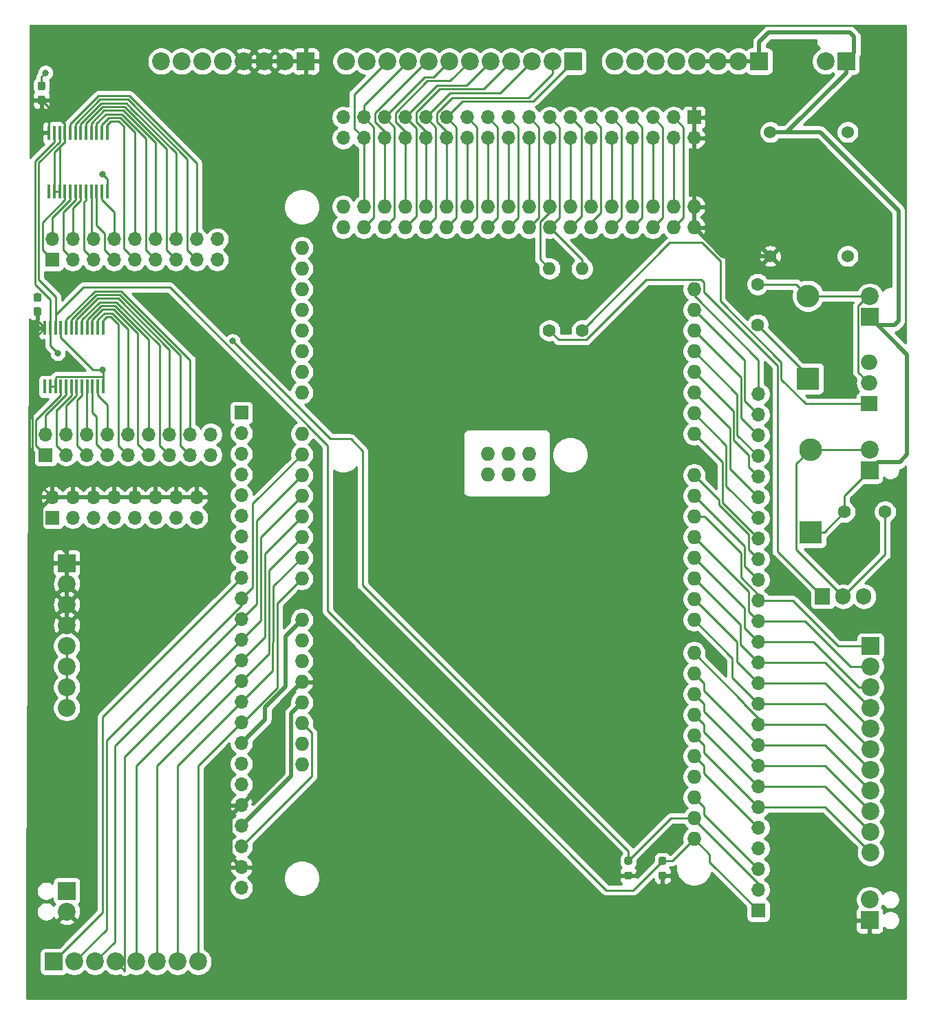
<source format=gbr>
%TF.GenerationSoftware,KiCad,Pcbnew,5.1.10-1.fc34*%
%TF.CreationDate,2021-08-02T19:45:02+02:00*%
%TF.ProjectId,domo_pool_hard,646f6d6f-5f70-46f6-9f6c-5f686172642e,rev?*%
%TF.SameCoordinates,Original*%
%TF.FileFunction,Copper,L1,Top*%
%TF.FilePolarity,Positive*%
%FSLAX46Y46*%
G04 Gerber Fmt 4.6, Leading zero omitted, Abs format (unit mm)*
G04 Created by KiCad (PCBNEW 5.1.10-1.fc34) date 2021-08-02 19:45:02*
%MOMM*%
%LPD*%
G01*
G04 APERTURE LIST*
%TA.AperFunction,ComponentPad*%
%ADD10O,1.727200X1.727200*%
%TD*%
%TA.AperFunction,ComponentPad*%
%ADD11O,1.700000X1.700000*%
%TD*%
%TA.AperFunction,ComponentPad*%
%ADD12R,1.700000X1.700000*%
%TD*%
%TA.AperFunction,SMDPad,CuDef*%
%ADD13R,0.450000X1.750000*%
%TD*%
%TA.AperFunction,ComponentPad*%
%ADD14C,1.524000*%
%TD*%
%TA.AperFunction,ComponentPad*%
%ADD15O,1.600000X1.600000*%
%TD*%
%TA.AperFunction,ComponentPad*%
%ADD16C,1.600000*%
%TD*%
%TA.AperFunction,ComponentPad*%
%ADD17O,1.905000X2.000000*%
%TD*%
%TA.AperFunction,ComponentPad*%
%ADD18R,1.905000X2.000000*%
%TD*%
%TA.AperFunction,ComponentPad*%
%ADD19O,2.000000X1.905000*%
%TD*%
%TA.AperFunction,ComponentPad*%
%ADD20R,2.000000X1.905000*%
%TD*%
%TA.AperFunction,ComponentPad*%
%ADD21C,2.200000*%
%TD*%
%TA.AperFunction,ComponentPad*%
%ADD22R,2.200000X2.200000*%
%TD*%
%TA.AperFunction,ComponentPad*%
%ADD23O,2.800000X2.800000*%
%TD*%
%TA.AperFunction,ComponentPad*%
%ADD24R,2.800000X2.800000*%
%TD*%
%TA.AperFunction,ViaPad*%
%ADD25C,0.800000*%
%TD*%
%TA.AperFunction,Conductor*%
%ADD26C,0.250000*%
%TD*%
%TA.AperFunction,Conductor*%
%ADD27C,0.500000*%
%TD*%
%TA.AperFunction,Conductor*%
%ADD28C,0.254000*%
%TD*%
%TA.AperFunction,Conductor*%
%ADD29C,0.100000*%
%TD*%
G04 APERTURE END LIST*
D10*
%TO.P,XA1,MISO*%
%TO.N,Net-(XA1-PadMISO)*%
X94480000Y-112373000D03*
%TO.P,XA1,GND6*%
%TO.N,GND*%
X71620000Y-79480000D03*
%TO.P,XA1,GND5*%
X71620000Y-82020000D03*
%TO.P,XA1,D53*%
%TO.N,53*%
X74160000Y-79480000D03*
%TO.P,XA1,D52*%
%TO.N,52*%
X74160000Y-82020000D03*
%TO.P,XA1,D51*%
%TO.N,51*%
X76700000Y-79480000D03*
%TO.P,XA1,D50*%
%TO.N,50*%
X76700000Y-82020000D03*
%TO.P,XA1,D49*%
%TO.N,49*%
X79240000Y-79480000D03*
%TO.P,XA1,D48*%
%TO.N,48*%
X79240000Y-82020000D03*
%TO.P,XA1,D47*%
%TO.N,47*%
X81780000Y-79480000D03*
%TO.P,XA1,D46*%
%TO.N,46*%
X81780000Y-82020000D03*
%TO.P,XA1,D45*%
%TO.N,45*%
X84320000Y-79480000D03*
%TO.P,XA1,D44*%
%TO.N,44*%
X84320000Y-82020000D03*
%TO.P,XA1,D43*%
%TO.N,43*%
X86860000Y-79480000D03*
%TO.P,XA1,D42*%
%TO.N,42*%
X86860000Y-82020000D03*
%TO.P,XA1,D41*%
%TO.N,41*%
X89400000Y-79480000D03*
%TO.P,XA1,D40*%
%TO.N,40*%
X89400000Y-82020000D03*
%TO.P,XA1,D39*%
%TO.N,39*%
X91940000Y-79480000D03*
%TO.P,XA1,D38*%
%TO.N,38*%
X91940000Y-82020000D03*
%TO.P,XA1,D37*%
%TO.N,37*%
X94480000Y-79480000D03*
%TO.P,XA1,D36*%
%TO.N,36*%
X94480000Y-82020000D03*
%TO.P,XA1,D35*%
%TO.N,35*%
X97020000Y-79480000D03*
%TO.P,XA1,D34*%
%TO.N,34*%
X97020000Y-82020000D03*
%TO.P,XA1,D33*%
%TO.N,33*%
X99560000Y-79480000D03*
%TO.P,XA1,D32*%
%TO.N,32*%
X99560000Y-82020000D03*
%TO.P,XA1,D31*%
%TO.N,31*%
X102100000Y-79480000D03*
%TO.P,XA1,D30*%
%TO.N,30*%
X102100000Y-82020000D03*
%TO.P,XA1,D29*%
%TO.N,29*%
X104640000Y-79480000D03*
%TO.P,XA1,D28*%
%TO.N,28*%
X104640000Y-82020000D03*
%TO.P,XA1,D27*%
%TO.N,27*%
X107180000Y-79480000D03*
%TO.P,XA1,D26*%
%TO.N,26*%
X107180000Y-82020000D03*
%TO.P,XA1,D25*%
%TO.N,25*%
X109720000Y-79480000D03*
%TO.P,XA1,D24*%
%TO.N,24*%
X109720000Y-82020000D03*
%TO.P,XA1,D23*%
%TO.N,23*%
X112260000Y-79480000D03*
%TO.P,XA1,D22*%
%TO.N,22*%
X112260000Y-82020000D03*
%TO.P,XA1,5V4*%
%TO.N,VCC*%
X114800000Y-79480000D03*
%TO.P,XA1,5V3*%
X114800000Y-82020000D03*
%TO.P,XA1,A15*%
%TO.N,A15*%
X66540000Y-84560000D03*
%TO.P,XA1,A14*%
%TO.N,A14*%
X66540000Y-87100000D03*
%TO.P,XA1,A13*%
%TO.N,A13*%
X66540000Y-89640000D03*
%TO.P,XA1,A12*%
%TO.N,A12*%
X66540000Y-92180000D03*
%TO.P,XA1,A11*%
%TO.N,A11*%
X66540000Y-94720000D03*
%TO.P,XA1,A10*%
%TO.N,A10*%
X66540000Y-97260000D03*
%TO.P,XA1,A9*%
%TO.N,A9*%
X66540000Y-99800000D03*
%TO.P,XA1,A8*%
%TO.N,A8*%
X66540000Y-102340000D03*
%TO.P,XA1,A7*%
%TO.N,A7*%
X66540000Y-107420000D03*
%TO.P,XA1,A6*%
%TO.N,A6*%
X66540000Y-109960000D03*
%TO.P,XA1,A5*%
%TO.N,A5*%
X66540000Y-112500000D03*
%TO.P,XA1,A4*%
%TO.N,A4*%
X66540000Y-115040000D03*
%TO.P,XA1,A3*%
%TO.N,A3*%
X66540000Y-117580000D03*
%TO.P,XA1,A2*%
%TO.N,A2*%
X66540000Y-120120000D03*
%TO.P,XA1,A1*%
%TO.N,A1*%
X66540000Y-122660000D03*
%TO.P,XA1,*%
%TO.N,*%
X66540000Y-148060000D03*
%TO.P,XA1,D11*%
%TO.N,11*%
X114800000Y-141964000D03*
%TO.P,XA1,D12*%
%TO.N,12*%
X114800000Y-144504000D03*
%TO.P,XA1,D13*%
%TO.N,13*%
X114800000Y-147044000D03*
%TO.P,XA1,AREF*%
%TO.N,Aref*%
X114800000Y-152124000D03*
%TO.P,XA1,SDA*%
%TO.N,sda*%
X114800000Y-154664000D03*
%TO.P,XA1,SCL*%
%TO.N,scl*%
X114800000Y-157204000D03*
%TO.P,XA1,D10*%
%TO.N,10*%
X114800000Y-139424000D03*
%TO.P,XA1,D9*%
%TO.N,9*%
X114800000Y-136884000D03*
%TO.P,XA1,D8*%
%TO.N,8*%
X114800000Y-134344000D03*
%TO.P,XA1,GND1*%
%TO.N,GND*%
X114800000Y-149584000D03*
%TO.P,XA1,D7*%
%TO.N,7*%
X114800000Y-130280000D03*
%TO.P,XA1,D6*%
%TO.N,6*%
X114800000Y-127740000D03*
%TO.P,XA1,D5*%
%TO.N,5*%
X114800000Y-125200000D03*
%TO.P,XA1,D4*%
%TO.N,4*%
X114800000Y-122660000D03*
%TO.P,XA1,D3*%
%TO.N,3*%
X114800000Y-120120000D03*
%TO.P,XA1,D2*%
%TO.N,2*%
X114800000Y-117580000D03*
%TO.P,XA1,D1*%
%TO.N,1*%
X114800000Y-115040000D03*
%TO.P,XA1,D0*%
%TO.N,0*%
X114800000Y-112500000D03*
%TO.P,XA1,D14*%
%TO.N,14*%
X114800000Y-107420000D03*
%TO.P,XA1,D15*%
%TO.N,15*%
X114800000Y-104880000D03*
%TO.P,XA1,D16*%
%TO.N,16*%
X114800000Y-102340000D03*
%TO.P,XA1,D17*%
%TO.N,17*%
X114800000Y-99800000D03*
%TO.P,XA1,D18*%
%TO.N,18*%
X114800000Y-97260000D03*
%TO.P,XA1,D19*%
%TO.N,19*%
X114800000Y-94720000D03*
%TO.P,XA1,D20*%
%TO.N,20*%
X114800000Y-92180000D03*
%TO.P,XA1,D21*%
%TO.N,21*%
X114800000Y-89640000D03*
%TO.P,XA1,IORF*%
%TO.N,Net-(XA1-PadIORF)*%
X66540000Y-145520000D03*
%TO.P,XA1,RST1*%
%TO.N,RST*%
X66540000Y-142980000D03*
%TO.P,XA1,3V3*%
%TO.N,3v3*%
X66540000Y-140440000D03*
%TO.P,XA1,5V1*%
%TO.N,VCC*%
X66540000Y-137900000D03*
%TO.P,XA1,GND2*%
%TO.N,GND*%
X66540000Y-135360000D03*
%TO.P,XA1,GND3*%
X66540000Y-132820000D03*
%TO.P,XA1,VIN*%
%TO.N,vin*%
X66540000Y-130280000D03*
%TO.P,XA1,A0*%
%TO.N,A0*%
X66540000Y-125200000D03*
%TO.P,XA1,5V2*%
%TO.N,Net-(XA1-Pad5V2)*%
X94480000Y-109833000D03*
%TO.P,XA1,SCK*%
%TO.N,Net-(XA1-PadSCK)*%
X91940000Y-112373000D03*
%TO.P,XA1,MOSI*%
%TO.N,Net-(XA1-PadMOSI)*%
X91940000Y-109833000D03*
%TO.P,XA1,GND4*%
%TO.N,Net-(XA1-PadGND4)*%
X89400000Y-109833000D03*
%TO.P,XA1,RST2*%
%TO.N,Net-(XA1-PadRST2)*%
X89400000Y-112373000D03*
%TD*%
D11*
%TO.P,J17,16*%
%TO.N,VCC*%
X53580000Y-115160000D03*
%TO.P,J17,15*%
%TO.N,GND*%
X53580000Y-117700000D03*
%TO.P,J17,14*%
%TO.N,VCC*%
X51040000Y-115160000D03*
%TO.P,J17,13*%
%TO.N,GND*%
X51040000Y-117700000D03*
%TO.P,J17,12*%
%TO.N,VCC*%
X48500000Y-115160000D03*
%TO.P,J17,11*%
%TO.N,GND*%
X48500000Y-117700000D03*
%TO.P,J17,10*%
%TO.N,VCC*%
X45960000Y-115160000D03*
%TO.P,J17,9*%
%TO.N,GND*%
X45960000Y-117700000D03*
%TO.P,J17,8*%
%TO.N,VCC*%
X43420000Y-115160000D03*
%TO.P,J17,7*%
%TO.N,GND*%
X43420000Y-117700000D03*
%TO.P,J17,6*%
%TO.N,VCC*%
X40880000Y-115160000D03*
%TO.P,J17,5*%
%TO.N,GND*%
X40880000Y-117700000D03*
%TO.P,J17,4*%
%TO.N,VCC*%
X38340000Y-115160000D03*
%TO.P,J17,3*%
%TO.N,GND*%
X38340000Y-117700000D03*
%TO.P,J17,2*%
%TO.N,VCC*%
X35800000Y-115160000D03*
D12*
%TO.P,J17,1*%
%TO.N,GND*%
X35800000Y-117700000D03*
%TD*%
D13*
%TO.P,U3,1*%
%TO.N,Net-(U3-Pad1)*%
X34925000Y-101600000D03*
%TO.P,U3,2*%
%TO.N,GND*%
X35575000Y-101600000D03*
%TO.P,U3,3*%
X36225000Y-101600000D03*
%TO.P,U3,4*%
%TO.N,Net-(J16-Pad1)*%
X36875000Y-101600000D03*
%TO.P,U3,5*%
%TO.N,Net-(J16-Pad2)*%
X37525000Y-101600000D03*
%TO.P,U3,6*%
%TO.N,Net-(J16-Pad3)*%
X38175000Y-101600000D03*
%TO.P,U3,7*%
%TO.N,Net-(J16-Pad4)*%
X38825000Y-101600000D03*
%TO.P,U3,8*%
%TO.N,Net-(J16-Pad5)*%
X39475000Y-101600000D03*
%TO.P,U3,9*%
%TO.N,Net-(J16-Pad6)*%
X40125000Y-101600000D03*
%TO.P,U3,10*%
%TO.N,Net-(J16-Pad7)*%
X40775000Y-101600000D03*
%TO.P,U3,11*%
%TO.N,Net-(J16-Pad8)*%
X41425000Y-101600000D03*
%TO.P,U3,12*%
%TO.N,GND*%
X42075000Y-101600000D03*
%TO.P,U3,13*%
%TO.N,Net-(J16-Pad9)*%
X42075000Y-94400000D03*
%TO.P,U3,14*%
%TO.N,Net-(J16-Pad10)*%
X41425000Y-94400000D03*
%TO.P,U3,15*%
%TO.N,Net-(J16-Pad11)*%
X40775000Y-94400000D03*
%TO.P,U3,16*%
%TO.N,Net-(J16-Pad12)*%
X40125000Y-94400000D03*
%TO.P,U3,17*%
%TO.N,Net-(J16-Pad13)*%
X39475000Y-94400000D03*
%TO.P,U3,18*%
%TO.N,Net-(J16-Pad14)*%
X38825000Y-94400000D03*
%TO.P,U3,19*%
%TO.N,Net-(J16-Pad15)*%
X38175000Y-94400000D03*
%TO.P,U3,20*%
%TO.N,Net-(J16-Pad16)*%
X37525000Y-94400000D03*
%TO.P,U3,21*%
%TO.N,GND*%
X36875000Y-94400000D03*
%TO.P,U3,22*%
%TO.N,scl*%
X36225000Y-94400000D03*
%TO.P,U3,23*%
%TO.N,sda*%
X35575000Y-94400000D03*
%TO.P,U3,24*%
%TO.N,VCC*%
X34925000Y-94400000D03*
%TD*%
%TO.P,U2,24*%
%TO.N,VCC*%
X35425000Y-70400000D03*
%TO.P,U2,23*%
%TO.N,sda*%
X36075000Y-70400000D03*
%TO.P,U2,22*%
%TO.N,scl*%
X36725000Y-70400000D03*
%TO.P,U2,21*%
%TO.N,VCC*%
X37375000Y-70400000D03*
%TO.P,U2,20*%
%TO.N,Net-(J15-Pad16)*%
X38025000Y-70400000D03*
%TO.P,U2,19*%
%TO.N,Net-(J15-Pad15)*%
X38675000Y-70400000D03*
%TO.P,U2,18*%
%TO.N,Net-(J15-Pad14)*%
X39325000Y-70400000D03*
%TO.P,U2,17*%
%TO.N,Net-(J15-Pad13)*%
X39975000Y-70400000D03*
%TO.P,U2,16*%
%TO.N,Net-(J15-Pad12)*%
X40625000Y-70400000D03*
%TO.P,U2,15*%
%TO.N,Net-(J15-Pad11)*%
X41275000Y-70400000D03*
%TO.P,U2,14*%
%TO.N,Net-(J15-Pad10)*%
X41925000Y-70400000D03*
%TO.P,U2,13*%
%TO.N,Net-(J15-Pad9)*%
X42575000Y-70400000D03*
%TO.P,U2,12*%
%TO.N,GND*%
X42575000Y-77600000D03*
%TO.P,U2,11*%
%TO.N,Net-(J15-Pad8)*%
X41925000Y-77600000D03*
%TO.P,U2,10*%
%TO.N,Net-(J15-Pad7)*%
X41275000Y-77600000D03*
%TO.P,U2,9*%
%TO.N,Net-(J15-Pad6)*%
X40625000Y-77600000D03*
%TO.P,U2,8*%
%TO.N,Net-(J15-Pad5)*%
X39975000Y-77600000D03*
%TO.P,U2,7*%
%TO.N,Net-(J15-Pad4)*%
X39325000Y-77600000D03*
%TO.P,U2,6*%
%TO.N,Net-(J15-Pad3)*%
X38675000Y-77600000D03*
%TO.P,U2,5*%
%TO.N,Net-(J15-Pad2)*%
X38025000Y-77600000D03*
%TO.P,U2,4*%
%TO.N,Net-(J15-Pad1)*%
X37375000Y-77600000D03*
%TO.P,U2,3*%
%TO.N,VCC*%
X36725000Y-77600000D03*
%TO.P,U2,2*%
X36075000Y-77600000D03*
%TO.P,U2,1*%
%TO.N,Net-(U2-Pad1)*%
X35425000Y-77600000D03*
%TD*%
D14*
%TO.P,U1,3*%
%TO.N,GND*%
X133695000Y-85555000D03*
%TO.P,U1,4*%
%TO.N,VCC*%
X124170000Y-85555000D03*
%TO.P,U1,2*%
%TO.N,+12V*%
X124170000Y-70315000D03*
%TO.P,U1,1*%
%TO.N,GND*%
X133695000Y-70315000D03*
%TD*%
D15*
%TO.P,R2,2*%
%TO.N,35*%
X97000000Y-87080000D03*
D16*
%TO.P,R2,1*%
%TO.N,Net-(Q2-Pad1)*%
X97000000Y-94700000D03*
%TD*%
D15*
%TO.P,R1,2*%
%TO.N,34*%
X101000000Y-87080000D03*
D16*
%TO.P,R1,1*%
%TO.N,Net-(Q1-Pad1)*%
X101000000Y-94700000D03*
%TD*%
D17*
%TO.P,Q2,3*%
%TO.N,GND*%
X135680000Y-127400000D03*
%TO.P,Q2,2*%
%TO.N,Net-(C2-Pad2)*%
X133140000Y-127400000D03*
D18*
%TO.P,Q2,1*%
%TO.N,Net-(Q2-Pad1)*%
X130600000Y-127400000D03*
%TD*%
D19*
%TO.P,Q1,3*%
%TO.N,GND*%
X136300000Y-98620000D03*
%TO.P,Q1,2*%
%TO.N,Net-(C1-Pad2)*%
X136300000Y-101160000D03*
D20*
%TO.P,Q1,1*%
%TO.N,Net-(Q1-Pad1)*%
X136300000Y-103700000D03*
%TD*%
D11*
%TO.P,J16,18*%
%TO.N,GND*%
X55320000Y-107460000D03*
%TO.P,J16,17*%
X55320000Y-110000000D03*
%TO.P,J16,16*%
%TO.N,Net-(J16-Pad16)*%
X52780000Y-107460000D03*
%TO.P,J16,15*%
%TO.N,Net-(J16-Pad15)*%
X52780000Y-110000000D03*
%TO.P,J16,14*%
%TO.N,Net-(J16-Pad14)*%
X50240000Y-107460000D03*
%TO.P,J16,13*%
%TO.N,Net-(J16-Pad13)*%
X50240000Y-110000000D03*
%TO.P,J16,12*%
%TO.N,Net-(J16-Pad12)*%
X47700000Y-107460000D03*
%TO.P,J16,11*%
%TO.N,Net-(J16-Pad11)*%
X47700000Y-110000000D03*
%TO.P,J16,10*%
%TO.N,Net-(J16-Pad10)*%
X45160000Y-107460000D03*
%TO.P,J16,9*%
%TO.N,Net-(J16-Pad9)*%
X45160000Y-110000000D03*
%TO.P,J16,8*%
%TO.N,Net-(J16-Pad8)*%
X42620000Y-107460000D03*
%TO.P,J16,7*%
%TO.N,Net-(J16-Pad7)*%
X42620000Y-110000000D03*
%TO.P,J16,6*%
%TO.N,Net-(J16-Pad6)*%
X40080000Y-107460000D03*
%TO.P,J16,5*%
%TO.N,Net-(J16-Pad5)*%
X40080000Y-110000000D03*
%TO.P,J16,4*%
%TO.N,Net-(J16-Pad4)*%
X37540000Y-107460000D03*
%TO.P,J16,3*%
%TO.N,Net-(J16-Pad3)*%
X37540000Y-110000000D03*
%TO.P,J16,2*%
%TO.N,Net-(J16-Pad2)*%
X35000000Y-107460000D03*
D12*
%TO.P,J16,1*%
%TO.N,Net-(J16-Pad1)*%
X35000000Y-110000000D03*
%TD*%
D11*
%TO.P,J15,18*%
%TO.N,GND*%
X56120000Y-83460000D03*
%TO.P,J15,17*%
X56120000Y-86000000D03*
%TO.P,J15,16*%
%TO.N,Net-(J15-Pad16)*%
X53580000Y-83460000D03*
%TO.P,J15,15*%
%TO.N,Net-(J15-Pad15)*%
X53580000Y-86000000D03*
%TO.P,J15,14*%
%TO.N,Net-(J15-Pad14)*%
X51040000Y-83460000D03*
%TO.P,J15,13*%
%TO.N,Net-(J15-Pad13)*%
X51040000Y-86000000D03*
%TO.P,J15,12*%
%TO.N,Net-(J15-Pad12)*%
X48500000Y-83460000D03*
%TO.P,J15,11*%
%TO.N,Net-(J15-Pad11)*%
X48500000Y-86000000D03*
%TO.P,J15,10*%
%TO.N,Net-(J15-Pad10)*%
X45960000Y-83460000D03*
%TO.P,J15,9*%
%TO.N,Net-(J15-Pad9)*%
X45960000Y-86000000D03*
%TO.P,J15,8*%
%TO.N,Net-(J15-Pad8)*%
X43420000Y-83460000D03*
%TO.P,J15,7*%
%TO.N,Net-(J15-Pad7)*%
X43420000Y-86000000D03*
%TO.P,J15,6*%
%TO.N,Net-(J15-Pad6)*%
X40880000Y-83460000D03*
%TO.P,J15,5*%
%TO.N,Net-(J15-Pad5)*%
X40880000Y-86000000D03*
%TO.P,J15,4*%
%TO.N,Net-(J15-Pad4)*%
X38340000Y-83460000D03*
%TO.P,J15,3*%
%TO.N,Net-(J15-Pad3)*%
X38340000Y-86000000D03*
%TO.P,J15,2*%
%TO.N,Net-(J15-Pad2)*%
X35800000Y-83460000D03*
D12*
%TO.P,J15,1*%
%TO.N,Net-(J15-Pad1)*%
X35800000Y-86000000D03*
%TD*%
D21*
%TO.P,J14,11*%
%TO.N,12*%
X136500000Y-158900000D03*
%TO.P,J14,10*%
%TO.N,11*%
X136500000Y-156360000D03*
%TO.P,J14,9*%
%TO.N,10*%
X136500000Y-153820000D03*
%TO.P,J14,8*%
%TO.N,9*%
X136500000Y-151280000D03*
%TO.P,J14,7*%
%TO.N,8*%
X136500000Y-148740000D03*
%TO.P,J14,6*%
%TO.N,7*%
X136500000Y-146200000D03*
%TO.P,J14,5*%
%TO.N,6*%
X136500000Y-143660000D03*
%TO.P,J14,4*%
%TO.N,5*%
X136500000Y-141120000D03*
%TO.P,J14,3*%
%TO.N,4*%
X136500000Y-138580000D03*
%TO.P,J14,2*%
%TO.N,3*%
X136500000Y-136040000D03*
D22*
%TO.P,J14,1*%
%TO.N,2*%
X136500000Y-133500000D03*
%TD*%
D21*
%TO.P,J13,2*%
%TO.N,GND*%
X136400000Y-164660000D03*
D22*
%TO.P,J13,1*%
%TO.N,VCC*%
X136400000Y-167200000D03*
%TD*%
D21*
%TO.P,J12,12*%
%TO.N,GND*%
X71960000Y-61600000D03*
%TO.P,J12,11*%
X74500000Y-61600000D03*
%TO.P,J12,10*%
%TO.N,53*%
X77040000Y-61600000D03*
%TO.P,J12,9*%
%TO.N,52*%
X79580000Y-61600000D03*
%TO.P,J12,8*%
%TO.N,51*%
X82120000Y-61600000D03*
%TO.P,J12,7*%
%TO.N,50*%
X84660000Y-61600000D03*
%TO.P,J12,6*%
%TO.N,49*%
X87200000Y-61600000D03*
%TO.P,J12,5*%
%TO.N,48*%
X89740000Y-61600000D03*
%TO.P,J12,4*%
%TO.N,47*%
X92280000Y-61600000D03*
%TO.P,J12,3*%
%TO.N,46*%
X94820000Y-61600000D03*
%TO.P,J12,2*%
%TO.N,45*%
X97360000Y-61600000D03*
D22*
%TO.P,J12,1*%
%TO.N,44*%
X99900000Y-61600000D03*
%TD*%
D11*
%TO.P,J11,26*%
%TO.N,21*%
X122700000Y-102520000D03*
%TO.P,J11,25*%
%TO.N,20*%
X122700000Y-105060000D03*
%TO.P,J11,24*%
%TO.N,19*%
X122700000Y-107600000D03*
%TO.P,J11,23*%
%TO.N,18*%
X122700000Y-110140000D03*
%TO.P,J11,22*%
%TO.N,17*%
X122700000Y-112680000D03*
%TO.P,J11,21*%
%TO.N,16*%
X122700000Y-115220000D03*
%TO.P,J11,20*%
%TO.N,15*%
X122700000Y-117760000D03*
%TO.P,J11,19*%
%TO.N,14*%
X122700000Y-120300000D03*
%TO.P,J11,18*%
%TO.N,0*%
X122700000Y-122840000D03*
%TO.P,J11,17*%
%TO.N,1*%
X122700000Y-125380000D03*
%TO.P,J11,16*%
%TO.N,2*%
X122700000Y-127920000D03*
%TO.P,J11,15*%
%TO.N,3*%
X122700000Y-130460000D03*
%TO.P,J11,14*%
%TO.N,4*%
X122700000Y-133000000D03*
%TO.P,J11,13*%
%TO.N,5*%
X122700000Y-135540000D03*
%TO.P,J11,12*%
%TO.N,6*%
X122700000Y-138080000D03*
%TO.P,J11,11*%
%TO.N,7*%
X122700000Y-140620000D03*
%TO.P,J11,10*%
%TO.N,8*%
X122700000Y-143160000D03*
%TO.P,J11,9*%
%TO.N,9*%
X122700000Y-145700000D03*
%TO.P,J11,8*%
%TO.N,10*%
X122700000Y-148240000D03*
%TO.P,J11,7*%
%TO.N,11*%
X122700000Y-150780000D03*
%TO.P,J11,6*%
%TO.N,12*%
X122700000Y-153320000D03*
%TO.P,J11,5*%
%TO.N,13*%
X122700000Y-155860000D03*
%TO.P,J11,4*%
%TO.N,GND*%
X122700000Y-158400000D03*
%TO.P,J11,3*%
%TO.N,Aref*%
X122700000Y-160940000D03*
%TO.P,J11,2*%
%TO.N,sda*%
X122700000Y-163480000D03*
D12*
%TO.P,J11,1*%
%TO.N,scl*%
X122700000Y-166020000D03*
%TD*%
D21*
%TO.P,J10,8*%
%TO.N,A0*%
X53780000Y-172300000D03*
%TO.P,J10,7*%
%TO.N,A1*%
X51240000Y-172300000D03*
%TO.P,J10,6*%
%TO.N,A2*%
X48700000Y-172300000D03*
%TO.P,J10,5*%
%TO.N,A3*%
X46160000Y-172300000D03*
%TO.P,J10,4*%
%TO.N,A4*%
X43620000Y-172300000D03*
%TO.P,J10,3*%
%TO.N,A5*%
X41080000Y-172300000D03*
%TO.P,J10,2*%
%TO.N,A6*%
X38540000Y-172300000D03*
D22*
%TO.P,J10,1*%
%TO.N,A7*%
X36000000Y-172300000D03*
%TD*%
D21*
%TO.P,J9,2*%
%TO.N,VCC*%
X37600000Y-166140000D03*
D22*
%TO.P,J9,1*%
%TO.N,GND*%
X37600000Y-163600000D03*
%TD*%
D21*
%TO.P,J8,8*%
%TO.N,GND*%
X105020000Y-61600000D03*
%TO.P,J8,7*%
X107560000Y-61600000D03*
%TO.P,J8,6*%
X110100000Y-61600000D03*
%TO.P,J8,5*%
X112640000Y-61600000D03*
%TO.P,J8,4*%
%TO.N,+12V*%
X115180000Y-61600000D03*
%TO.P,J8,3*%
X117720000Y-61600000D03*
%TO.P,J8,2*%
X120260000Y-61600000D03*
D22*
%TO.P,J8,1*%
X122800000Y-61600000D03*
%TD*%
D21*
%TO.P,J7,8*%
%TO.N,GND*%
X49220000Y-61600000D03*
%TO.P,J7,7*%
X51760000Y-61600000D03*
%TO.P,J7,6*%
X54300000Y-61600000D03*
%TO.P,J7,5*%
X56840000Y-61600000D03*
%TO.P,J7,4*%
%TO.N,VCC*%
X59380000Y-61600000D03*
%TO.P,J7,3*%
X61920000Y-61600000D03*
%TO.P,J7,2*%
X64460000Y-61600000D03*
D22*
%TO.P,J7,1*%
X67000000Y-61600000D03*
%TD*%
D21*
%TO.P,J6,2*%
%TO.N,Net-(C2-Pad2)*%
X136400000Y-109360000D03*
D22*
%TO.P,J6,1*%
%TO.N,+12V*%
X136400000Y-111900000D03*
%TD*%
D21*
%TO.P,J5,2*%
%TO.N,Net-(C1-Pad2)*%
X136400000Y-90500000D03*
D22*
%TO.P,J5,1*%
%TO.N,+12V*%
X136400000Y-93040000D03*
%TD*%
D21*
%TO.P,J4,8*%
%TO.N,Net-(J4-Pad5)*%
X37600000Y-141080000D03*
%TO.P,J4,7*%
X37600000Y-138540000D03*
%TO.P,J4,6*%
X37600000Y-136000000D03*
%TO.P,J4,5*%
X37600000Y-133460000D03*
%TO.P,J4,4*%
%TO.N,VCC*%
X37600000Y-130920000D03*
%TO.P,J4,3*%
X37600000Y-128380000D03*
%TO.P,J4,2*%
X37600000Y-125840000D03*
D22*
%TO.P,J4,1*%
X37600000Y-123300000D03*
%TD*%
D11*
%TO.P,J3,36*%
%TO.N,GND*%
X71620000Y-71040000D03*
%TO.P,J3,35*%
X71620000Y-68500000D03*
%TO.P,J3,34*%
%TO.N,53*%
X74160000Y-71040000D03*
%TO.P,J3,33*%
%TO.N,52*%
X74160000Y-68500000D03*
%TO.P,J3,32*%
%TO.N,51*%
X76700000Y-71040000D03*
%TO.P,J3,31*%
%TO.N,50*%
X76700000Y-68500000D03*
%TO.P,J3,30*%
%TO.N,49*%
X79240000Y-71040000D03*
%TO.P,J3,29*%
%TO.N,48*%
X79240000Y-68500000D03*
%TO.P,J3,28*%
%TO.N,47*%
X81780000Y-71040000D03*
%TO.P,J3,27*%
%TO.N,46*%
X81780000Y-68500000D03*
%TO.P,J3,26*%
%TO.N,45*%
X84320000Y-71040000D03*
%TO.P,J3,25*%
%TO.N,44*%
X84320000Y-68500000D03*
%TO.P,J3,24*%
%TO.N,43*%
X86860000Y-71040000D03*
%TO.P,J3,23*%
%TO.N,42*%
X86860000Y-68500000D03*
%TO.P,J3,22*%
%TO.N,41*%
X89400000Y-71040000D03*
%TO.P,J3,21*%
%TO.N,40*%
X89400000Y-68500000D03*
%TO.P,J3,20*%
%TO.N,39*%
X91940000Y-71040000D03*
%TO.P,J3,19*%
%TO.N,38*%
X91940000Y-68500000D03*
%TO.P,J3,18*%
%TO.N,37*%
X94480000Y-71040000D03*
%TO.P,J3,17*%
%TO.N,36*%
X94480000Y-68500000D03*
%TO.P,J3,16*%
%TO.N,35*%
X97020000Y-71040000D03*
%TO.P,J3,15*%
%TO.N,34*%
X97020000Y-68500000D03*
%TO.P,J3,14*%
%TO.N,33*%
X99560000Y-71040000D03*
%TO.P,J3,13*%
%TO.N,32*%
X99560000Y-68500000D03*
%TO.P,J3,12*%
%TO.N,31*%
X102100000Y-71040000D03*
%TO.P,J3,11*%
%TO.N,30*%
X102100000Y-68500000D03*
%TO.P,J3,10*%
%TO.N,29*%
X104640000Y-71040000D03*
%TO.P,J3,9*%
%TO.N,28*%
X104640000Y-68500000D03*
%TO.P,J3,8*%
%TO.N,27*%
X107180000Y-71040000D03*
%TO.P,J3,7*%
%TO.N,26*%
X107180000Y-68500000D03*
%TO.P,J3,6*%
%TO.N,25*%
X109720000Y-71040000D03*
%TO.P,J3,5*%
%TO.N,24*%
X109720000Y-68500000D03*
%TO.P,J3,4*%
%TO.N,23*%
X112260000Y-71040000D03*
%TO.P,J3,3*%
%TO.N,22*%
X112260000Y-68500000D03*
%TO.P,J3,2*%
%TO.N,VCC*%
X114800000Y-71040000D03*
D12*
%TO.P,J3,1*%
X114800000Y-68500000D03*
%TD*%
D11*
%TO.P,J2,24*%
%TO.N,Net-(J2-Pad24)*%
X59100000Y-163220000D03*
%TO.P,J2,23*%
%TO.N,VCC*%
X59100000Y-160680000D03*
%TO.P,J2,22*%
%TO.N,RST*%
X59100000Y-158140000D03*
%TO.P,J2,21*%
%TO.N,3v3*%
X59100000Y-155600000D03*
%TO.P,J2,20*%
%TO.N,VCC*%
X59100000Y-153060000D03*
%TO.P,J2,19*%
%TO.N,GND*%
X59100000Y-150520000D03*
%TO.P,J2,18*%
X59100000Y-147980000D03*
%TO.P,J2,17*%
%TO.N,vin*%
X59100000Y-145440000D03*
%TO.P,J2,16*%
%TO.N,A0*%
X59100000Y-142900000D03*
%TO.P,J2,15*%
%TO.N,A1*%
X59100000Y-140360000D03*
%TO.P,J2,14*%
%TO.N,A2*%
X59100000Y-137820000D03*
%TO.P,J2,13*%
%TO.N,A3*%
X59100000Y-135280000D03*
%TO.P,J2,12*%
%TO.N,A4*%
X59100000Y-132740000D03*
%TO.P,J2,11*%
%TO.N,A5*%
X59100000Y-130200000D03*
%TO.P,J2,10*%
%TO.N,A6*%
X59100000Y-127660000D03*
%TO.P,J2,9*%
%TO.N,A7*%
X59100000Y-125120000D03*
%TO.P,J2,8*%
%TO.N,A8*%
X59100000Y-122580000D03*
%TO.P,J2,7*%
%TO.N,A9*%
X59100000Y-120040000D03*
%TO.P,J2,6*%
%TO.N,A10*%
X59100000Y-117500000D03*
%TO.P,J2,5*%
%TO.N,A11*%
X59100000Y-114960000D03*
%TO.P,J2,4*%
%TO.N,A12*%
X59100000Y-112420000D03*
%TO.P,J2,3*%
%TO.N,A13*%
X59100000Y-109880000D03*
%TO.P,J2,2*%
%TO.N,A14*%
X59100000Y-107340000D03*
D12*
%TO.P,J2,1*%
%TO.N,A15*%
X59100000Y-104800000D03*
%TD*%
D21*
%TO.P,J1,2*%
%TO.N,GND*%
X130960000Y-61600000D03*
D22*
%TO.P,J1,1*%
%TO.N,+12V*%
X133500000Y-61600000D03*
%TD*%
D23*
%TO.P,D2,2*%
%TO.N,Net-(C2-Pad2)*%
X129100000Y-109340000D03*
D24*
%TO.P,D2,1*%
%TO.N,+12V*%
X129100000Y-119500000D03*
%TD*%
D23*
%TO.P,D1,2*%
%TO.N,Net-(C1-Pad2)*%
X128800000Y-90440000D03*
D24*
%TO.P,D1,1*%
%TO.N,+12V*%
X128800000Y-100600000D03*
%TD*%
%TO.P,C4,2*%
%TO.N,GND*%
%TA.AperFunction,SMDPad,CuDef*%
G36*
G01*
X34737500Y-65175000D02*
X34262500Y-65175000D01*
G75*
G02*
X34025000Y-64937500I0J237500D01*
G01*
X34025000Y-64337500D01*
G75*
G02*
X34262500Y-64100000I237500J0D01*
G01*
X34737500Y-64100000D01*
G75*
G02*
X34975000Y-64337500I0J-237500D01*
G01*
X34975000Y-64937500D01*
G75*
G02*
X34737500Y-65175000I-237500J0D01*
G01*
G37*
%TD.AperFunction*%
%TO.P,C4,1*%
%TO.N,VCC*%
%TA.AperFunction,SMDPad,CuDef*%
G36*
G01*
X34737500Y-66900000D02*
X34262500Y-66900000D01*
G75*
G02*
X34025000Y-66662500I0J237500D01*
G01*
X34025000Y-66062500D01*
G75*
G02*
X34262500Y-65825000I237500J0D01*
G01*
X34737500Y-65825000D01*
G75*
G02*
X34975000Y-66062500I0J-237500D01*
G01*
X34975000Y-66662500D01*
G75*
G02*
X34737500Y-66900000I-237500J0D01*
G01*
G37*
%TD.AperFunction*%
%TD*%
%TO.P,C3,2*%
%TO.N,GND*%
%TA.AperFunction,SMDPad,CuDef*%
G36*
G01*
X34237500Y-91175000D02*
X33762500Y-91175000D01*
G75*
G02*
X33525000Y-90937500I0J237500D01*
G01*
X33525000Y-90337500D01*
G75*
G02*
X33762500Y-90100000I237500J0D01*
G01*
X34237500Y-90100000D01*
G75*
G02*
X34475000Y-90337500I0J-237500D01*
G01*
X34475000Y-90937500D01*
G75*
G02*
X34237500Y-91175000I-237500J0D01*
G01*
G37*
%TD.AperFunction*%
%TO.P,C3,1*%
%TO.N,VCC*%
%TA.AperFunction,SMDPad,CuDef*%
G36*
G01*
X34237500Y-92900000D02*
X33762500Y-92900000D01*
G75*
G02*
X33525000Y-92662500I0J237500D01*
G01*
X33525000Y-92062500D01*
G75*
G02*
X33762500Y-91825000I237500J0D01*
G01*
X34237500Y-91825000D01*
G75*
G02*
X34475000Y-92062500I0J-237500D01*
G01*
X34475000Y-92662500D01*
G75*
G02*
X34237500Y-92900000I-237500J0D01*
G01*
G37*
%TD.AperFunction*%
%TD*%
D16*
%TO.P,C2,2*%
%TO.N,Net-(C2-Pad2)*%
X138300000Y-117000000D03*
%TO.P,C2,1*%
%TO.N,+12V*%
X133300000Y-117000000D03*
%TD*%
%TO.P,C1,2*%
%TO.N,Net-(C1-Pad2)*%
X122600000Y-89000000D03*
%TO.P,C1,1*%
%TO.N,+12V*%
X122600000Y-94000000D03*
%TD*%
%TO.P,10k2,2*%
%TO.N,scl*%
%TA.AperFunction,SMDPad,CuDef*%
G36*
G01*
X111137500Y-160375000D02*
X110662500Y-160375000D01*
G75*
G02*
X110425000Y-160137500I0J237500D01*
G01*
X110425000Y-159637500D01*
G75*
G02*
X110662500Y-159400000I237500J0D01*
G01*
X111137500Y-159400000D01*
G75*
G02*
X111375000Y-159637500I0J-237500D01*
G01*
X111375000Y-160137500D01*
G75*
G02*
X111137500Y-160375000I-237500J0D01*
G01*
G37*
%TD.AperFunction*%
%TO.P,10k2,1*%
%TO.N,VCC*%
%TA.AperFunction,SMDPad,CuDef*%
G36*
G01*
X111137500Y-162200000D02*
X110662500Y-162200000D01*
G75*
G02*
X110425000Y-161962500I0J237500D01*
G01*
X110425000Y-161462500D01*
G75*
G02*
X110662500Y-161225000I237500J0D01*
G01*
X111137500Y-161225000D01*
G75*
G02*
X111375000Y-161462500I0J-237500D01*
G01*
X111375000Y-161962500D01*
G75*
G02*
X111137500Y-162200000I-237500J0D01*
G01*
G37*
%TD.AperFunction*%
%TD*%
%TO.P,10k1,2*%
%TO.N,sda*%
%TA.AperFunction,SMDPad,CuDef*%
G36*
G01*
X106937500Y-160375000D02*
X106462500Y-160375000D01*
G75*
G02*
X106225000Y-160137500I0J237500D01*
G01*
X106225000Y-159637500D01*
G75*
G02*
X106462500Y-159400000I237500J0D01*
G01*
X106937500Y-159400000D01*
G75*
G02*
X107175000Y-159637500I0J-237500D01*
G01*
X107175000Y-160137500D01*
G75*
G02*
X106937500Y-160375000I-237500J0D01*
G01*
G37*
%TD.AperFunction*%
%TO.P,10k1,1*%
%TO.N,VCC*%
%TA.AperFunction,SMDPad,CuDef*%
G36*
G01*
X106937500Y-162200000D02*
X106462500Y-162200000D01*
G75*
G02*
X106225000Y-161962500I0J237500D01*
G01*
X106225000Y-161462500D01*
G75*
G02*
X106462500Y-161225000I237500J0D01*
G01*
X106937500Y-161225000D01*
G75*
G02*
X107175000Y-161462500I0J-237500D01*
G01*
X107175000Y-161962500D01*
G75*
G02*
X106937500Y-162200000I-237500J0D01*
G01*
G37*
%TD.AperFunction*%
%TD*%
D25*
%TO.N,GND*%
X34000000Y-90500000D03*
%TO.N,sda*%
X58000000Y-96000000D03*
X36500000Y-97500000D03*
%TO.N,VCC*%
X108000000Y-161500000D03*
X110900000Y-161712500D03*
X49500000Y-91000000D03*
X52500000Y-89000000D03*
X108000000Y-156500000D03*
%TO.N,GND*%
X42000000Y-75500000D03*
X35000000Y-63000000D03*
X42000000Y-99500000D03*
%TD*%
D26*
%TO.N,sda*%
X111923500Y-154664000D02*
X106700000Y-159887500D01*
X114800000Y-154664000D02*
X111923500Y-154664000D01*
X35575000Y-90879490D02*
X35575000Y-94400000D01*
X33724980Y-89029470D02*
X35575000Y-90879490D01*
X33724980Y-73888610D02*
X33724980Y-89029470D01*
X36075000Y-71538590D02*
X33724980Y-73888610D01*
X36075000Y-70400000D02*
X36075000Y-71538590D01*
X106700000Y-159887500D02*
X106700000Y-158700000D01*
X106700000Y-158700000D02*
X74000000Y-126000000D01*
X70034999Y-108034999D02*
X58000000Y-96000000D01*
X72544001Y-108034999D02*
X70034999Y-108034999D01*
X74000000Y-109490998D02*
X72544001Y-108034999D01*
X74000000Y-126000000D02*
X74000000Y-109490998D01*
X35575000Y-96575000D02*
X35575000Y-94400000D01*
X36500000Y-97500000D02*
X35575000Y-96575000D01*
X122700000Y-162708460D02*
X122700000Y-163480000D01*
X114800000Y-154808460D02*
X122700000Y-162708460D01*
X114800000Y-154664000D02*
X114800000Y-154808460D01*
D27*
%TO.N,VCC*%
X118335000Y-85555000D02*
X114800000Y-82020000D01*
X124170000Y-85555000D02*
X118335000Y-85555000D01*
X114800000Y-82020000D02*
X114800000Y-79480000D01*
X114800000Y-79480000D02*
X114800000Y-71040000D01*
X114800000Y-71040000D02*
X114800000Y-68500000D01*
X37600000Y-123300000D02*
X37600000Y-125840000D01*
X37600000Y-125840000D02*
X37600000Y-128380000D01*
X37600000Y-128380000D02*
X37600000Y-130920000D01*
X34499999Y-116460001D02*
X35800000Y-115160000D01*
X34499999Y-118910001D02*
X34499999Y-116460001D01*
X37600000Y-122010002D02*
X34499999Y-118910001D01*
X37600000Y-123300000D02*
X37600000Y-122010002D01*
X35800000Y-115160000D02*
X38340000Y-115160000D01*
X38340000Y-115160000D02*
X40880000Y-115160000D01*
X40880000Y-115160000D02*
X43420000Y-115160000D01*
X43420000Y-115160000D02*
X45960000Y-115160000D01*
X45960000Y-115160000D02*
X48500000Y-115160000D01*
X48500000Y-115160000D02*
X51040000Y-115160000D01*
X51040000Y-115160000D02*
X53580000Y-115160000D01*
X66540000Y-137900000D02*
X64000000Y-140440000D01*
X64000000Y-148160000D02*
X59100000Y-153060000D01*
X64000000Y-140440000D02*
X64000000Y-148160000D01*
X57799999Y-159379999D02*
X59100000Y-160680000D01*
X57799999Y-154360001D02*
X57799999Y-159379999D01*
X59100000Y-153060000D02*
X57799999Y-154360001D01*
X59380000Y-61600000D02*
X61920000Y-61600000D01*
X61920000Y-61600000D02*
X64460000Y-61600000D01*
X64460000Y-61600000D02*
X67000000Y-61600000D01*
D26*
X35425000Y-70400000D02*
X35425000Y-69075000D01*
X35425000Y-69075000D02*
X35500000Y-69000000D01*
X37375000Y-70400000D02*
X37375000Y-69375000D01*
X37375000Y-69375000D02*
X37000000Y-69000000D01*
X36075000Y-72811410D02*
X37375000Y-71511410D01*
X36075000Y-77600000D02*
X36075000Y-72811410D01*
X37375000Y-71511410D02*
X37375000Y-70400000D01*
X36725000Y-72161410D02*
X37375000Y-71511410D01*
X36725000Y-77600000D02*
X36725000Y-72161410D01*
X33374990Y-95950010D02*
X34925000Y-94400000D01*
X33374990Y-112734990D02*
X33374990Y-95950010D01*
X35800000Y-115160000D02*
X33374990Y-112734990D01*
X34000000Y-93475000D02*
X34925000Y-94400000D01*
X34000000Y-92362500D02*
X34000000Y-93475000D01*
X36725000Y-77600000D02*
X36075000Y-77600000D01*
X37375000Y-69237500D02*
X34500000Y-66362500D01*
X37375000Y-70400000D02*
X37375000Y-69237500D01*
X107787500Y-161712500D02*
X108000000Y-161500000D01*
X106700000Y-161712500D02*
X107787500Y-161712500D01*
%TO.N,scl*%
X122700000Y-165219002D02*
X122700000Y-166020000D01*
X114800000Y-157204000D02*
X114800000Y-157319002D01*
X112116500Y-159887500D02*
X110900000Y-159887500D01*
X114800000Y-157204000D02*
X112116500Y-159887500D01*
X34174990Y-74075010D02*
X36725000Y-71525000D01*
X34174990Y-88479480D02*
X34174990Y-74075010D01*
X36725000Y-71525000D02*
X36725000Y-70400000D01*
X36225000Y-90529490D02*
X34174990Y-88479480D01*
X36225000Y-94400000D02*
X36225000Y-90529490D01*
X36225000Y-92775000D02*
X36225000Y-94400000D01*
X39600077Y-89399923D02*
X36225000Y-92775000D01*
X50279053Y-89399923D02*
X39600077Y-89399923D01*
X69694999Y-129194999D02*
X69694999Y-108815869D01*
X104000000Y-163500000D02*
X69694999Y-129194999D01*
X69694999Y-108815869D02*
X50279053Y-89399923D01*
X107287500Y-163500000D02*
X104000000Y-163500000D01*
X110900000Y-159887500D02*
X107287500Y-163500000D01*
X116725001Y-160045001D02*
X122700000Y-166020000D01*
X116725001Y-159129001D02*
X116725001Y-160045001D01*
X114800000Y-157204000D02*
X116725001Y-159129001D01*
%TO.N,Net-(C1-Pad2)*%
X127360000Y-89000000D02*
X128800000Y-90440000D01*
X122600000Y-89000000D02*
X127360000Y-89000000D01*
X136340000Y-90440000D02*
X136400000Y-90500000D01*
X128800000Y-90440000D02*
X136340000Y-90440000D01*
X136154998Y-90500000D02*
X136400000Y-90500000D01*
X134974990Y-91680008D02*
X136154998Y-90500000D01*
X134974990Y-99834990D02*
X134974990Y-91680008D01*
X136300000Y-101160000D02*
X134974990Y-99834990D01*
D27*
%TO.N,+12V*%
X133500000Y-61600000D02*
X133500000Y-63000000D01*
X126185000Y-70315000D02*
X124170000Y-70315000D01*
X133500000Y-63000000D02*
X126185000Y-70315000D01*
X122800000Y-61600000D02*
X122800000Y-59200000D01*
X134500001Y-60599999D02*
X133500000Y-61600000D01*
X133980001Y-58059999D02*
X134500001Y-58579999D01*
X123940001Y-58059999D02*
X133980001Y-58059999D01*
X134500001Y-58579999D02*
X134500001Y-60599999D01*
X122800000Y-59200000D02*
X123940001Y-58059999D01*
X122800000Y-61600000D02*
X120260000Y-61600000D01*
X120260000Y-61600000D02*
X117720000Y-61600000D01*
X117720000Y-61600000D02*
X115180000Y-61600000D01*
X139940001Y-93520001D02*
X139940001Y-79940001D01*
X139420001Y-94040001D02*
X139940001Y-93520001D01*
X137400001Y-94040001D02*
X139420001Y-94040001D01*
X136400000Y-93040000D02*
X137400001Y-94040001D01*
X130315000Y-70315000D02*
X124170000Y-70315000D01*
X139940001Y-79940001D02*
X130315000Y-70315000D01*
X140100001Y-110899999D02*
X141024990Y-109975010D01*
X137400001Y-110899999D02*
X140100001Y-110899999D01*
X136400000Y-111900000D02*
X137400001Y-110899999D01*
X141024990Y-97664990D02*
X136400000Y-93040000D01*
X141024990Y-109975010D02*
X141024990Y-97664990D01*
D26*
X128800000Y-100200000D02*
X128800000Y-100600000D01*
X122600000Y-94000000D02*
X128800000Y-100200000D01*
X130800000Y-119500000D02*
X133300000Y-117000000D01*
X129100000Y-119500000D02*
X130800000Y-119500000D01*
X133300000Y-115000000D02*
X136400000Y-111900000D01*
X133300000Y-117000000D02*
X133300000Y-115000000D01*
%TO.N,Net-(C2-Pad2)*%
X129120000Y-109360000D02*
X129100000Y-109340000D01*
X136400000Y-109360000D02*
X129120000Y-109360000D01*
X138300000Y-122240000D02*
X133140000Y-127400000D01*
X138300000Y-117000000D02*
X138300000Y-122240000D01*
X127374999Y-111065001D02*
X129100000Y-109340000D01*
X127374999Y-121634999D02*
X127374999Y-111065001D01*
X133140000Y-127400000D02*
X127374999Y-121634999D01*
%TO.N,GND*%
X42575000Y-76075000D02*
X42000000Y-75500000D01*
X42575000Y-77600000D02*
X42575000Y-76075000D01*
X34500000Y-63500000D02*
X35000000Y-63000000D01*
X34500000Y-64637500D02*
X34500000Y-63500000D01*
X36225000Y-100475000D02*
X36225000Y-101600000D01*
X36300001Y-100399999D02*
X36225000Y-100475000D01*
X41999999Y-100399999D02*
X36300001Y-100399999D01*
X42075000Y-100475000D02*
X41999999Y-100399999D01*
X42075000Y-101600000D02*
X42075000Y-100475000D01*
X35575000Y-101600000D02*
X36225000Y-101600000D01*
X42075000Y-99575000D02*
X42000000Y-99500000D01*
X42075000Y-101600000D02*
X42075000Y-99575000D01*
X40850000Y-99500000D02*
X42000000Y-99500000D01*
X36875000Y-95525000D02*
X40850000Y-99500000D01*
X36875000Y-94400000D02*
X36875000Y-95525000D01*
%TO.N,RST*%
X67728601Y-144168601D02*
X66540000Y-142980000D01*
X67728601Y-149511399D02*
X67728601Y-144168601D01*
X59100000Y-158140000D02*
X67728601Y-149511399D01*
D27*
%TO.N,3v3*%
X65226399Y-141753601D02*
X66540000Y-140440000D01*
X65226399Y-149473601D02*
X65226399Y-141753601D01*
X59100000Y-155600000D02*
X65226399Y-149473601D01*
D26*
%TO.N,A0*%
X59286814Y-142900000D02*
X59100000Y-142900000D01*
X63500000Y-138686814D02*
X59286814Y-142900000D01*
X63500000Y-128240000D02*
X63500000Y-138686814D01*
X66540000Y-125200000D02*
X63500000Y-128240000D01*
X53780000Y-148220000D02*
X59100000Y-142900000D01*
X53780000Y-172300000D02*
X53780000Y-148220000D01*
%TO.N,A1*%
X63049990Y-126150010D02*
X66540000Y-122660000D01*
X51240000Y-148220000D02*
X51240000Y-172300000D01*
X59100000Y-140360000D02*
X51240000Y-148220000D01*
X62950010Y-136509990D02*
X59100000Y-140360000D01*
X62950010Y-133049990D02*
X62950010Y-136509990D01*
X63049990Y-132950010D02*
X62950010Y-133049990D01*
X63049990Y-126150010D02*
X63049990Y-132950010D01*
%TO.N,A2*%
X66540000Y-120120000D02*
X62500000Y-124160000D01*
X62500000Y-134420000D02*
X59100000Y-137820000D01*
X62500000Y-124160000D02*
X62500000Y-134420000D01*
X48700000Y-148220000D02*
X59100000Y-137820000D01*
X48700000Y-172300000D02*
X48700000Y-148220000D01*
%TO.N,A3*%
X66540000Y-117580000D02*
X62000000Y-122120000D01*
X62000000Y-132380000D02*
X59100000Y-135280000D01*
X62000000Y-122120000D02*
X62000000Y-132380000D01*
X46160000Y-148220000D02*
X46160000Y-172300000D01*
X59100000Y-135280000D02*
X46160000Y-148220000D01*
%TO.N,A4*%
X59100000Y-132740000D02*
X61500000Y-130340000D01*
X61500000Y-120080000D02*
X66540000Y-115040000D01*
X61500000Y-130340000D02*
X61500000Y-120080000D01*
X44734999Y-173414999D02*
X44734999Y-147105001D01*
X43620000Y-172300000D02*
X44734999Y-173414999D01*
X57840000Y-134000000D02*
X59100000Y-132740000D01*
X44734999Y-147105001D02*
X57840000Y-134000000D01*
%TO.N,A5*%
X66540000Y-112500000D02*
X61000000Y-118040000D01*
X61000000Y-128300000D02*
X59100000Y-130200000D01*
X61000000Y-118040000D02*
X61000000Y-128300000D01*
X59100000Y-130200000D02*
X43500000Y-145800000D01*
X43500000Y-169880000D02*
X41080000Y-172300000D01*
X43500000Y-145800000D02*
X43500000Y-169880000D01*
%TO.N,A6*%
X59100000Y-127660000D02*
X60500000Y-126260000D01*
X60500000Y-116000000D02*
X66540000Y-109960000D01*
X60500000Y-126260000D02*
X60500000Y-116000000D01*
X38540000Y-172300000D02*
X42500000Y-168340000D01*
X59100000Y-128460998D02*
X59100000Y-127660000D01*
X42500000Y-145060998D02*
X59100000Y-128460998D01*
X42500000Y-168340000D02*
X42500000Y-145060998D01*
%TO.N,A7*%
X42049990Y-166250010D02*
X36000000Y-172300000D01*
X42049990Y-142170010D02*
X42049990Y-166250010D01*
X59100000Y-125120000D02*
X42049990Y-142170010D01*
%TO.N,53*%
X74160000Y-79480000D02*
X74160000Y-71040000D01*
X72984999Y-65655001D02*
X77040000Y-61600000D01*
X72984999Y-69864999D02*
X72984999Y-65655001D01*
X74160000Y-71040000D02*
X72984999Y-69864999D01*
%TO.N,52*%
X75348601Y-80831399D02*
X74160000Y-82020000D01*
X75348601Y-69688601D02*
X75348601Y-80831399D01*
X74160000Y-68500000D02*
X75348601Y-69688601D01*
X74160000Y-67020000D02*
X79580000Y-61600000D01*
X74160000Y-68500000D02*
X74160000Y-67020000D01*
%TO.N,51*%
X76700000Y-71040000D02*
X76700000Y-79480000D01*
X81860998Y-61600000D02*
X82120000Y-61600000D01*
X75524999Y-69064001D02*
X75524999Y-67935999D01*
X76700000Y-70239002D02*
X75524999Y-69064001D01*
X75524999Y-67935999D02*
X81860998Y-61600000D01*
X76700000Y-71040000D02*
X76700000Y-70239002D01*
%TO.N,50*%
X77888601Y-69688601D02*
X76700000Y-68500000D01*
X77888601Y-80831399D02*
X77888601Y-69688601D01*
X76700000Y-82020000D02*
X77888601Y-80831399D01*
X82710009Y-63549991D02*
X84660000Y-61600000D01*
X81650009Y-63549991D02*
X82710009Y-63549991D01*
X76700000Y-68500000D02*
X81650009Y-63549991D01*
%TO.N,49*%
X79240000Y-71040000D02*
X79240000Y-79480000D01*
X78064999Y-67935999D02*
X82000998Y-64000000D01*
X78064999Y-69064001D02*
X78064999Y-67935999D01*
X79240000Y-70239002D02*
X78064999Y-69064001D01*
X79240000Y-71040000D02*
X79240000Y-70239002D01*
X84800000Y-64000000D02*
X87200000Y-61600000D01*
X82000998Y-64000000D02*
X84800000Y-64000000D01*
%TO.N,48*%
X80591399Y-80668601D02*
X79240000Y-82020000D01*
X80591399Y-69851399D02*
X80591399Y-80668601D01*
X79240000Y-68500000D02*
X80591399Y-69851399D01*
X86790010Y-64549990D02*
X89740000Y-61600000D01*
X83190010Y-64549990D02*
X86790010Y-64549990D01*
X79240000Y-68500000D02*
X83190010Y-64549990D01*
%TO.N,47*%
X81780000Y-71040000D02*
X81780000Y-79480000D01*
X80604999Y-67895001D02*
X83500000Y-65000000D01*
X80604999Y-69064001D02*
X80604999Y-67895001D01*
X81780000Y-70239002D02*
X80604999Y-69064001D01*
X81780000Y-71040000D02*
X81780000Y-70239002D01*
X88880000Y-65000000D02*
X92280000Y-61600000D01*
X83500000Y-65000000D02*
X88880000Y-65000000D01*
%TO.N,46*%
X82968601Y-69688601D02*
X81780000Y-68500000D01*
X82968601Y-80831399D02*
X82968601Y-69688601D01*
X81780000Y-82020000D02*
X82968601Y-80831399D01*
X90920000Y-65500000D02*
X94820000Y-61600000D01*
X84780000Y-65500000D02*
X90920000Y-65500000D01*
X81780000Y-68500000D02*
X84780000Y-65500000D01*
%TO.N,45*%
X84320000Y-71040000D02*
X84320000Y-79480000D01*
X83144999Y-67935999D02*
X85031008Y-66049990D01*
X83144999Y-69064001D02*
X83144999Y-67935999D01*
X84320000Y-70239002D02*
X83144999Y-69064001D01*
X84320000Y-71040000D02*
X84320000Y-70239002D01*
X97360000Y-63140000D02*
X97360000Y-61600000D01*
X94450010Y-66049990D02*
X97360000Y-63140000D01*
X85031008Y-66049990D02*
X94450010Y-66049990D01*
%TO.N,44*%
X85508601Y-80831399D02*
X84320000Y-82020000D01*
X85508601Y-69688601D02*
X85508601Y-80831399D01*
X84320000Y-68500000D02*
X85508601Y-69688601D01*
X84320000Y-68500000D02*
X86320000Y-66500000D01*
X86320000Y-66500000D02*
X95000000Y-66500000D01*
X95000000Y-66500000D02*
X99900000Y-61600000D01*
%TO.N,43*%
X86860000Y-71040000D02*
X86860000Y-79480000D01*
%TO.N,42*%
X88048601Y-69688601D02*
X86860000Y-68500000D01*
X88048601Y-80831399D02*
X88048601Y-69688601D01*
X86860000Y-82020000D02*
X88048601Y-80831399D01*
%TO.N,41*%
X89400000Y-71040000D02*
X89400000Y-79480000D01*
%TO.N,40*%
X90588601Y-80831399D02*
X89400000Y-82020000D01*
X90588601Y-69688601D02*
X90588601Y-80831399D01*
X89400000Y-68500000D02*
X90588601Y-69688601D01*
%TO.N,39*%
X91940000Y-71040000D02*
X91940000Y-79480000D01*
%TO.N,38*%
X93128601Y-69688601D02*
X91940000Y-68500000D01*
X93128601Y-80831399D02*
X93128601Y-69688601D01*
X91940000Y-82020000D02*
X93128601Y-80831399D01*
%TO.N,37*%
X94480000Y-71040000D02*
X94480000Y-79480000D01*
%TO.N,36*%
X95668601Y-80831399D02*
X94480000Y-82020000D01*
X95668601Y-69688601D02*
X95668601Y-80831399D01*
X94480000Y-68500000D02*
X95668601Y-69688601D01*
%TO.N,35*%
X97020000Y-71040000D02*
X97020000Y-79480000D01*
X97020000Y-80116410D02*
X97020000Y-79480000D01*
X95831399Y-81305011D02*
X97020000Y-80116410D01*
X95831399Y-85911399D02*
X95831399Y-81305011D01*
X97000000Y-87080000D02*
X95831399Y-85911399D01*
%TO.N,34*%
X98208601Y-69688601D02*
X98208601Y-80831399D01*
X98208601Y-80831399D02*
X97020000Y-82020000D01*
X97020000Y-68500000D02*
X98208601Y-69688601D01*
X101000000Y-86000000D02*
X101000000Y-87080000D01*
X97020000Y-82020000D02*
X101000000Y-86000000D01*
%TO.N,33*%
X99560000Y-79480000D02*
X99560000Y-71040000D01*
%TO.N,32*%
X100911399Y-69851399D02*
X99560000Y-68500000D01*
X100911399Y-80668601D02*
X100911399Y-69851399D01*
X99560000Y-82020000D02*
X100911399Y-80668601D01*
%TO.N,31*%
X102100000Y-71040000D02*
X102100000Y-79480000D01*
%TO.N,30*%
X102100000Y-81400000D02*
X102100000Y-82020000D01*
X103288601Y-80211399D02*
X102100000Y-81400000D01*
X103288601Y-69688601D02*
X103288601Y-80211399D01*
X102100000Y-68500000D02*
X103288601Y-69688601D01*
%TO.N,29*%
X104640000Y-79480000D02*
X104640000Y-71040000D01*
%TO.N,28*%
X105828601Y-69688601D02*
X104640000Y-68500000D01*
X105828601Y-80831399D02*
X105828601Y-69688601D01*
X104640000Y-82020000D02*
X105828601Y-80831399D01*
%TO.N,27*%
X107180000Y-71040000D02*
X107180000Y-79480000D01*
%TO.N,26*%
X108368601Y-80831399D02*
X107180000Y-82020000D01*
X108368601Y-69688601D02*
X108368601Y-80831399D01*
X107180000Y-68500000D02*
X108368601Y-69688601D01*
%TO.N,25*%
X109720000Y-79480000D02*
X109720000Y-71040000D01*
%TO.N,24*%
X110908601Y-69688601D02*
X109720000Y-68500000D01*
X110908601Y-80831399D02*
X110908601Y-69688601D01*
X109720000Y-82020000D02*
X110908601Y-80831399D01*
%TO.N,23*%
X112260000Y-71040000D02*
X112260000Y-79480000D01*
%TO.N,22*%
X113448601Y-69688601D02*
X112260000Y-68500000D01*
X113448601Y-80831399D02*
X113448601Y-69688601D01*
X112260000Y-82020000D02*
X113448601Y-80831399D01*
%TO.N,Net-(J4-Pad5)*%
X37600000Y-133460000D02*
X37600000Y-136000000D01*
X37600000Y-136000000D02*
X37600000Y-138540000D01*
X37600000Y-138540000D02*
X37600000Y-141080000D01*
%TO.N,21*%
X122700000Y-98320870D02*
X122700000Y-102520000D01*
X114800000Y-90420870D02*
X122700000Y-98320870D01*
X114800000Y-89640000D02*
X114800000Y-90420870D01*
%TO.N,20*%
X114800000Y-92180000D02*
X121000000Y-98380000D01*
X121000000Y-103360000D02*
X122700000Y-105060000D01*
X121000000Y-98380000D02*
X121000000Y-103360000D01*
%TO.N,19*%
X120549991Y-105449991D02*
X122700000Y-107600000D01*
X120549991Y-100469991D02*
X120549991Y-105449991D01*
X114800000Y-94720000D02*
X120549991Y-100469991D01*
%TO.N,18*%
X120099981Y-102559981D02*
X120099981Y-107539981D01*
X120099981Y-107539981D02*
X122700000Y-110140000D01*
X114800000Y-97260000D02*
X120099981Y-102559981D01*
%TO.N,17*%
X114800000Y-99800000D02*
X119649971Y-104649971D01*
X121524999Y-111504999D02*
X122700000Y-112680000D01*
X121524999Y-110024999D02*
X121524999Y-111504999D01*
X119649971Y-108149971D02*
X121524999Y-110024999D01*
X119649971Y-104649971D02*
X119649971Y-108149971D01*
%TO.N,16*%
X119199961Y-111719961D02*
X122700000Y-115220000D01*
X119199961Y-106739961D02*
X119199961Y-111719961D01*
X114800000Y-102340000D02*
X119199961Y-106739961D01*
%TO.N,15*%
X114800000Y-104880000D02*
X118749951Y-108829951D01*
X118749951Y-113809951D02*
X122700000Y-117760000D01*
X118749951Y-108829951D02*
X118749951Y-113809951D01*
%TO.N,14*%
X114800000Y-107420000D02*
X118299941Y-110919941D01*
X118299941Y-115899941D02*
X122700000Y-120300000D01*
X118299941Y-110919941D02*
X118299941Y-115899941D01*
%TO.N,0*%
X117849932Y-115549932D02*
X117849932Y-116086342D01*
X114800000Y-112500000D02*
X117849932Y-115549932D01*
X117849932Y-116086342D02*
X121500000Y-119736410D01*
X121500000Y-121640000D02*
X122700000Y-122840000D01*
X121500000Y-119736410D02*
X121500000Y-121640000D01*
%TO.N,1*%
X114800000Y-115040000D02*
X121000000Y-121240000D01*
X121000000Y-123680000D02*
X122700000Y-125380000D01*
X121000000Y-121240000D02*
X121000000Y-123680000D01*
%TO.N,2*%
X114800000Y-117580000D02*
X116080000Y-117580000D01*
X122700000Y-127200000D02*
X122700000Y-127920000D01*
X120549990Y-125049990D02*
X122700000Y-127200000D01*
X120549990Y-122049990D02*
X120549990Y-125049990D01*
X116080000Y-117580000D02*
X120549990Y-122049990D01*
X122700000Y-127920000D02*
X126920000Y-127920000D01*
X132500000Y-133500000D02*
X136500000Y-133500000D01*
X126920000Y-127920000D02*
X132500000Y-133500000D01*
%TO.N,3*%
X114800000Y-120120000D02*
X121500000Y-126820000D01*
X121500000Y-129260000D02*
X122700000Y-130460000D01*
X121500000Y-126820000D02*
X121500000Y-129260000D01*
X122700000Y-130460000D02*
X128460000Y-130460000D01*
X134040000Y-136040000D02*
X136500000Y-136040000D01*
X128460000Y-130460000D02*
X134040000Y-136040000D01*
%TO.N,4*%
X114800000Y-122660000D02*
X121000000Y-128860000D01*
X121000000Y-131300000D02*
X122700000Y-133000000D01*
X121000000Y-128860000D02*
X121000000Y-131300000D01*
X122700000Y-133000000D02*
X129500000Y-133000000D01*
X135080000Y-138580000D02*
X136500000Y-138580000D01*
X129500000Y-133000000D02*
X135080000Y-138580000D01*
%TO.N,5*%
X114800000Y-125200000D02*
X120500000Y-130900000D01*
X120500000Y-133340000D02*
X122700000Y-135540000D01*
X120500000Y-130900000D02*
X120500000Y-133340000D01*
X130920000Y-135540000D02*
X136500000Y-141120000D01*
X122700000Y-135540000D02*
X130920000Y-135540000D01*
%TO.N,6*%
X114800000Y-127740000D02*
X120049991Y-132989991D01*
X120049991Y-135429991D02*
X122700000Y-138080000D01*
X120049991Y-132989991D02*
X120049991Y-135429991D01*
X130920000Y-138080000D02*
X136500000Y-143660000D01*
X122700000Y-138080000D02*
X130920000Y-138080000D01*
%TO.N,7*%
X114800000Y-130280000D02*
X119500000Y-134980000D01*
X119500000Y-137420000D02*
X122700000Y-140620000D01*
X119500000Y-134980000D02*
X119500000Y-137420000D01*
X130920000Y-140620000D02*
X136500000Y-146200000D01*
X122700000Y-140620000D02*
X130920000Y-140620000D01*
%TO.N,8*%
X114800000Y-134344000D02*
X120956000Y-140500000D01*
X122700000Y-142359002D02*
X122700000Y-143160000D01*
X120956000Y-140615002D02*
X122700000Y-142359002D01*
X120956000Y-140500000D02*
X120956000Y-140615002D01*
X130920000Y-143160000D02*
X136500000Y-148740000D01*
X122700000Y-143160000D02*
X130920000Y-143160000D01*
%TO.N,9*%
X115988601Y-138988601D02*
X122700000Y-145700000D01*
X115988601Y-138072601D02*
X115988601Y-138988601D01*
X114800000Y-136884000D02*
X115988601Y-138072601D01*
X130920000Y-145700000D02*
X136500000Y-151280000D01*
X122700000Y-145700000D02*
X130920000Y-145700000D01*
%TO.N,10*%
X115988601Y-141528601D02*
X122700000Y-148240000D01*
X115988601Y-140612601D02*
X115988601Y-141528601D01*
X114800000Y-139424000D02*
X115988601Y-140612601D01*
X130920000Y-148240000D02*
X136500000Y-153820000D01*
X122700000Y-148240000D02*
X130920000Y-148240000D01*
%TO.N,11*%
X115988601Y-144068601D02*
X122700000Y-150780000D01*
X115988601Y-143152601D02*
X115988601Y-144068601D01*
X114800000Y-141964000D02*
X115988601Y-143152601D01*
X130920000Y-150780000D02*
X136500000Y-156360000D01*
X122700000Y-150780000D02*
X130920000Y-150780000D01*
%TO.N,12*%
X115988601Y-146608601D02*
X122700000Y-153320000D01*
X115988601Y-145692601D02*
X115988601Y-146608601D01*
X114800000Y-144504000D02*
X115988601Y-145692601D01*
X130920000Y-153320000D02*
X136500000Y-158900000D01*
X122700000Y-153320000D02*
X130920000Y-153320000D01*
%TO.N,13*%
X115988601Y-149148601D02*
X122700000Y-155860000D01*
X115988601Y-148232601D02*
X115988601Y-149148601D01*
X114800000Y-147044000D02*
X115988601Y-148232601D01*
%TO.N,Aref*%
X115988601Y-154228601D02*
X122700000Y-160940000D01*
X115988601Y-153312601D02*
X115988601Y-154228601D01*
X114800000Y-152124000D02*
X115988601Y-153312601D01*
%TO.N,Net-(J15-Pad16)*%
X38025000Y-69292950D02*
X38025000Y-70400000D01*
X41468015Y-65849935D02*
X38025000Y-69292950D01*
X45304796Y-65849934D02*
X41468015Y-65849935D01*
X53580000Y-74125136D02*
X45304796Y-65849934D01*
X53580000Y-83460000D02*
X53580000Y-74125136D01*
%TO.N,Net-(J15-Pad15)*%
X41654416Y-66299944D02*
X38675000Y-69279360D01*
X45118397Y-66299943D02*
X41654416Y-66299944D01*
X38675000Y-69279360D02*
X38675000Y-70400000D01*
X52404999Y-73586545D02*
X45118397Y-66299943D01*
X52404999Y-84824999D02*
X52404999Y-73586545D01*
X53580000Y-86000000D02*
X52404999Y-84824999D01*
%TO.N,Net-(J15-Pad14)*%
X39325000Y-69265770D02*
X39325000Y-70400000D01*
X41840817Y-66749953D02*
X39325000Y-69265770D01*
X44931998Y-66749952D02*
X41840817Y-66749953D01*
X51040000Y-72857950D02*
X45591024Y-67408975D01*
X45591024Y-67408975D02*
X44931998Y-66749952D01*
X51040000Y-83460000D02*
X51040000Y-72857950D01*
%TO.N,Net-(J15-Pad13)*%
X49864999Y-84824999D02*
X49864999Y-72319359D01*
X51040000Y-86000000D02*
X49864999Y-84824999D01*
X42027218Y-67199962D02*
X39975000Y-69252180D01*
X39975000Y-69252180D02*
X39975000Y-70400000D01*
X44745599Y-67199961D02*
X42027218Y-67199962D01*
X49864999Y-72319359D02*
X44745599Y-67199961D01*
%TO.N,Net-(J15-Pad12)*%
X40625000Y-69238590D02*
X40625000Y-70400000D01*
X42213619Y-67649971D02*
X40625000Y-69238590D01*
X48500000Y-71590770D02*
X44559200Y-67649970D01*
X44559200Y-67649970D02*
X42213619Y-67649971D01*
X48500000Y-83460000D02*
X48500000Y-71590770D01*
%TO.N,Net-(J15-Pad11)*%
X41275000Y-69225000D02*
X41275000Y-70400000D01*
X42400020Y-68099980D02*
X41275000Y-69225000D01*
X44372800Y-68099980D02*
X42400020Y-68099980D01*
X47324999Y-71052179D02*
X44372800Y-68099980D01*
X47324999Y-84824999D02*
X47324999Y-71052179D01*
X48500000Y-86000000D02*
X47324999Y-84824999D01*
%TO.N,Net-(J15-Pad10)*%
X41925000Y-69364998D02*
X41925000Y-70400000D01*
X42740008Y-68549990D02*
X41925000Y-69364998D01*
X44186400Y-68549990D02*
X42740008Y-68549990D01*
X45960000Y-70323590D02*
X44186400Y-68549990D01*
X45960000Y-83460000D02*
X45960000Y-70323590D01*
%TO.N,Net-(J15-Pad9)*%
X44595001Y-84635001D02*
X44595001Y-69595001D01*
X45960000Y-86000000D02*
X44595001Y-84635001D01*
X44595001Y-69595001D02*
X44000000Y-69000000D01*
X44000000Y-69000000D02*
X43000000Y-69000000D01*
X43000000Y-69000000D02*
X42500000Y-69500000D01*
X42575000Y-69575000D02*
X42575000Y-70400000D01*
X42500000Y-69500000D02*
X42575000Y-69575000D01*
%TO.N,Net-(J15-Pad8)*%
X41925000Y-78635002D02*
X41925000Y-77600000D01*
X43420000Y-80130002D02*
X41925000Y-78635002D01*
X43420000Y-83460000D02*
X43420000Y-80130002D01*
%TO.N,Net-(J15-Pad7)*%
X42244999Y-84824999D02*
X42244999Y-82744999D01*
X43420000Y-86000000D02*
X42244999Y-84824999D01*
X41275000Y-81775000D02*
X41275000Y-77600000D01*
X42244999Y-82744999D02*
X41275000Y-81775000D01*
%TO.N,Net-(J15-Pad6)*%
X40625000Y-83205000D02*
X40625000Y-77600000D01*
X40880000Y-83460000D02*
X40625000Y-83205000D01*
%TO.N,Net-(J15-Pad5)*%
X39975000Y-78661410D02*
X39975000Y-77600000D01*
X39704999Y-78931411D02*
X39975000Y-78661410D01*
X39704999Y-84824999D02*
X39704999Y-78931411D01*
X40880000Y-86000000D02*
X39704999Y-84824999D01*
%TO.N,Net-(J15-Pad4)*%
X38340000Y-83460000D02*
X38340000Y-79660000D01*
X39325000Y-78675000D02*
X39325000Y-77600000D01*
X38340000Y-79660000D02*
X39325000Y-78675000D01*
%TO.N,Net-(J15-Pad3)*%
X37164999Y-84824999D02*
X37164999Y-80117823D01*
X38340000Y-86000000D02*
X37164999Y-84824999D01*
X38675000Y-78607822D02*
X38675000Y-77600000D01*
X37164999Y-80117823D02*
X38675000Y-78607822D01*
%TO.N,Net-(J15-Pad2)*%
X35800000Y-83460000D02*
X35800000Y-80846412D01*
X38025000Y-78621412D02*
X38025000Y-77600000D01*
X35800000Y-80846412D02*
X38025000Y-78621412D01*
%TO.N,Net-(J15-Pad1)*%
X37375000Y-78635002D02*
X37375000Y-77600000D01*
X34624999Y-84824999D02*
X34624999Y-81385003D01*
X34624999Y-81385003D02*
X37375000Y-78635002D01*
X35800000Y-86000000D02*
X34624999Y-84824999D01*
%TO.N,Net-(J16-Pad16)*%
X37525000Y-93364998D02*
X37525000Y-94400000D01*
X41040065Y-89849933D02*
X37525000Y-93364998D01*
X44304799Y-89849933D02*
X41040065Y-89849933D01*
X52780000Y-98325134D02*
X44304799Y-89849933D01*
X52780000Y-107460000D02*
X52780000Y-98325134D01*
%TO.N,Net-(J16-Pad15)*%
X38175000Y-93378588D02*
X38175000Y-94400000D01*
X41253646Y-90299942D02*
X38175000Y-93378588D01*
X44118399Y-90299941D02*
X41253646Y-90299942D01*
X51604999Y-97786541D02*
X44118399Y-90299941D01*
X51604999Y-108824999D02*
X51604999Y-97786541D01*
X52780000Y-110000000D02*
X51604999Y-108824999D01*
%TO.N,Net-(J16-Pad14)*%
X38825000Y-93364998D02*
X38825000Y-94400000D01*
X41440047Y-90749951D02*
X38825000Y-93364998D01*
X43931999Y-90749951D02*
X41440047Y-90749951D01*
X50240000Y-97057950D02*
X43931999Y-90749951D01*
X50240000Y-107460000D02*
X50240000Y-97057950D01*
%TO.N,Net-(J16-Pad13)*%
X39475000Y-93388590D02*
X39475000Y-94400000D01*
X41663629Y-91199961D02*
X39475000Y-93388590D01*
X43745600Y-91199960D02*
X41663629Y-91199961D01*
X49064999Y-96519359D02*
X43745600Y-91199960D01*
X49064999Y-108824999D02*
X49064999Y-96519359D01*
X50240000Y-110000000D02*
X49064999Y-108824999D01*
%TO.N,Net-(J16-Pad12)*%
X41850030Y-91649970D02*
X40125000Y-93375000D01*
X40125000Y-93375000D02*
X40125000Y-94400000D01*
X47700000Y-95790770D02*
X43559200Y-91649970D01*
X43559200Y-91649970D02*
X41850030Y-91649970D01*
X47700000Y-107460000D02*
X47700000Y-95790770D01*
%TO.N,Net-(J16-Pad11)*%
X40775000Y-93364998D02*
X40775000Y-94400000D01*
X43372800Y-92099980D02*
X42040018Y-92099980D01*
X46335001Y-108635001D02*
X46335001Y-95062181D01*
X42040018Y-92099980D02*
X40775000Y-93364998D01*
X46335001Y-95062181D02*
X43372800Y-92099980D01*
X47700000Y-110000000D02*
X46335001Y-108635001D01*
%TO.N,Net-(J16-Pad10)*%
X41425000Y-93364998D02*
X41425000Y-94400000D01*
X42240008Y-92549990D02*
X41425000Y-93364998D01*
X43186400Y-92549990D02*
X42240008Y-92549990D01*
X45160000Y-94523590D02*
X43186400Y-92549990D01*
X45160000Y-107460000D02*
X45160000Y-94523590D01*
%TO.N,Net-(J16-Pad9)*%
X43984999Y-108824999D02*
X43984999Y-93984999D01*
X45160000Y-110000000D02*
X43984999Y-108824999D01*
X43984999Y-93984999D02*
X43000000Y-93000000D01*
X43000000Y-93000000D02*
X42500000Y-93000000D01*
X42075000Y-93425000D02*
X42075000Y-94400000D01*
X42500000Y-93000000D02*
X42075000Y-93425000D01*
%TO.N,Net-(J16-Pad8)*%
X41425000Y-102635002D02*
X41425000Y-101600000D01*
X42620000Y-103830002D02*
X41425000Y-102635002D01*
X42620000Y-107460000D02*
X42620000Y-103830002D01*
%TO.N,Net-(J16-Pad7)*%
X40775000Y-104775000D02*
X40775000Y-101600000D01*
X41255001Y-105255001D02*
X40775000Y-104775000D01*
X41255001Y-108635001D02*
X41255001Y-105255001D01*
X42620000Y-110000000D02*
X41255001Y-108635001D01*
%TO.N,Net-(J16-Pad6)*%
X40080000Y-101645000D02*
X40125000Y-101600000D01*
X40080000Y-107460000D02*
X40080000Y-101645000D01*
%TO.N,Net-(J16-Pad5)*%
X39475000Y-102661410D02*
X39475000Y-101600000D01*
X38904999Y-103231411D02*
X39475000Y-102661410D01*
X38904999Y-108824999D02*
X38904999Y-103231411D01*
X40080000Y-110000000D02*
X38904999Y-108824999D01*
%TO.N,Net-(J16-Pad4)*%
X37540000Y-107460000D02*
X37540000Y-103960000D01*
X38825000Y-102675000D02*
X38825000Y-101600000D01*
X37540000Y-103960000D02*
X38825000Y-102675000D01*
%TO.N,Net-(J16-Pad3)*%
X36364999Y-108824999D02*
X36364999Y-104417823D01*
X37540000Y-110000000D02*
X36364999Y-108824999D01*
X38175000Y-102635002D02*
X38175000Y-101600000D01*
X36392179Y-104417823D02*
X38175000Y-102635002D01*
X36364999Y-104417823D02*
X36392179Y-104417823D01*
%TO.N,Net-(J16-Pad2)*%
X35000000Y-107460000D02*
X35000000Y-105146412D01*
X37525000Y-102621412D02*
X37525000Y-101600000D01*
X35000000Y-105146412D02*
X37525000Y-102621412D01*
%TO.N,Net-(J16-Pad1)*%
X36875000Y-102635002D02*
X36875000Y-101600000D01*
X33824999Y-105685003D02*
X36875000Y-102635002D01*
X33824999Y-108824999D02*
X33824999Y-105685003D01*
X35000000Y-110000000D02*
X33824999Y-108824999D01*
%TO.N,Net-(Q1-Pad1)*%
X128514998Y-103700000D02*
X125500000Y-100685002D01*
X136300000Y-103700000D02*
X128514998Y-103700000D01*
X125500000Y-98565002D02*
X118000000Y-91065002D01*
X125500000Y-100685002D02*
X125500000Y-98565002D01*
X111795001Y-83904999D02*
X101000000Y-94700000D01*
X115724001Y-83904999D02*
X111795001Y-83904999D01*
X118000000Y-86180998D02*
X115724001Y-83904999D01*
X118000000Y-91065002D02*
X118000000Y-86180998D01*
%TO.N,Net-(Q2-Pad1)*%
X108913603Y-88451399D02*
X101540001Y-95825001D01*
X115696398Y-88451399D02*
X108913603Y-88451399D01*
X115988601Y-88743602D02*
X115696398Y-88451399D01*
X115988601Y-89988601D02*
X115988601Y-88743602D01*
X98125001Y-95825001D02*
X97000000Y-94700000D01*
X125049990Y-99049990D02*
X115988601Y-89988601D01*
X101540001Y-95825001D02*
X98125001Y-95825001D01*
X125049990Y-121849990D02*
X125049990Y-99049990D01*
X130600000Y-127400000D02*
X125049990Y-121849990D01*
D27*
%TO.N,vin*%
X66540000Y-130280000D02*
X64500000Y-132320000D01*
X64500000Y-138500000D02*
X62000000Y-141000000D01*
X64500000Y-132320000D02*
X64500000Y-138500000D01*
X62000000Y-142540000D02*
X59100000Y-145440000D01*
X62000000Y-141000000D02*
X62000000Y-142540000D01*
%TD*%
D28*
%TO.N,VCC*%
X65876914Y-106072586D02*
X65830147Y-106091958D01*
X65584698Y-106255961D01*
X65375961Y-106464698D01*
X65211958Y-106710147D01*
X65098990Y-106982875D01*
X65041400Y-107272401D01*
X65041400Y-107567599D01*
X65098990Y-107857125D01*
X65211958Y-108129853D01*
X65375961Y-108375302D01*
X65584698Y-108584039D01*
X65743281Y-108690000D01*
X65584698Y-108795961D01*
X65375961Y-109004698D01*
X65211958Y-109250147D01*
X65098990Y-109522875D01*
X65041400Y-109812401D01*
X65041400Y-110107599D01*
X65087224Y-110337974D01*
X60585000Y-114840199D01*
X60585000Y-114813740D01*
X60527932Y-114526842D01*
X60415990Y-114256589D01*
X60253475Y-114013368D01*
X60046632Y-113806525D01*
X59872240Y-113690000D01*
X60046632Y-113573475D01*
X60253475Y-113366632D01*
X60415990Y-113123411D01*
X60527932Y-112853158D01*
X60585000Y-112566260D01*
X60585000Y-112273740D01*
X60527932Y-111986842D01*
X60415990Y-111716589D01*
X60253475Y-111473368D01*
X60046632Y-111266525D01*
X59872240Y-111150000D01*
X60046632Y-111033475D01*
X60253475Y-110826632D01*
X60415990Y-110583411D01*
X60527932Y-110313158D01*
X60585000Y-110026260D01*
X60585000Y-109733740D01*
X60527932Y-109446842D01*
X60415990Y-109176589D01*
X60253475Y-108933368D01*
X60046632Y-108726525D01*
X59872240Y-108610000D01*
X60046632Y-108493475D01*
X60253475Y-108286632D01*
X60415990Y-108043411D01*
X60527932Y-107773158D01*
X60585000Y-107486260D01*
X60585000Y-107193740D01*
X60527932Y-106906842D01*
X60415990Y-106636589D01*
X60253475Y-106393368D01*
X60121620Y-106261513D01*
X60194180Y-106239502D01*
X60304494Y-106180537D01*
X60401185Y-106101185D01*
X60480537Y-106004494D01*
X60539502Y-105894180D01*
X60575812Y-105774482D01*
X60588072Y-105650000D01*
X60588072Y-103950000D01*
X60575812Y-103825518D01*
X60539502Y-103705820D01*
X60480537Y-103595506D01*
X60401185Y-103498815D01*
X60304494Y-103419463D01*
X60194180Y-103360498D01*
X60074482Y-103324188D01*
X59950000Y-103311928D01*
X58250000Y-103311928D01*
X58125518Y-103324188D01*
X58005820Y-103360498D01*
X57895506Y-103419463D01*
X57798815Y-103498815D01*
X57719463Y-103595506D01*
X57660498Y-103705820D01*
X57624188Y-103825518D01*
X57611928Y-103950000D01*
X57611928Y-105650000D01*
X57624188Y-105774482D01*
X57660498Y-105894180D01*
X57719463Y-106004494D01*
X57798815Y-106101185D01*
X57895506Y-106180537D01*
X58005820Y-106239502D01*
X58078380Y-106261513D01*
X57946525Y-106393368D01*
X57784010Y-106636589D01*
X57672068Y-106906842D01*
X57615000Y-107193740D01*
X57615000Y-107486260D01*
X57672068Y-107773158D01*
X57784010Y-108043411D01*
X57946525Y-108286632D01*
X58153368Y-108493475D01*
X58327760Y-108610000D01*
X58153368Y-108726525D01*
X57946525Y-108933368D01*
X57784010Y-109176589D01*
X57672068Y-109446842D01*
X57615000Y-109733740D01*
X57615000Y-110026260D01*
X57672068Y-110313158D01*
X57784010Y-110583411D01*
X57946525Y-110826632D01*
X58153368Y-111033475D01*
X58327760Y-111150000D01*
X58153368Y-111266525D01*
X57946525Y-111473368D01*
X57784010Y-111716589D01*
X57672068Y-111986842D01*
X57615000Y-112273740D01*
X57615000Y-112566260D01*
X57672068Y-112853158D01*
X57784010Y-113123411D01*
X57946525Y-113366632D01*
X58153368Y-113573475D01*
X58327760Y-113690000D01*
X58153368Y-113806525D01*
X57946525Y-114013368D01*
X57784010Y-114256589D01*
X57672068Y-114526842D01*
X57615000Y-114813740D01*
X57615000Y-115106260D01*
X57672068Y-115393158D01*
X57784010Y-115663411D01*
X57946525Y-115906632D01*
X58153368Y-116113475D01*
X58327760Y-116230000D01*
X58153368Y-116346525D01*
X57946525Y-116553368D01*
X57784010Y-116796589D01*
X57672068Y-117066842D01*
X57615000Y-117353740D01*
X57615000Y-117646260D01*
X57672068Y-117933158D01*
X57784010Y-118203411D01*
X57946525Y-118446632D01*
X58153368Y-118653475D01*
X58327760Y-118770000D01*
X58153368Y-118886525D01*
X57946525Y-119093368D01*
X57784010Y-119336589D01*
X57672068Y-119606842D01*
X57615000Y-119893740D01*
X57615000Y-120186260D01*
X57672068Y-120473158D01*
X57784010Y-120743411D01*
X57946525Y-120986632D01*
X58153368Y-121193475D01*
X58327760Y-121310000D01*
X58153368Y-121426525D01*
X57946525Y-121633368D01*
X57784010Y-121876589D01*
X57672068Y-122146842D01*
X57615000Y-122433740D01*
X57615000Y-122726260D01*
X57672068Y-123013158D01*
X57784010Y-123283411D01*
X57946525Y-123526632D01*
X58153368Y-123733475D01*
X58327760Y-123850000D01*
X58153368Y-123966525D01*
X57946525Y-124173368D01*
X57784010Y-124416589D01*
X57672068Y-124686842D01*
X57615000Y-124973740D01*
X57615000Y-125266260D01*
X57658790Y-125486407D01*
X41538993Y-141606206D01*
X41509989Y-141630009D01*
X41472254Y-141675990D01*
X41415016Y-141745734D01*
X41362664Y-141843677D01*
X41344444Y-141877764D01*
X41300987Y-142021025D01*
X41289990Y-142132678D01*
X41289990Y-142132688D01*
X41286314Y-142170010D01*
X41289990Y-142207332D01*
X41289991Y-165935207D01*
X36663271Y-170561928D01*
X34900000Y-170561928D01*
X34775518Y-170574188D01*
X34655820Y-170610498D01*
X34545506Y-170669463D01*
X34448815Y-170748815D01*
X34369463Y-170845506D01*
X34310498Y-170955820D01*
X34274188Y-171075518D01*
X34261928Y-171200000D01*
X34261928Y-173400000D01*
X34274188Y-173524482D01*
X34310498Y-173644180D01*
X34369463Y-173754494D01*
X34448815Y-173851185D01*
X34545506Y-173930537D01*
X34655820Y-173989502D01*
X34775518Y-174025812D01*
X34900000Y-174038072D01*
X37100000Y-174038072D01*
X37224482Y-174025812D01*
X37344180Y-173989502D01*
X37454494Y-173930537D01*
X37551185Y-173851185D01*
X37617557Y-173770310D01*
X37718169Y-173837537D01*
X38033919Y-173968325D01*
X38369117Y-174035000D01*
X38710883Y-174035000D01*
X39046081Y-173968325D01*
X39361831Y-173837537D01*
X39645998Y-173647663D01*
X39810000Y-173483661D01*
X39974002Y-173647663D01*
X40258169Y-173837537D01*
X40573919Y-173968325D01*
X40909117Y-174035000D01*
X41250883Y-174035000D01*
X41586081Y-173968325D01*
X41901831Y-173837537D01*
X42185998Y-173647663D01*
X42350000Y-173483661D01*
X42514002Y-173647663D01*
X42798169Y-173837537D01*
X43113919Y-173968325D01*
X43449117Y-174035000D01*
X43790883Y-174035000D01*
X44126081Y-173968325D01*
X44185675Y-173943640D01*
X44194998Y-173955000D01*
X44310723Y-174049973D01*
X44442752Y-174120545D01*
X44586013Y-174164002D01*
X44734999Y-174178676D01*
X44870627Y-174165318D01*
X44883985Y-174164002D01*
X45027245Y-174120545D01*
X45159275Y-174049973D01*
X45275000Y-173955000D01*
X45362969Y-173847809D01*
X45653919Y-173968325D01*
X45989117Y-174035000D01*
X46330883Y-174035000D01*
X46666081Y-173968325D01*
X46981831Y-173837537D01*
X47265998Y-173647663D01*
X47430000Y-173483661D01*
X47594002Y-173647663D01*
X47878169Y-173837537D01*
X48193919Y-173968325D01*
X48529117Y-174035000D01*
X48870883Y-174035000D01*
X49206081Y-173968325D01*
X49521831Y-173837537D01*
X49805998Y-173647663D01*
X49970000Y-173483661D01*
X50134002Y-173647663D01*
X50418169Y-173837537D01*
X50733919Y-173968325D01*
X51069117Y-174035000D01*
X51410883Y-174035000D01*
X51746081Y-173968325D01*
X52061831Y-173837537D01*
X52345998Y-173647663D01*
X52510000Y-173483661D01*
X52674002Y-173647663D01*
X52958169Y-173837537D01*
X53273919Y-173968325D01*
X53609117Y-174035000D01*
X53950883Y-174035000D01*
X54286081Y-173968325D01*
X54601831Y-173837537D01*
X54885998Y-173647663D01*
X55127663Y-173405998D01*
X55317537Y-173121831D01*
X55448325Y-172806081D01*
X55515000Y-172470883D01*
X55515000Y-172129117D01*
X55448325Y-171793919D01*
X55317537Y-171478169D01*
X55127663Y-171194002D01*
X54885998Y-170952337D01*
X54601831Y-170762463D01*
X54540000Y-170736852D01*
X54540000Y-168300000D01*
X134661928Y-168300000D01*
X134674188Y-168424482D01*
X134710498Y-168544180D01*
X134769463Y-168654494D01*
X134848815Y-168751185D01*
X134945506Y-168830537D01*
X135055820Y-168889502D01*
X135175518Y-168925812D01*
X135300000Y-168938072D01*
X136114250Y-168935000D01*
X136273000Y-168776250D01*
X136273000Y-167327000D01*
X134823750Y-167327000D01*
X134665000Y-167485750D01*
X134661928Y-168300000D01*
X54540000Y-168300000D01*
X54540000Y-163073740D01*
X57615000Y-163073740D01*
X57615000Y-163366260D01*
X57672068Y-163653158D01*
X57784010Y-163923411D01*
X57946525Y-164166632D01*
X58153368Y-164373475D01*
X58396589Y-164535990D01*
X58666842Y-164647932D01*
X58953740Y-164705000D01*
X59246260Y-164705000D01*
X59533158Y-164647932D01*
X59803411Y-164535990D01*
X60046632Y-164373475D01*
X60253475Y-164166632D01*
X60415990Y-163923411D01*
X60527932Y-163653158D01*
X60585000Y-163366260D01*
X60585000Y-163073740D01*
X60527932Y-162786842D01*
X60415990Y-162516589D01*
X60253475Y-162273368D01*
X60046632Y-162066525D01*
X59864466Y-161944805D01*
X59981355Y-161875178D01*
X60053805Y-161809872D01*
X64305000Y-161809872D01*
X64305000Y-162250128D01*
X64390890Y-162681925D01*
X64559369Y-163088669D01*
X64803962Y-163454729D01*
X65115271Y-163766038D01*
X65481331Y-164010631D01*
X65888075Y-164179110D01*
X66319872Y-164265000D01*
X66760128Y-164265000D01*
X67191925Y-164179110D01*
X67598669Y-164010631D01*
X67964729Y-163766038D01*
X68276038Y-163454729D01*
X68520631Y-163088669D01*
X68689110Y-162681925D01*
X68775000Y-162250128D01*
X68775000Y-161809872D01*
X68689110Y-161378075D01*
X68520631Y-160971331D01*
X68276038Y-160605271D01*
X67964729Y-160293962D01*
X67598669Y-160049369D01*
X67191925Y-159880890D01*
X66760128Y-159795000D01*
X66319872Y-159795000D01*
X65888075Y-159880890D01*
X65481331Y-160049369D01*
X65115271Y-160293962D01*
X64803962Y-160605271D01*
X64559369Y-160971331D01*
X64390890Y-161378075D01*
X64305000Y-161809872D01*
X60053805Y-161809872D01*
X60197588Y-161680269D01*
X60371641Y-161446920D01*
X60496825Y-161184099D01*
X60541476Y-161036890D01*
X60420155Y-160807000D01*
X59227000Y-160807000D01*
X59227000Y-160827000D01*
X58973000Y-160827000D01*
X58973000Y-160807000D01*
X57779845Y-160807000D01*
X57658524Y-161036890D01*
X57703175Y-161184099D01*
X57828359Y-161446920D01*
X58002412Y-161680269D01*
X58218645Y-161875178D01*
X58335534Y-161944805D01*
X58153368Y-162066525D01*
X57946525Y-162273368D01*
X57784010Y-162516589D01*
X57672068Y-162786842D01*
X57615000Y-163073740D01*
X54540000Y-163073740D01*
X54540000Y-148534801D01*
X57615000Y-145459802D01*
X57615000Y-145586260D01*
X57672068Y-145873158D01*
X57784010Y-146143411D01*
X57946525Y-146386632D01*
X58153368Y-146593475D01*
X58327760Y-146710000D01*
X58153368Y-146826525D01*
X57946525Y-147033368D01*
X57784010Y-147276589D01*
X57672068Y-147546842D01*
X57615000Y-147833740D01*
X57615000Y-148126260D01*
X57672068Y-148413158D01*
X57784010Y-148683411D01*
X57946525Y-148926632D01*
X58153368Y-149133475D01*
X58327760Y-149250000D01*
X58153368Y-149366525D01*
X57946525Y-149573368D01*
X57784010Y-149816589D01*
X57672068Y-150086842D01*
X57615000Y-150373740D01*
X57615000Y-150666260D01*
X57672068Y-150953158D01*
X57784010Y-151223411D01*
X57946525Y-151466632D01*
X58153368Y-151673475D01*
X58335534Y-151795195D01*
X58218645Y-151864822D01*
X58002412Y-152059731D01*
X57828359Y-152293080D01*
X57703175Y-152555901D01*
X57658524Y-152703110D01*
X57779845Y-152933000D01*
X58973000Y-152933000D01*
X58973000Y-152913000D01*
X59227000Y-152913000D01*
X59227000Y-152933000D01*
X59247000Y-152933000D01*
X59247000Y-153187000D01*
X59227000Y-153187000D01*
X59227000Y-153207000D01*
X58973000Y-153207000D01*
X58973000Y-153187000D01*
X57779845Y-153187000D01*
X57658524Y-153416890D01*
X57703175Y-153564099D01*
X57828359Y-153826920D01*
X58002412Y-154060269D01*
X58218645Y-154255178D01*
X58335534Y-154324805D01*
X58153368Y-154446525D01*
X57946525Y-154653368D01*
X57784010Y-154896589D01*
X57672068Y-155166842D01*
X57615000Y-155453740D01*
X57615000Y-155746260D01*
X57672068Y-156033158D01*
X57784010Y-156303411D01*
X57946525Y-156546632D01*
X58153368Y-156753475D01*
X58327760Y-156870000D01*
X58153368Y-156986525D01*
X57946525Y-157193368D01*
X57784010Y-157436589D01*
X57672068Y-157706842D01*
X57615000Y-157993740D01*
X57615000Y-158286260D01*
X57672068Y-158573158D01*
X57784010Y-158843411D01*
X57946525Y-159086632D01*
X58153368Y-159293475D01*
X58335534Y-159415195D01*
X58218645Y-159484822D01*
X58002412Y-159679731D01*
X57828359Y-159913080D01*
X57703175Y-160175901D01*
X57658524Y-160323110D01*
X57779845Y-160553000D01*
X58973000Y-160553000D01*
X58973000Y-160533000D01*
X59227000Y-160533000D01*
X59227000Y-160553000D01*
X60420155Y-160553000D01*
X60541476Y-160323110D01*
X60496825Y-160175901D01*
X60371641Y-159913080D01*
X60197588Y-159679731D01*
X59981355Y-159484822D01*
X59864466Y-159415195D01*
X60046632Y-159293475D01*
X60253475Y-159086632D01*
X60415990Y-158843411D01*
X60527932Y-158573158D01*
X60585000Y-158286260D01*
X60585000Y-157993740D01*
X60541209Y-157773592D01*
X68239605Y-150075197D01*
X68268602Y-150051400D01*
X68363575Y-149935675D01*
X68434147Y-149803646D01*
X68477604Y-149660385D01*
X68488601Y-149548732D01*
X68488601Y-149548731D01*
X68492278Y-149511399D01*
X68488601Y-149474066D01*
X68488601Y-144205926D01*
X68492277Y-144168601D01*
X68488601Y-144131276D01*
X68488601Y-144131268D01*
X68477604Y-144019615D01*
X68434147Y-143876354D01*
X68363575Y-143744325D01*
X68268602Y-143628600D01*
X68239604Y-143604802D01*
X67992776Y-143357974D01*
X68038600Y-143127599D01*
X68038600Y-142832401D01*
X67981010Y-142542875D01*
X67868042Y-142270147D01*
X67704039Y-142024698D01*
X67495302Y-141815961D01*
X67336719Y-141710000D01*
X67495302Y-141604039D01*
X67704039Y-141395302D01*
X67868042Y-141149853D01*
X67981010Y-140877125D01*
X68038600Y-140587599D01*
X68038600Y-140292401D01*
X67981010Y-140002875D01*
X67868042Y-139730147D01*
X67704039Y-139484698D01*
X67495302Y-139275961D01*
X67334187Y-139168308D01*
X67550293Y-139006854D01*
X67746817Y-138788488D01*
X67896964Y-138535978D01*
X67994963Y-138259027D01*
X67874464Y-138027000D01*
X66667000Y-138027000D01*
X66667000Y-138047000D01*
X66413000Y-138047000D01*
X66413000Y-138027000D01*
X66393000Y-138027000D01*
X66393000Y-137773000D01*
X66413000Y-137773000D01*
X66413000Y-137753000D01*
X66667000Y-137753000D01*
X66667000Y-137773000D01*
X67874464Y-137773000D01*
X67994963Y-137540973D01*
X67896964Y-137264022D01*
X67746817Y-137011512D01*
X67550293Y-136793146D01*
X67334187Y-136631692D01*
X67495302Y-136524039D01*
X67704039Y-136315302D01*
X67868042Y-136069853D01*
X67981010Y-135797125D01*
X68038600Y-135507599D01*
X68038600Y-135212401D01*
X67981010Y-134922875D01*
X67868042Y-134650147D01*
X67704039Y-134404698D01*
X67495302Y-134195961D01*
X67336719Y-134090000D01*
X67495302Y-133984039D01*
X67704039Y-133775302D01*
X67868042Y-133529853D01*
X67981010Y-133257125D01*
X68038600Y-132967599D01*
X68038600Y-132672401D01*
X67981010Y-132382875D01*
X67868042Y-132110147D01*
X67704039Y-131864698D01*
X67495302Y-131655961D01*
X67336719Y-131550000D01*
X67495302Y-131444039D01*
X67704039Y-131235302D01*
X67868042Y-130989853D01*
X67981010Y-130717125D01*
X68038600Y-130427599D01*
X68038600Y-130132401D01*
X67981010Y-129842875D01*
X67868042Y-129570147D01*
X67704039Y-129324698D01*
X67495302Y-129115961D01*
X67249853Y-128951958D01*
X66977125Y-128838990D01*
X66687599Y-128781400D01*
X66392401Y-128781400D01*
X66102875Y-128838990D01*
X65830147Y-128951958D01*
X65584698Y-129115961D01*
X65375961Y-129324698D01*
X65211958Y-129570147D01*
X65098990Y-129842875D01*
X65041400Y-130132401D01*
X65041400Y-130427599D01*
X65057895Y-130510526D01*
X64260000Y-131308422D01*
X64260000Y-128554801D01*
X66162026Y-126652776D01*
X66392401Y-126698600D01*
X66687599Y-126698600D01*
X66977125Y-126641010D01*
X67249853Y-126528042D01*
X67495302Y-126364039D01*
X67704039Y-126155302D01*
X67868042Y-125909853D01*
X67981010Y-125637125D01*
X68038600Y-125347599D01*
X68038600Y-125052401D01*
X67981010Y-124762875D01*
X67868042Y-124490147D01*
X67704039Y-124244698D01*
X67495302Y-124035961D01*
X67336719Y-123930000D01*
X67495302Y-123824039D01*
X67704039Y-123615302D01*
X67868042Y-123369853D01*
X67981010Y-123097125D01*
X68038600Y-122807599D01*
X68038600Y-122512401D01*
X67981010Y-122222875D01*
X67868042Y-121950147D01*
X67704039Y-121704698D01*
X67495302Y-121495961D01*
X67336719Y-121390000D01*
X67495302Y-121284039D01*
X67704039Y-121075302D01*
X67868042Y-120829853D01*
X67981010Y-120557125D01*
X68038600Y-120267599D01*
X68038600Y-119972401D01*
X67981010Y-119682875D01*
X67868042Y-119410147D01*
X67704039Y-119164698D01*
X67495302Y-118955961D01*
X67336719Y-118850000D01*
X67495302Y-118744039D01*
X67704039Y-118535302D01*
X67868042Y-118289853D01*
X67981010Y-118017125D01*
X68038600Y-117727599D01*
X68038600Y-117432401D01*
X67981010Y-117142875D01*
X67868042Y-116870147D01*
X67704039Y-116624698D01*
X67495302Y-116415961D01*
X67336719Y-116310000D01*
X67495302Y-116204039D01*
X67704039Y-115995302D01*
X67868042Y-115749853D01*
X67981010Y-115477125D01*
X68038600Y-115187599D01*
X68038600Y-114892401D01*
X67981010Y-114602875D01*
X67868042Y-114330147D01*
X67704039Y-114084698D01*
X67495302Y-113875961D01*
X67336719Y-113770000D01*
X67495302Y-113664039D01*
X67704039Y-113455302D01*
X67868042Y-113209853D01*
X67981010Y-112937125D01*
X68038600Y-112647599D01*
X68038600Y-112352401D01*
X67981010Y-112062875D01*
X67868042Y-111790147D01*
X67704039Y-111544698D01*
X67495302Y-111335961D01*
X67336719Y-111230000D01*
X67495302Y-111124039D01*
X67704039Y-110915302D01*
X67868042Y-110669853D01*
X67981010Y-110397125D01*
X68038600Y-110107599D01*
X68038600Y-109812401D01*
X67981010Y-109522875D01*
X67868042Y-109250147D01*
X67704039Y-109004698D01*
X67495302Y-108795961D01*
X67336719Y-108690000D01*
X67495302Y-108584039D01*
X67704039Y-108375302D01*
X67868042Y-108129853D01*
X67887414Y-108083086D01*
X68935000Y-109130672D01*
X68934999Y-129157677D01*
X68931323Y-129194999D01*
X68934999Y-129232321D01*
X68934999Y-129232331D01*
X68945996Y-129343984D01*
X68989453Y-129487245D01*
X69060025Y-129619275D01*
X69081159Y-129645026D01*
X69154998Y-129735000D01*
X69184002Y-129758803D01*
X103436201Y-164011003D01*
X103459999Y-164040001D01*
X103575724Y-164134974D01*
X103707753Y-164205546D01*
X103851014Y-164249003D01*
X103962667Y-164260000D01*
X103962675Y-164260000D01*
X104000000Y-164263676D01*
X104037325Y-164260000D01*
X107250178Y-164260000D01*
X107287500Y-164263676D01*
X107324822Y-164260000D01*
X107324833Y-164260000D01*
X107436486Y-164249003D01*
X107579747Y-164205546D01*
X107711776Y-164134974D01*
X107827501Y-164040001D01*
X107851304Y-164010997D01*
X109788855Y-162073447D01*
X109786928Y-162200000D01*
X109799188Y-162324482D01*
X109835498Y-162444180D01*
X109894463Y-162554494D01*
X109973815Y-162651185D01*
X110070506Y-162730537D01*
X110180820Y-162789502D01*
X110300518Y-162825812D01*
X110425000Y-162838072D01*
X110614250Y-162835000D01*
X110773000Y-162676250D01*
X110773000Y-161839500D01*
X111027000Y-161839500D01*
X111027000Y-162676250D01*
X111185750Y-162835000D01*
X111375000Y-162838072D01*
X111499482Y-162825812D01*
X111619180Y-162789502D01*
X111729494Y-162730537D01*
X111826185Y-162651185D01*
X111905537Y-162554494D01*
X111964502Y-162444180D01*
X112000812Y-162324482D01*
X112013072Y-162200000D01*
X112010000Y-161998250D01*
X111851250Y-161839500D01*
X111027000Y-161839500D01*
X110773000Y-161839500D01*
X110753000Y-161839500D01*
X110753000Y-161585500D01*
X110773000Y-161585500D01*
X110773000Y-161565500D01*
X111027000Y-161565500D01*
X111027000Y-161585500D01*
X111851250Y-161585500D01*
X112010000Y-161426750D01*
X112013072Y-161225000D01*
X112000812Y-161100518D01*
X111964502Y-160980820D01*
X111905537Y-160870506D01*
X111826185Y-160773815D01*
X111776188Y-160732783D01*
X111846178Y-160647500D01*
X112079178Y-160647500D01*
X112116500Y-160651176D01*
X112153822Y-160647500D01*
X112153833Y-160647500D01*
X112265486Y-160636503D01*
X112408747Y-160593046D01*
X112540776Y-160522474D01*
X112573862Y-160495321D01*
X112565000Y-160539872D01*
X112565000Y-160980128D01*
X112650890Y-161411925D01*
X112819369Y-161818669D01*
X113063962Y-162184729D01*
X113375271Y-162496038D01*
X113741331Y-162740631D01*
X114148075Y-162909110D01*
X114579872Y-162995000D01*
X115020128Y-162995000D01*
X115451925Y-162909110D01*
X115858669Y-162740631D01*
X116224729Y-162496038D01*
X116536038Y-162184729D01*
X116780631Y-161818669D01*
X116949110Y-161411925D01*
X116960394Y-161355195D01*
X121211928Y-165606730D01*
X121211928Y-166870000D01*
X121224188Y-166994482D01*
X121260498Y-167114180D01*
X121319463Y-167224494D01*
X121398815Y-167321185D01*
X121495506Y-167400537D01*
X121605820Y-167459502D01*
X121725518Y-167495812D01*
X121850000Y-167508072D01*
X123550000Y-167508072D01*
X123674482Y-167495812D01*
X123794180Y-167459502D01*
X123904494Y-167400537D01*
X124001185Y-167321185D01*
X124080537Y-167224494D01*
X124139502Y-167114180D01*
X124175812Y-166994482D01*
X124188072Y-166870000D01*
X124188072Y-166100000D01*
X134661928Y-166100000D01*
X134665000Y-166914250D01*
X134823750Y-167073000D01*
X136273000Y-167073000D01*
X136273000Y-167053000D01*
X136527000Y-167053000D01*
X136527000Y-167073000D01*
X136547000Y-167073000D01*
X136547000Y-167327000D01*
X136527000Y-167327000D01*
X136527000Y-168776250D01*
X136685750Y-168935000D01*
X137500000Y-168938072D01*
X137624482Y-168925812D01*
X137744180Y-168889502D01*
X137854494Y-168830537D01*
X137951185Y-168751185D01*
X138030537Y-168654494D01*
X138089502Y-168544180D01*
X138125812Y-168424482D01*
X138138072Y-168300000D01*
X138137216Y-168073060D01*
X138184606Y-168120450D01*
X138378692Y-168250134D01*
X138594348Y-168339461D01*
X138823288Y-168385000D01*
X139056712Y-168385000D01*
X139285652Y-168339461D01*
X139501308Y-168250134D01*
X139695394Y-168120450D01*
X139860450Y-167955394D01*
X139990134Y-167761308D01*
X140079461Y-167545652D01*
X140125000Y-167316712D01*
X140125000Y-167083288D01*
X140079461Y-166854348D01*
X139990134Y-166638692D01*
X139860450Y-166444606D01*
X139695394Y-166279550D01*
X139501308Y-166149866D01*
X139285652Y-166060539D01*
X139056712Y-166015000D01*
X138823288Y-166015000D01*
X138594348Y-166060539D01*
X138378692Y-166149866D01*
X138184606Y-166279550D01*
X138137216Y-166326940D01*
X138138072Y-166100000D01*
X138125812Y-165975518D01*
X138089502Y-165855820D01*
X138030537Y-165745506D01*
X137951185Y-165648815D01*
X137870310Y-165582443D01*
X137937537Y-165481831D01*
X137985910Y-165365048D01*
X138019550Y-165415394D01*
X138184606Y-165580450D01*
X138378692Y-165710134D01*
X138594348Y-165799461D01*
X138823288Y-165845000D01*
X139056712Y-165845000D01*
X139285652Y-165799461D01*
X139501308Y-165710134D01*
X139695394Y-165580450D01*
X139860450Y-165415394D01*
X139990134Y-165221308D01*
X140079461Y-165005652D01*
X140125000Y-164776712D01*
X140125000Y-164543288D01*
X140079461Y-164314348D01*
X139990134Y-164098692D01*
X139860450Y-163904606D01*
X139695394Y-163739550D01*
X139501308Y-163609866D01*
X139285652Y-163520539D01*
X139056712Y-163475000D01*
X138823288Y-163475000D01*
X138594348Y-163520539D01*
X138378692Y-163609866D01*
X138184606Y-163739550D01*
X138019550Y-163904606D01*
X137985910Y-163954952D01*
X137937537Y-163838169D01*
X137747663Y-163554002D01*
X137505998Y-163312337D01*
X137221831Y-163122463D01*
X136906081Y-162991675D01*
X136570883Y-162925000D01*
X136229117Y-162925000D01*
X135893919Y-162991675D01*
X135578169Y-163122463D01*
X135294002Y-163312337D01*
X135052337Y-163554002D01*
X134862463Y-163838169D01*
X134731675Y-164153919D01*
X134665000Y-164489117D01*
X134665000Y-164830883D01*
X134731675Y-165166081D01*
X134862463Y-165481831D01*
X134929690Y-165582443D01*
X134848815Y-165648815D01*
X134769463Y-165745506D01*
X134710498Y-165855820D01*
X134674188Y-165975518D01*
X134661928Y-166100000D01*
X124188072Y-166100000D01*
X124188072Y-165170000D01*
X124175812Y-165045518D01*
X124139502Y-164925820D01*
X124080537Y-164815506D01*
X124001185Y-164718815D01*
X123904494Y-164639463D01*
X123794180Y-164580498D01*
X123721620Y-164558487D01*
X123853475Y-164426632D01*
X124015990Y-164183411D01*
X124127932Y-163913158D01*
X124185000Y-163626260D01*
X124185000Y-163333740D01*
X124127932Y-163046842D01*
X124015990Y-162776589D01*
X123853475Y-162533368D01*
X123646632Y-162326525D01*
X123472240Y-162210000D01*
X123646632Y-162093475D01*
X123853475Y-161886632D01*
X124015990Y-161643411D01*
X124127932Y-161373158D01*
X124185000Y-161086260D01*
X124185000Y-160793740D01*
X124127932Y-160506842D01*
X124015990Y-160236589D01*
X123853475Y-159993368D01*
X123646632Y-159786525D01*
X123472240Y-159670000D01*
X123646632Y-159553475D01*
X123853475Y-159346632D01*
X124015990Y-159103411D01*
X124127932Y-158833158D01*
X124185000Y-158546260D01*
X124185000Y-158253740D01*
X124127932Y-157966842D01*
X124015990Y-157696589D01*
X123853475Y-157453368D01*
X123646632Y-157246525D01*
X123472240Y-157130000D01*
X123646632Y-157013475D01*
X123853475Y-156806632D01*
X124015990Y-156563411D01*
X124127932Y-156293158D01*
X124185000Y-156006260D01*
X124185000Y-155713740D01*
X124127932Y-155426842D01*
X124015990Y-155156589D01*
X123853475Y-154913368D01*
X123646632Y-154706525D01*
X123472240Y-154590000D01*
X123646632Y-154473475D01*
X123853475Y-154266632D01*
X123978178Y-154080000D01*
X130605199Y-154080000D01*
X134857286Y-158332088D01*
X134831675Y-158393919D01*
X134765000Y-158729117D01*
X134765000Y-159070883D01*
X134831675Y-159406081D01*
X134962463Y-159721831D01*
X135152337Y-160005998D01*
X135394002Y-160247663D01*
X135678169Y-160437537D01*
X135993919Y-160568325D01*
X136329117Y-160635000D01*
X136670883Y-160635000D01*
X137006081Y-160568325D01*
X137321831Y-160437537D01*
X137605998Y-160247663D01*
X137847663Y-160005998D01*
X138037537Y-159721831D01*
X138168325Y-159406081D01*
X138235000Y-159070883D01*
X138235000Y-158729117D01*
X138168325Y-158393919D01*
X138037537Y-158078169D01*
X137847663Y-157794002D01*
X137683661Y-157630000D01*
X137847663Y-157465998D01*
X138037537Y-157181831D01*
X138168325Y-156866081D01*
X138235000Y-156530883D01*
X138235000Y-156189117D01*
X138168325Y-155853919D01*
X138037537Y-155538169D01*
X137847663Y-155254002D01*
X137683661Y-155090000D01*
X137847663Y-154925998D01*
X138037537Y-154641831D01*
X138168325Y-154326081D01*
X138235000Y-153990883D01*
X138235000Y-153649117D01*
X138168325Y-153313919D01*
X138037537Y-152998169D01*
X137847663Y-152714002D01*
X137683661Y-152550000D01*
X137847663Y-152385998D01*
X138037537Y-152101831D01*
X138168325Y-151786081D01*
X138235000Y-151450883D01*
X138235000Y-151109117D01*
X138168325Y-150773919D01*
X138037537Y-150458169D01*
X137847663Y-150174002D01*
X137683661Y-150010000D01*
X137847663Y-149845998D01*
X138037537Y-149561831D01*
X138168325Y-149246081D01*
X138235000Y-148910883D01*
X138235000Y-148569117D01*
X138168325Y-148233919D01*
X138037537Y-147918169D01*
X137847663Y-147634002D01*
X137683661Y-147470000D01*
X137847663Y-147305998D01*
X138037537Y-147021831D01*
X138168325Y-146706081D01*
X138235000Y-146370883D01*
X138235000Y-146029117D01*
X138168325Y-145693919D01*
X138037537Y-145378169D01*
X137847663Y-145094002D01*
X137683661Y-144930000D01*
X137847663Y-144765998D01*
X138037537Y-144481831D01*
X138168325Y-144166081D01*
X138235000Y-143830883D01*
X138235000Y-143489117D01*
X138168325Y-143153919D01*
X138037537Y-142838169D01*
X137847663Y-142554002D01*
X137683661Y-142390000D01*
X137847663Y-142225998D01*
X138037537Y-141941831D01*
X138168325Y-141626081D01*
X138235000Y-141290883D01*
X138235000Y-140949117D01*
X138168325Y-140613919D01*
X138037537Y-140298169D01*
X137847663Y-140014002D01*
X137683661Y-139850000D01*
X137847663Y-139685998D01*
X138037537Y-139401831D01*
X138168325Y-139086081D01*
X138235000Y-138750883D01*
X138235000Y-138409117D01*
X138168325Y-138073919D01*
X138037537Y-137758169D01*
X137847663Y-137474002D01*
X137683661Y-137310000D01*
X137847663Y-137145998D01*
X138037537Y-136861831D01*
X138168325Y-136546081D01*
X138235000Y-136210883D01*
X138235000Y-135869117D01*
X138168325Y-135533919D01*
X138037537Y-135218169D01*
X137970310Y-135117557D01*
X138051185Y-135051185D01*
X138130537Y-134954494D01*
X138189502Y-134844180D01*
X138225812Y-134724482D01*
X138238072Y-134600000D01*
X138238072Y-132400000D01*
X138225812Y-132275518D01*
X138189502Y-132155820D01*
X138130537Y-132045506D01*
X138051185Y-131948815D01*
X137954494Y-131869463D01*
X137844180Y-131810498D01*
X137724482Y-131774188D01*
X137600000Y-131761928D01*
X135400000Y-131761928D01*
X135275518Y-131774188D01*
X135155820Y-131810498D01*
X135045506Y-131869463D01*
X134948815Y-131948815D01*
X134869463Y-132045506D01*
X134810498Y-132155820D01*
X134774188Y-132275518D01*
X134761928Y-132400000D01*
X134761928Y-132740000D01*
X132814802Y-132740000D01*
X127483804Y-127409003D01*
X127460001Y-127379999D01*
X127344276Y-127285026D01*
X127212247Y-127214454D01*
X127068986Y-127170997D01*
X126957333Y-127160000D01*
X126957322Y-127160000D01*
X126920000Y-127156324D01*
X126882678Y-127160000D01*
X123978178Y-127160000D01*
X123853475Y-126973368D01*
X123646632Y-126766525D01*
X123472240Y-126650000D01*
X123646632Y-126533475D01*
X123853475Y-126326632D01*
X124015990Y-126083411D01*
X124127932Y-125813158D01*
X124185000Y-125526260D01*
X124185000Y-125233740D01*
X124127932Y-124946842D01*
X124015990Y-124676589D01*
X123853475Y-124433368D01*
X123646632Y-124226525D01*
X123472240Y-124110000D01*
X123646632Y-123993475D01*
X123853475Y-123786632D01*
X124015990Y-123543411D01*
X124127932Y-123273158D01*
X124185000Y-122986260D01*
X124185000Y-122693740D01*
X124127932Y-122406842D01*
X124015990Y-122136589D01*
X123853475Y-121893368D01*
X123646632Y-121686525D01*
X123472240Y-121570000D01*
X123646632Y-121453475D01*
X123853475Y-121246632D01*
X124015990Y-121003411D01*
X124127932Y-120733158D01*
X124185000Y-120446260D01*
X124185000Y-120153740D01*
X124127932Y-119866842D01*
X124015990Y-119596589D01*
X123853475Y-119353368D01*
X123646632Y-119146525D01*
X123472240Y-119030000D01*
X123646632Y-118913475D01*
X123853475Y-118706632D01*
X124015990Y-118463411D01*
X124127932Y-118193158D01*
X124185000Y-117906260D01*
X124185000Y-117613740D01*
X124127932Y-117326842D01*
X124015990Y-117056589D01*
X123853475Y-116813368D01*
X123646632Y-116606525D01*
X123472240Y-116490000D01*
X123646632Y-116373475D01*
X123853475Y-116166632D01*
X124015990Y-115923411D01*
X124127932Y-115653158D01*
X124185000Y-115366260D01*
X124185000Y-115073740D01*
X124127932Y-114786842D01*
X124015990Y-114516589D01*
X123853475Y-114273368D01*
X123646632Y-114066525D01*
X123472240Y-113950000D01*
X123646632Y-113833475D01*
X123853475Y-113626632D01*
X124015990Y-113383411D01*
X124127932Y-113113158D01*
X124185000Y-112826260D01*
X124185000Y-112533740D01*
X124127932Y-112246842D01*
X124015990Y-111976589D01*
X123853475Y-111733368D01*
X123646632Y-111526525D01*
X123472240Y-111410000D01*
X123646632Y-111293475D01*
X123853475Y-111086632D01*
X124015990Y-110843411D01*
X124127932Y-110573158D01*
X124185000Y-110286260D01*
X124185000Y-109993740D01*
X124127932Y-109706842D01*
X124015990Y-109436589D01*
X123853475Y-109193368D01*
X123646632Y-108986525D01*
X123472240Y-108870000D01*
X123646632Y-108753475D01*
X123853475Y-108546632D01*
X124015990Y-108303411D01*
X124127932Y-108033158D01*
X124185000Y-107746260D01*
X124185000Y-107453740D01*
X124127932Y-107166842D01*
X124015990Y-106896589D01*
X123853475Y-106653368D01*
X123646632Y-106446525D01*
X123472240Y-106330000D01*
X123646632Y-106213475D01*
X123853475Y-106006632D01*
X124015990Y-105763411D01*
X124127932Y-105493158D01*
X124185000Y-105206260D01*
X124185000Y-104913740D01*
X124127932Y-104626842D01*
X124015990Y-104356589D01*
X123853475Y-104113368D01*
X123646632Y-103906525D01*
X123472240Y-103790000D01*
X123646632Y-103673475D01*
X123853475Y-103466632D01*
X124015990Y-103223411D01*
X124127932Y-102953158D01*
X124185000Y-102666260D01*
X124185000Y-102373740D01*
X124127932Y-102086842D01*
X124015990Y-101816589D01*
X123853475Y-101573368D01*
X123646632Y-101366525D01*
X123460000Y-101241822D01*
X123460000Y-98534802D01*
X124289991Y-99364793D01*
X124289990Y-121812668D01*
X124286314Y-121849990D01*
X124289990Y-121887312D01*
X124289990Y-121887322D01*
X124300987Y-121998975D01*
X124326375Y-122082668D01*
X124344444Y-122142236D01*
X124415016Y-122274266D01*
X124454861Y-122322816D01*
X124509989Y-122389991D01*
X124538993Y-122413794D01*
X129009428Y-126884231D01*
X129009428Y-128400000D01*
X129021688Y-128524482D01*
X129057998Y-128644180D01*
X129116963Y-128754494D01*
X129196315Y-128851185D01*
X129293006Y-128930537D01*
X129403320Y-128989502D01*
X129523018Y-129025812D01*
X129647500Y-129038072D01*
X131552500Y-129038072D01*
X131676982Y-129025812D01*
X131796680Y-128989502D01*
X131906994Y-128930537D01*
X132003685Y-128851185D01*
X132083037Y-128754494D01*
X132127905Y-128670553D01*
X132253766Y-128773845D01*
X132529552Y-128921255D01*
X132828797Y-129012030D01*
X133140000Y-129042681D01*
X133451204Y-129012030D01*
X133750449Y-128921255D01*
X134026235Y-128773845D01*
X134267963Y-128575463D01*
X134410000Y-128402391D01*
X134552037Y-128575463D01*
X134793766Y-128773845D01*
X135069552Y-128921255D01*
X135368797Y-129012030D01*
X135680000Y-129042681D01*
X135991204Y-129012030D01*
X136290449Y-128921255D01*
X136566235Y-128773845D01*
X136807963Y-128575463D01*
X137006345Y-128333734D01*
X137153755Y-128057948D01*
X137244530Y-127758703D01*
X137267500Y-127525485D01*
X137267500Y-127274514D01*
X137244530Y-127041296D01*
X137153755Y-126742051D01*
X137006345Y-126466265D01*
X136807963Y-126224537D01*
X136566234Y-126026155D01*
X136290448Y-125878745D01*
X135991203Y-125787970D01*
X135841569Y-125773232D01*
X138811003Y-122803799D01*
X138840001Y-122780001D01*
X138917997Y-122684963D01*
X138934974Y-122664277D01*
X139005546Y-122532247D01*
X139011566Y-122512401D01*
X139049003Y-122388986D01*
X139060000Y-122277333D01*
X139060000Y-122277323D01*
X139063676Y-122240000D01*
X139060000Y-122202678D01*
X139060000Y-118218043D01*
X139214759Y-118114637D01*
X139414637Y-117914759D01*
X139571680Y-117679727D01*
X139679853Y-117418574D01*
X139735000Y-117141335D01*
X139735000Y-116858665D01*
X139679853Y-116581426D01*
X139571680Y-116320273D01*
X139414637Y-116085241D01*
X139214759Y-115885363D01*
X138979727Y-115728320D01*
X138718574Y-115620147D01*
X138441335Y-115565000D01*
X138158665Y-115565000D01*
X137881426Y-115620147D01*
X137620273Y-115728320D01*
X137385241Y-115885363D01*
X137185363Y-116085241D01*
X137028320Y-116320273D01*
X136920147Y-116581426D01*
X136865000Y-116858665D01*
X136865000Y-117141335D01*
X136920147Y-117418574D01*
X137028320Y-117679727D01*
X137185363Y-117914759D01*
X137385241Y-118114637D01*
X137540000Y-118218044D01*
X137540001Y-121925197D01*
X133624623Y-125840576D01*
X133451203Y-125787970D01*
X133140000Y-125757319D01*
X132828796Y-125787970D01*
X132655378Y-125840576D01*
X128352873Y-121538072D01*
X130500000Y-121538072D01*
X130624482Y-121525812D01*
X130744180Y-121489502D01*
X130854494Y-121430537D01*
X130951185Y-121351185D01*
X131030537Y-121254494D01*
X131089502Y-121144180D01*
X131125812Y-121024482D01*
X131138072Y-120900000D01*
X131138072Y-120181052D01*
X131224276Y-120134974D01*
X131340001Y-120040001D01*
X131363804Y-120010997D01*
X132976114Y-118398688D01*
X133158665Y-118435000D01*
X133441335Y-118435000D01*
X133718574Y-118379853D01*
X133979727Y-118271680D01*
X134214759Y-118114637D01*
X134414637Y-117914759D01*
X134571680Y-117679727D01*
X134679853Y-117418574D01*
X134735000Y-117141335D01*
X134735000Y-116858665D01*
X134679853Y-116581426D01*
X134571680Y-116320273D01*
X134414637Y-116085241D01*
X134214759Y-115885363D01*
X134060000Y-115781957D01*
X134060000Y-115314801D01*
X135736730Y-113638072D01*
X137500000Y-113638072D01*
X137624482Y-113625812D01*
X137744180Y-113589502D01*
X137854494Y-113530537D01*
X137951185Y-113451185D01*
X138030537Y-113354494D01*
X138089502Y-113244180D01*
X138125812Y-113124482D01*
X138138072Y-113000000D01*
X138138072Y-112773916D01*
X138184606Y-112820450D01*
X138378692Y-112950134D01*
X138594348Y-113039461D01*
X138823288Y-113085000D01*
X139056712Y-113085000D01*
X139285652Y-113039461D01*
X139501308Y-112950134D01*
X139695394Y-112820450D01*
X139860450Y-112655394D01*
X139990134Y-112461308D01*
X140079461Y-112245652D01*
X140125000Y-112016712D01*
X140125000Y-111786818D01*
X140143470Y-111784999D01*
X140143478Y-111784999D01*
X140273491Y-111772194D01*
X140440314Y-111721588D01*
X140594060Y-111639410D01*
X140728818Y-111528816D01*
X140756535Y-111495043D01*
X140840001Y-111411578D01*
X140840000Y-176840000D01*
X32662733Y-176840000D01*
X32701960Y-167346712D01*
X36572893Y-167346712D01*
X36680726Y-167621338D01*
X36987384Y-167772216D01*
X37317585Y-167860369D01*
X37658639Y-167882409D01*
X37997439Y-167837489D01*
X38320966Y-167727336D01*
X38519274Y-167621338D01*
X38627107Y-167346712D01*
X37600000Y-166319605D01*
X36572893Y-167346712D01*
X32701960Y-167346712D01*
X32717925Y-163483288D01*
X33875000Y-163483288D01*
X33875000Y-163716712D01*
X33920539Y-163945652D01*
X34009866Y-164161308D01*
X34139550Y-164355394D01*
X34304606Y-164520450D01*
X34498692Y-164650134D01*
X34714348Y-164739461D01*
X34943288Y-164785000D01*
X35176712Y-164785000D01*
X35405652Y-164739461D01*
X35621308Y-164650134D01*
X35815394Y-164520450D01*
X35861928Y-164473916D01*
X35861928Y-164700000D01*
X35874188Y-164824482D01*
X35910498Y-164944180D01*
X35969463Y-165054494D01*
X36048815Y-165151185D01*
X36128733Y-165216772D01*
X36118662Y-165220726D01*
X36013613Y-165434238D01*
X35980450Y-165384606D01*
X35815394Y-165219550D01*
X35621308Y-165089866D01*
X35405652Y-165000539D01*
X35176712Y-164955000D01*
X34943288Y-164955000D01*
X34714348Y-165000539D01*
X34498692Y-165089866D01*
X34304606Y-165219550D01*
X34139550Y-165384606D01*
X34009866Y-165578692D01*
X33920539Y-165794348D01*
X33875000Y-166023288D01*
X33875000Y-166256712D01*
X33920539Y-166485652D01*
X34009866Y-166701308D01*
X34139550Y-166895394D01*
X34304606Y-167060450D01*
X34498692Y-167190134D01*
X34714348Y-167279461D01*
X34943288Y-167325000D01*
X35176712Y-167325000D01*
X35405652Y-167279461D01*
X35621308Y-167190134D01*
X35815394Y-167060450D01*
X35980450Y-166895394D01*
X36009555Y-166851835D01*
X36012664Y-166860966D01*
X36118662Y-167059274D01*
X36393288Y-167167107D01*
X37420395Y-166140000D01*
X37406253Y-166125858D01*
X37585858Y-165946253D01*
X37600000Y-165960395D01*
X37614143Y-165946253D01*
X37793748Y-166125858D01*
X37779605Y-166140000D01*
X38806712Y-167167107D01*
X39081338Y-167059274D01*
X39232216Y-166752616D01*
X39320369Y-166422415D01*
X39342409Y-166081361D01*
X39297489Y-165742561D01*
X39187336Y-165419034D01*
X39081338Y-165220726D01*
X39071267Y-165216772D01*
X39151185Y-165151185D01*
X39230537Y-165054494D01*
X39289502Y-164944180D01*
X39325812Y-164824482D01*
X39338072Y-164700000D01*
X39338072Y-162500000D01*
X39325812Y-162375518D01*
X39289502Y-162255820D01*
X39230537Y-162145506D01*
X39151185Y-162048815D01*
X39054494Y-161969463D01*
X38944180Y-161910498D01*
X38824482Y-161874188D01*
X38700000Y-161861928D01*
X36500000Y-161861928D01*
X36375518Y-161874188D01*
X36255820Y-161910498D01*
X36145506Y-161969463D01*
X36048815Y-162048815D01*
X35969463Y-162145506D01*
X35910498Y-162255820D01*
X35874188Y-162375518D01*
X35861928Y-162500000D01*
X35861928Y-162726084D01*
X35815394Y-162679550D01*
X35621308Y-162549866D01*
X35405652Y-162460539D01*
X35176712Y-162415000D01*
X34943288Y-162415000D01*
X34714348Y-162460539D01*
X34498692Y-162549866D01*
X34304606Y-162679550D01*
X34139550Y-162844606D01*
X34009866Y-163038692D01*
X33920539Y-163254348D01*
X33875000Y-163483288D01*
X32717925Y-163483288D01*
X32842694Y-133289117D01*
X35865000Y-133289117D01*
X35865000Y-133630883D01*
X35931675Y-133966081D01*
X36062463Y-134281831D01*
X36252337Y-134565998D01*
X36416339Y-134730000D01*
X36252337Y-134894002D01*
X36062463Y-135178169D01*
X35931675Y-135493919D01*
X35865000Y-135829117D01*
X35865000Y-136170883D01*
X35931675Y-136506081D01*
X36062463Y-136821831D01*
X36252337Y-137105998D01*
X36416339Y-137270000D01*
X36252337Y-137434002D01*
X36062463Y-137718169D01*
X35931675Y-138033919D01*
X35865000Y-138369117D01*
X35865000Y-138710883D01*
X35931675Y-139046081D01*
X36062463Y-139361831D01*
X36252337Y-139645998D01*
X36416339Y-139810000D01*
X36252337Y-139974002D01*
X36062463Y-140258169D01*
X35931675Y-140573919D01*
X35865000Y-140909117D01*
X35865000Y-141250883D01*
X35931675Y-141586081D01*
X36062463Y-141901831D01*
X36252337Y-142185998D01*
X36494002Y-142427663D01*
X36778169Y-142617537D01*
X37093919Y-142748325D01*
X37429117Y-142815000D01*
X37770883Y-142815000D01*
X38106081Y-142748325D01*
X38421831Y-142617537D01*
X38705998Y-142427663D01*
X38947663Y-142185998D01*
X39137537Y-141901831D01*
X39268325Y-141586081D01*
X39335000Y-141250883D01*
X39335000Y-140909117D01*
X39268325Y-140573919D01*
X39137537Y-140258169D01*
X38947663Y-139974002D01*
X38783661Y-139810000D01*
X38947663Y-139645998D01*
X39137537Y-139361831D01*
X39268325Y-139046081D01*
X39335000Y-138710883D01*
X39335000Y-138369117D01*
X39268325Y-138033919D01*
X39137537Y-137718169D01*
X38947663Y-137434002D01*
X38783661Y-137270000D01*
X38947663Y-137105998D01*
X39137537Y-136821831D01*
X39268325Y-136506081D01*
X39335000Y-136170883D01*
X39335000Y-135829117D01*
X39268325Y-135493919D01*
X39137537Y-135178169D01*
X38947663Y-134894002D01*
X38783661Y-134730000D01*
X38947663Y-134565998D01*
X39137537Y-134281831D01*
X39268325Y-133966081D01*
X39335000Y-133630883D01*
X39335000Y-133289117D01*
X39268325Y-132953919D01*
X39137537Y-132638169D01*
X38947663Y-132354002D01*
X38705998Y-132112337D01*
X38424926Y-131924531D01*
X37600000Y-131099605D01*
X36775074Y-131924531D01*
X36494002Y-132112337D01*
X36252337Y-132354002D01*
X36062463Y-132638169D01*
X35931675Y-132953919D01*
X35865000Y-133289117D01*
X32842694Y-133289117D01*
X32852242Y-130978639D01*
X35857591Y-130978639D01*
X35902511Y-131317439D01*
X36012664Y-131640966D01*
X36118662Y-131839274D01*
X36393288Y-131947107D01*
X37420395Y-130920000D01*
X37779605Y-130920000D01*
X38806712Y-131947107D01*
X39081338Y-131839274D01*
X39232216Y-131532616D01*
X39320369Y-131202415D01*
X39342409Y-130861361D01*
X39297489Y-130522561D01*
X39187336Y-130199034D01*
X39081338Y-130000726D01*
X38806712Y-129892893D01*
X37779605Y-130920000D01*
X37420395Y-130920000D01*
X36393288Y-129892893D01*
X36118662Y-130000726D01*
X35967784Y-130307384D01*
X35879631Y-130637585D01*
X35857591Y-130978639D01*
X32852242Y-130978639D01*
X32857993Y-129586712D01*
X36572893Y-129586712D01*
X36597743Y-129650000D01*
X36572893Y-129713288D01*
X36654725Y-129795120D01*
X36680726Y-129861338D01*
X36759894Y-129900289D01*
X37600000Y-130740395D01*
X38432877Y-129907518D01*
X38519274Y-129861338D01*
X38545275Y-129795120D01*
X38627107Y-129713288D01*
X38602257Y-129650000D01*
X38627107Y-129586712D01*
X38545275Y-129504880D01*
X38519274Y-129438662D01*
X38440106Y-129399711D01*
X37600000Y-128559605D01*
X36767123Y-129392482D01*
X36680726Y-129438662D01*
X36654725Y-129504880D01*
X36572893Y-129586712D01*
X32857993Y-129586712D01*
X32862737Y-128438639D01*
X35857591Y-128438639D01*
X35902511Y-128777439D01*
X36012664Y-129100966D01*
X36118662Y-129299274D01*
X36393288Y-129407107D01*
X37420395Y-128380000D01*
X37779605Y-128380000D01*
X38806712Y-129407107D01*
X39081338Y-129299274D01*
X39232216Y-128992616D01*
X39320369Y-128662415D01*
X39342409Y-128321361D01*
X39297489Y-127982561D01*
X39187336Y-127659034D01*
X39081338Y-127460726D01*
X38806712Y-127352893D01*
X37779605Y-128380000D01*
X37420395Y-128380000D01*
X36393288Y-127352893D01*
X36118662Y-127460726D01*
X35967784Y-127767384D01*
X35879631Y-128097585D01*
X35857591Y-128438639D01*
X32862737Y-128438639D01*
X32868488Y-127046712D01*
X36572893Y-127046712D01*
X36597743Y-127110000D01*
X36572893Y-127173288D01*
X36654725Y-127255120D01*
X36680726Y-127321338D01*
X36759894Y-127360289D01*
X37600000Y-128200395D01*
X38432877Y-127367518D01*
X38519274Y-127321338D01*
X38545275Y-127255120D01*
X38627107Y-127173288D01*
X38602257Y-127110000D01*
X38627107Y-127046712D01*
X38545275Y-126964880D01*
X38519274Y-126898662D01*
X38440106Y-126859711D01*
X37600000Y-126019605D01*
X36767123Y-126852482D01*
X36680726Y-126898662D01*
X36654725Y-126964880D01*
X36572893Y-127046712D01*
X32868488Y-127046712D01*
X32873233Y-125898639D01*
X35857591Y-125898639D01*
X35902511Y-126237439D01*
X36012664Y-126560966D01*
X36118662Y-126759274D01*
X36393288Y-126867107D01*
X37420395Y-125840000D01*
X37406253Y-125825858D01*
X37585858Y-125646253D01*
X37600000Y-125660395D01*
X37614143Y-125646253D01*
X37793748Y-125825858D01*
X37779605Y-125840000D01*
X38806712Y-126867107D01*
X39081338Y-126759274D01*
X39232216Y-126452616D01*
X39320369Y-126122415D01*
X39342409Y-125781361D01*
X39297489Y-125442561D01*
X39187336Y-125119034D01*
X39081338Y-124920726D01*
X39071267Y-124916772D01*
X39151185Y-124851185D01*
X39230537Y-124754494D01*
X39289502Y-124644180D01*
X39325812Y-124524482D01*
X39338072Y-124400000D01*
X39335000Y-123585750D01*
X39176250Y-123427000D01*
X37727000Y-123427000D01*
X37727000Y-123447000D01*
X37473000Y-123447000D01*
X37473000Y-123427000D01*
X36023750Y-123427000D01*
X35865000Y-123585750D01*
X35861928Y-124400000D01*
X35874188Y-124524482D01*
X35910498Y-124644180D01*
X35969463Y-124754494D01*
X36048815Y-124851185D01*
X36128733Y-124916772D01*
X36118662Y-124920726D01*
X35967784Y-125227384D01*
X35879631Y-125557585D01*
X35857591Y-125898639D01*
X32873233Y-125898639D01*
X32888517Y-122200000D01*
X35861928Y-122200000D01*
X35865000Y-123014250D01*
X36023750Y-123173000D01*
X37473000Y-123173000D01*
X37473000Y-121723750D01*
X37727000Y-121723750D01*
X37727000Y-123173000D01*
X39176250Y-123173000D01*
X39335000Y-123014250D01*
X39338072Y-122200000D01*
X39325812Y-122075518D01*
X39289502Y-121955820D01*
X39230537Y-121845506D01*
X39151185Y-121748815D01*
X39054494Y-121669463D01*
X38944180Y-121610498D01*
X38824482Y-121574188D01*
X38700000Y-121561928D01*
X37885750Y-121565000D01*
X37727000Y-121723750D01*
X37473000Y-121723750D01*
X37314250Y-121565000D01*
X36500000Y-121561928D01*
X36375518Y-121574188D01*
X36255820Y-121610498D01*
X36145506Y-121669463D01*
X36048815Y-121748815D01*
X35969463Y-121845506D01*
X35910498Y-121955820D01*
X35874188Y-122075518D01*
X35861928Y-122200000D01*
X32888517Y-122200000D01*
X32910625Y-116850000D01*
X34311928Y-116850000D01*
X34311928Y-118550000D01*
X34324188Y-118674482D01*
X34360498Y-118794180D01*
X34419463Y-118904494D01*
X34498815Y-119001185D01*
X34595506Y-119080537D01*
X34705820Y-119139502D01*
X34825518Y-119175812D01*
X34950000Y-119188072D01*
X36650000Y-119188072D01*
X36774482Y-119175812D01*
X36894180Y-119139502D01*
X37004494Y-119080537D01*
X37101185Y-119001185D01*
X37180537Y-118904494D01*
X37239502Y-118794180D01*
X37261513Y-118721620D01*
X37393368Y-118853475D01*
X37636589Y-119015990D01*
X37906842Y-119127932D01*
X38193740Y-119185000D01*
X38486260Y-119185000D01*
X38773158Y-119127932D01*
X39043411Y-119015990D01*
X39286632Y-118853475D01*
X39493475Y-118646632D01*
X39610000Y-118472240D01*
X39726525Y-118646632D01*
X39933368Y-118853475D01*
X40176589Y-119015990D01*
X40446842Y-119127932D01*
X40733740Y-119185000D01*
X41026260Y-119185000D01*
X41313158Y-119127932D01*
X41583411Y-119015990D01*
X41826632Y-118853475D01*
X42033475Y-118646632D01*
X42150000Y-118472240D01*
X42266525Y-118646632D01*
X42473368Y-118853475D01*
X42716589Y-119015990D01*
X42986842Y-119127932D01*
X43273740Y-119185000D01*
X43566260Y-119185000D01*
X43853158Y-119127932D01*
X44123411Y-119015990D01*
X44366632Y-118853475D01*
X44573475Y-118646632D01*
X44690000Y-118472240D01*
X44806525Y-118646632D01*
X45013368Y-118853475D01*
X45256589Y-119015990D01*
X45526842Y-119127932D01*
X45813740Y-119185000D01*
X46106260Y-119185000D01*
X46393158Y-119127932D01*
X46663411Y-119015990D01*
X46906632Y-118853475D01*
X47113475Y-118646632D01*
X47230000Y-118472240D01*
X47346525Y-118646632D01*
X47553368Y-118853475D01*
X47796589Y-119015990D01*
X48066842Y-119127932D01*
X48353740Y-119185000D01*
X48646260Y-119185000D01*
X48933158Y-119127932D01*
X49203411Y-119015990D01*
X49446632Y-118853475D01*
X49653475Y-118646632D01*
X49770000Y-118472240D01*
X49886525Y-118646632D01*
X50093368Y-118853475D01*
X50336589Y-119015990D01*
X50606842Y-119127932D01*
X50893740Y-119185000D01*
X51186260Y-119185000D01*
X51473158Y-119127932D01*
X51743411Y-119015990D01*
X51986632Y-118853475D01*
X52193475Y-118646632D01*
X52310000Y-118472240D01*
X52426525Y-118646632D01*
X52633368Y-118853475D01*
X52876589Y-119015990D01*
X53146842Y-119127932D01*
X53433740Y-119185000D01*
X53726260Y-119185000D01*
X54013158Y-119127932D01*
X54283411Y-119015990D01*
X54526632Y-118853475D01*
X54733475Y-118646632D01*
X54895990Y-118403411D01*
X55007932Y-118133158D01*
X55065000Y-117846260D01*
X55065000Y-117553740D01*
X55007932Y-117266842D01*
X54895990Y-116996589D01*
X54733475Y-116753368D01*
X54526632Y-116546525D01*
X54350594Y-116428900D01*
X54580269Y-116257588D01*
X54775178Y-116041355D01*
X54924157Y-115791252D01*
X55021481Y-115516891D01*
X54900814Y-115287000D01*
X53707000Y-115287000D01*
X53707000Y-115307000D01*
X53453000Y-115307000D01*
X53453000Y-115287000D01*
X51167000Y-115287000D01*
X51167000Y-115307000D01*
X50913000Y-115307000D01*
X50913000Y-115287000D01*
X48627000Y-115287000D01*
X48627000Y-115307000D01*
X48373000Y-115307000D01*
X48373000Y-115287000D01*
X46087000Y-115287000D01*
X46087000Y-115307000D01*
X45833000Y-115307000D01*
X45833000Y-115287000D01*
X43547000Y-115287000D01*
X43547000Y-115307000D01*
X43293000Y-115307000D01*
X43293000Y-115287000D01*
X41007000Y-115287000D01*
X41007000Y-115307000D01*
X40753000Y-115307000D01*
X40753000Y-115287000D01*
X38467000Y-115287000D01*
X38467000Y-115307000D01*
X38213000Y-115307000D01*
X38213000Y-115287000D01*
X35927000Y-115287000D01*
X35927000Y-115307000D01*
X35673000Y-115307000D01*
X35673000Y-115287000D01*
X34479186Y-115287000D01*
X34358519Y-115516891D01*
X34455843Y-115791252D01*
X34604822Y-116041355D01*
X34781626Y-116237502D01*
X34705820Y-116260498D01*
X34595506Y-116319463D01*
X34498815Y-116398815D01*
X34419463Y-116495506D01*
X34360498Y-116605820D01*
X34324188Y-116725518D01*
X34311928Y-116850000D01*
X32910625Y-116850000D01*
X32919083Y-114803109D01*
X34358519Y-114803109D01*
X34479186Y-115033000D01*
X35673000Y-115033000D01*
X35673000Y-113839845D01*
X35927000Y-113839845D01*
X35927000Y-115033000D01*
X38213000Y-115033000D01*
X38213000Y-113839845D01*
X38467000Y-113839845D01*
X38467000Y-115033000D01*
X40753000Y-115033000D01*
X40753000Y-113839845D01*
X41007000Y-113839845D01*
X41007000Y-115033000D01*
X43293000Y-115033000D01*
X43293000Y-113839845D01*
X43547000Y-113839845D01*
X43547000Y-115033000D01*
X45833000Y-115033000D01*
X45833000Y-113839845D01*
X46087000Y-113839845D01*
X46087000Y-115033000D01*
X48373000Y-115033000D01*
X48373000Y-113839845D01*
X48627000Y-113839845D01*
X48627000Y-115033000D01*
X50913000Y-115033000D01*
X50913000Y-113839845D01*
X51167000Y-113839845D01*
X51167000Y-115033000D01*
X53453000Y-115033000D01*
X53453000Y-113839845D01*
X53707000Y-113839845D01*
X53707000Y-115033000D01*
X54900814Y-115033000D01*
X55021481Y-114803109D01*
X54924157Y-114528748D01*
X54775178Y-114278645D01*
X54580269Y-114062412D01*
X54346920Y-113888359D01*
X54084099Y-113763175D01*
X53936890Y-113718524D01*
X53707000Y-113839845D01*
X53453000Y-113839845D01*
X53223110Y-113718524D01*
X53075901Y-113763175D01*
X52813080Y-113888359D01*
X52579731Y-114062412D01*
X52384822Y-114278645D01*
X52310000Y-114404255D01*
X52235178Y-114278645D01*
X52040269Y-114062412D01*
X51806920Y-113888359D01*
X51544099Y-113763175D01*
X51396890Y-113718524D01*
X51167000Y-113839845D01*
X50913000Y-113839845D01*
X50683110Y-113718524D01*
X50535901Y-113763175D01*
X50273080Y-113888359D01*
X50039731Y-114062412D01*
X49844822Y-114278645D01*
X49770000Y-114404255D01*
X49695178Y-114278645D01*
X49500269Y-114062412D01*
X49266920Y-113888359D01*
X49004099Y-113763175D01*
X48856890Y-113718524D01*
X48627000Y-113839845D01*
X48373000Y-113839845D01*
X48143110Y-113718524D01*
X47995901Y-113763175D01*
X47733080Y-113888359D01*
X47499731Y-114062412D01*
X47304822Y-114278645D01*
X47230000Y-114404255D01*
X47155178Y-114278645D01*
X46960269Y-114062412D01*
X46726920Y-113888359D01*
X46464099Y-113763175D01*
X46316890Y-113718524D01*
X46087000Y-113839845D01*
X45833000Y-113839845D01*
X45603110Y-113718524D01*
X45455901Y-113763175D01*
X45193080Y-113888359D01*
X44959731Y-114062412D01*
X44764822Y-114278645D01*
X44690000Y-114404255D01*
X44615178Y-114278645D01*
X44420269Y-114062412D01*
X44186920Y-113888359D01*
X43924099Y-113763175D01*
X43776890Y-113718524D01*
X43547000Y-113839845D01*
X43293000Y-113839845D01*
X43063110Y-113718524D01*
X42915901Y-113763175D01*
X42653080Y-113888359D01*
X42419731Y-114062412D01*
X42224822Y-114278645D01*
X42150000Y-114404255D01*
X42075178Y-114278645D01*
X41880269Y-114062412D01*
X41646920Y-113888359D01*
X41384099Y-113763175D01*
X41236890Y-113718524D01*
X41007000Y-113839845D01*
X40753000Y-113839845D01*
X40523110Y-113718524D01*
X40375901Y-113763175D01*
X40113080Y-113888359D01*
X39879731Y-114062412D01*
X39684822Y-114278645D01*
X39610000Y-114404255D01*
X39535178Y-114278645D01*
X39340269Y-114062412D01*
X39106920Y-113888359D01*
X38844099Y-113763175D01*
X38696890Y-113718524D01*
X38467000Y-113839845D01*
X38213000Y-113839845D01*
X37983110Y-113718524D01*
X37835901Y-113763175D01*
X37573080Y-113888359D01*
X37339731Y-114062412D01*
X37144822Y-114278645D01*
X37070000Y-114404255D01*
X36995178Y-114278645D01*
X36800269Y-114062412D01*
X36566920Y-113888359D01*
X36304099Y-113763175D01*
X36156890Y-113718524D01*
X35927000Y-113839845D01*
X35673000Y-113839845D01*
X35443110Y-113718524D01*
X35295901Y-113763175D01*
X35033080Y-113888359D01*
X34799731Y-114062412D01*
X34604822Y-114278645D01*
X34455843Y-114528748D01*
X34358519Y-114803109D01*
X32919083Y-114803109D01*
X33008059Y-93271061D01*
X33073815Y-93351185D01*
X33170506Y-93430537D01*
X33280820Y-93489502D01*
X33400518Y-93525812D01*
X33525000Y-93538072D01*
X33714250Y-93535000D01*
X33873000Y-93376250D01*
X33873000Y-92489500D01*
X33853000Y-92489500D01*
X33853000Y-92235500D01*
X33873000Y-92235500D01*
X33873000Y-92215500D01*
X34127000Y-92215500D01*
X34127000Y-92235500D01*
X34147000Y-92235500D01*
X34147000Y-92489500D01*
X34127000Y-92489500D01*
X34127000Y-93250623D01*
X34107300Y-93288689D01*
X34072587Y-93408860D01*
X34061985Y-93533493D01*
X34065000Y-94114250D01*
X34223750Y-94273000D01*
X34711928Y-94273000D01*
X34711928Y-94527000D01*
X34223750Y-94527000D01*
X34065000Y-94685750D01*
X34061985Y-95266507D01*
X34072587Y-95391140D01*
X34107300Y-95511311D01*
X34164791Y-95622400D01*
X34242849Y-95720139D01*
X34338476Y-95800772D01*
X34447995Y-95861199D01*
X34567199Y-95899099D01*
X34668250Y-95910000D01*
X34797998Y-95780252D01*
X34797998Y-95910000D01*
X34815000Y-95910000D01*
X34815000Y-96537677D01*
X34811324Y-96575000D01*
X34815000Y-96612322D01*
X34815000Y-96612332D01*
X34825997Y-96723985D01*
X34859892Y-96835724D01*
X34869454Y-96867246D01*
X34940026Y-96999276D01*
X34967293Y-97032500D01*
X35034999Y-97115001D01*
X35064002Y-97138803D01*
X35465000Y-97539801D01*
X35465000Y-97601939D01*
X35504774Y-97801898D01*
X35582795Y-97990256D01*
X35696063Y-98159774D01*
X35840226Y-98303937D01*
X36009744Y-98417205D01*
X36198102Y-98495226D01*
X36398061Y-98535000D01*
X36601939Y-98535000D01*
X36801898Y-98495226D01*
X36990256Y-98417205D01*
X37159774Y-98303937D01*
X37303937Y-98159774D01*
X37417205Y-97990256D01*
X37495226Y-97801898D01*
X37535000Y-97601939D01*
X37535000Y-97398061D01*
X37500670Y-97225471D01*
X39915197Y-99639999D01*
X36337323Y-99639999D01*
X36300000Y-99636323D01*
X36262678Y-99639999D01*
X36262668Y-99639999D01*
X36151015Y-99650996D01*
X36007754Y-99694453D01*
X35875725Y-99765025D01*
X35760000Y-99859998D01*
X35736200Y-99888998D01*
X35714000Y-99911198D01*
X35684999Y-99934999D01*
X35644806Y-99983975D01*
X35590026Y-100050724D01*
X35570674Y-100086928D01*
X35350000Y-100086928D01*
X35250000Y-100096777D01*
X35150000Y-100086928D01*
X34700000Y-100086928D01*
X34575518Y-100099188D01*
X34455820Y-100135498D01*
X34345506Y-100194463D01*
X34248815Y-100273815D01*
X34169463Y-100370506D01*
X34110498Y-100480820D01*
X34074188Y-100600518D01*
X34061928Y-100725000D01*
X34061928Y-102475000D01*
X34074188Y-102599482D01*
X34110498Y-102719180D01*
X34169463Y-102829494D01*
X34248815Y-102926185D01*
X34345506Y-103005537D01*
X34455820Y-103064502D01*
X34575518Y-103100812D01*
X34700000Y-103113072D01*
X35150000Y-103113072D01*
X35250000Y-103103223D01*
X35324627Y-103110573D01*
X33313997Y-105121204D01*
X33284999Y-105145002D01*
X33261201Y-105174000D01*
X33261200Y-105174001D01*
X33190025Y-105260727D01*
X33119453Y-105392757D01*
X33105530Y-105438658D01*
X33079642Y-105524003D01*
X33075997Y-105536018D01*
X33061323Y-105685003D01*
X33065000Y-105722335D01*
X33064999Y-108787676D01*
X33061323Y-108824999D01*
X33064999Y-108862321D01*
X33064999Y-108862331D01*
X33075996Y-108973984D01*
X33119453Y-109117245D01*
X33190025Y-109249275D01*
X33211955Y-109275996D01*
X33284998Y-109365000D01*
X33314002Y-109388803D01*
X33511928Y-109586729D01*
X33511928Y-110850000D01*
X33524188Y-110974482D01*
X33560498Y-111094180D01*
X33619463Y-111204494D01*
X33698815Y-111301185D01*
X33795506Y-111380537D01*
X33905820Y-111439502D01*
X34025518Y-111475812D01*
X34150000Y-111488072D01*
X35850000Y-111488072D01*
X35974482Y-111475812D01*
X36094180Y-111439502D01*
X36204494Y-111380537D01*
X36301185Y-111301185D01*
X36380537Y-111204494D01*
X36439502Y-111094180D01*
X36461513Y-111021620D01*
X36593368Y-111153475D01*
X36836589Y-111315990D01*
X37106842Y-111427932D01*
X37393740Y-111485000D01*
X37686260Y-111485000D01*
X37973158Y-111427932D01*
X38243411Y-111315990D01*
X38486632Y-111153475D01*
X38693475Y-110946632D01*
X38810000Y-110772240D01*
X38926525Y-110946632D01*
X39133368Y-111153475D01*
X39376589Y-111315990D01*
X39646842Y-111427932D01*
X39933740Y-111485000D01*
X40226260Y-111485000D01*
X40513158Y-111427932D01*
X40783411Y-111315990D01*
X41026632Y-111153475D01*
X41233475Y-110946632D01*
X41350000Y-110772240D01*
X41466525Y-110946632D01*
X41673368Y-111153475D01*
X41916589Y-111315990D01*
X42186842Y-111427932D01*
X42473740Y-111485000D01*
X42766260Y-111485000D01*
X43053158Y-111427932D01*
X43323411Y-111315990D01*
X43566632Y-111153475D01*
X43773475Y-110946632D01*
X43890000Y-110772240D01*
X44006525Y-110946632D01*
X44213368Y-111153475D01*
X44456589Y-111315990D01*
X44726842Y-111427932D01*
X45013740Y-111485000D01*
X45306260Y-111485000D01*
X45593158Y-111427932D01*
X45863411Y-111315990D01*
X46106632Y-111153475D01*
X46313475Y-110946632D01*
X46430000Y-110772240D01*
X46546525Y-110946632D01*
X46753368Y-111153475D01*
X46996589Y-111315990D01*
X47266842Y-111427932D01*
X47553740Y-111485000D01*
X47846260Y-111485000D01*
X48133158Y-111427932D01*
X48403411Y-111315990D01*
X48646632Y-111153475D01*
X48853475Y-110946632D01*
X48970000Y-110772240D01*
X49086525Y-110946632D01*
X49293368Y-111153475D01*
X49536589Y-111315990D01*
X49806842Y-111427932D01*
X50093740Y-111485000D01*
X50386260Y-111485000D01*
X50673158Y-111427932D01*
X50943411Y-111315990D01*
X51186632Y-111153475D01*
X51393475Y-110946632D01*
X51510000Y-110772240D01*
X51626525Y-110946632D01*
X51833368Y-111153475D01*
X52076589Y-111315990D01*
X52346842Y-111427932D01*
X52633740Y-111485000D01*
X52926260Y-111485000D01*
X53213158Y-111427932D01*
X53483411Y-111315990D01*
X53726632Y-111153475D01*
X53933475Y-110946632D01*
X54050000Y-110772240D01*
X54166525Y-110946632D01*
X54373368Y-111153475D01*
X54616589Y-111315990D01*
X54886842Y-111427932D01*
X55173740Y-111485000D01*
X55466260Y-111485000D01*
X55753158Y-111427932D01*
X56023411Y-111315990D01*
X56266632Y-111153475D01*
X56473475Y-110946632D01*
X56635990Y-110703411D01*
X56747932Y-110433158D01*
X56805000Y-110146260D01*
X56805000Y-109853740D01*
X56747932Y-109566842D01*
X56635990Y-109296589D01*
X56473475Y-109053368D01*
X56266632Y-108846525D01*
X56092240Y-108730000D01*
X56266632Y-108613475D01*
X56473475Y-108406632D01*
X56635990Y-108163411D01*
X56747932Y-107893158D01*
X56805000Y-107606260D01*
X56805000Y-107313740D01*
X56747932Y-107026842D01*
X56635990Y-106756589D01*
X56473475Y-106513368D01*
X56266632Y-106306525D01*
X56023411Y-106144010D01*
X55753158Y-106032068D01*
X55466260Y-105975000D01*
X55173740Y-105975000D01*
X54886842Y-106032068D01*
X54616589Y-106144010D01*
X54373368Y-106306525D01*
X54166525Y-106513368D01*
X54050000Y-106687760D01*
X53933475Y-106513368D01*
X53726632Y-106306525D01*
X53540000Y-106181822D01*
X53540000Y-98362456D01*
X53543676Y-98325133D01*
X53540000Y-98287810D01*
X53540000Y-98287801D01*
X53529003Y-98176148D01*
X53485546Y-98032887D01*
X53414974Y-97900858D01*
X53320001Y-97785133D01*
X53291003Y-97761335D01*
X45689590Y-90159923D01*
X49964252Y-90159923D01*
X65876914Y-106072586D01*
%TA.AperFunction,Conductor*%
D29*
G36*
X65876914Y-106072586D02*
G01*
X65830147Y-106091958D01*
X65584698Y-106255961D01*
X65375961Y-106464698D01*
X65211958Y-106710147D01*
X65098990Y-106982875D01*
X65041400Y-107272401D01*
X65041400Y-107567599D01*
X65098990Y-107857125D01*
X65211958Y-108129853D01*
X65375961Y-108375302D01*
X65584698Y-108584039D01*
X65743281Y-108690000D01*
X65584698Y-108795961D01*
X65375961Y-109004698D01*
X65211958Y-109250147D01*
X65098990Y-109522875D01*
X65041400Y-109812401D01*
X65041400Y-110107599D01*
X65087224Y-110337974D01*
X60585000Y-114840199D01*
X60585000Y-114813740D01*
X60527932Y-114526842D01*
X60415990Y-114256589D01*
X60253475Y-114013368D01*
X60046632Y-113806525D01*
X59872240Y-113690000D01*
X60046632Y-113573475D01*
X60253475Y-113366632D01*
X60415990Y-113123411D01*
X60527932Y-112853158D01*
X60585000Y-112566260D01*
X60585000Y-112273740D01*
X60527932Y-111986842D01*
X60415990Y-111716589D01*
X60253475Y-111473368D01*
X60046632Y-111266525D01*
X59872240Y-111150000D01*
X60046632Y-111033475D01*
X60253475Y-110826632D01*
X60415990Y-110583411D01*
X60527932Y-110313158D01*
X60585000Y-110026260D01*
X60585000Y-109733740D01*
X60527932Y-109446842D01*
X60415990Y-109176589D01*
X60253475Y-108933368D01*
X60046632Y-108726525D01*
X59872240Y-108610000D01*
X60046632Y-108493475D01*
X60253475Y-108286632D01*
X60415990Y-108043411D01*
X60527932Y-107773158D01*
X60585000Y-107486260D01*
X60585000Y-107193740D01*
X60527932Y-106906842D01*
X60415990Y-106636589D01*
X60253475Y-106393368D01*
X60121620Y-106261513D01*
X60194180Y-106239502D01*
X60304494Y-106180537D01*
X60401185Y-106101185D01*
X60480537Y-106004494D01*
X60539502Y-105894180D01*
X60575812Y-105774482D01*
X60588072Y-105650000D01*
X60588072Y-103950000D01*
X60575812Y-103825518D01*
X60539502Y-103705820D01*
X60480537Y-103595506D01*
X60401185Y-103498815D01*
X60304494Y-103419463D01*
X60194180Y-103360498D01*
X60074482Y-103324188D01*
X59950000Y-103311928D01*
X58250000Y-103311928D01*
X58125518Y-103324188D01*
X58005820Y-103360498D01*
X57895506Y-103419463D01*
X57798815Y-103498815D01*
X57719463Y-103595506D01*
X57660498Y-103705820D01*
X57624188Y-103825518D01*
X57611928Y-103950000D01*
X57611928Y-105650000D01*
X57624188Y-105774482D01*
X57660498Y-105894180D01*
X57719463Y-106004494D01*
X57798815Y-106101185D01*
X57895506Y-106180537D01*
X58005820Y-106239502D01*
X58078380Y-106261513D01*
X57946525Y-106393368D01*
X57784010Y-106636589D01*
X57672068Y-106906842D01*
X57615000Y-107193740D01*
X57615000Y-107486260D01*
X57672068Y-107773158D01*
X57784010Y-108043411D01*
X57946525Y-108286632D01*
X58153368Y-108493475D01*
X58327760Y-108610000D01*
X58153368Y-108726525D01*
X57946525Y-108933368D01*
X57784010Y-109176589D01*
X57672068Y-109446842D01*
X57615000Y-109733740D01*
X57615000Y-110026260D01*
X57672068Y-110313158D01*
X57784010Y-110583411D01*
X57946525Y-110826632D01*
X58153368Y-111033475D01*
X58327760Y-111150000D01*
X58153368Y-111266525D01*
X57946525Y-111473368D01*
X57784010Y-111716589D01*
X57672068Y-111986842D01*
X57615000Y-112273740D01*
X57615000Y-112566260D01*
X57672068Y-112853158D01*
X57784010Y-113123411D01*
X57946525Y-113366632D01*
X58153368Y-113573475D01*
X58327760Y-113690000D01*
X58153368Y-113806525D01*
X57946525Y-114013368D01*
X57784010Y-114256589D01*
X57672068Y-114526842D01*
X57615000Y-114813740D01*
X57615000Y-115106260D01*
X57672068Y-115393158D01*
X57784010Y-115663411D01*
X57946525Y-115906632D01*
X58153368Y-116113475D01*
X58327760Y-116230000D01*
X58153368Y-116346525D01*
X57946525Y-116553368D01*
X57784010Y-116796589D01*
X57672068Y-117066842D01*
X57615000Y-117353740D01*
X57615000Y-117646260D01*
X57672068Y-117933158D01*
X57784010Y-118203411D01*
X57946525Y-118446632D01*
X58153368Y-118653475D01*
X58327760Y-118770000D01*
X58153368Y-118886525D01*
X57946525Y-119093368D01*
X57784010Y-119336589D01*
X57672068Y-119606842D01*
X57615000Y-119893740D01*
X57615000Y-120186260D01*
X57672068Y-120473158D01*
X57784010Y-120743411D01*
X57946525Y-120986632D01*
X58153368Y-121193475D01*
X58327760Y-121310000D01*
X58153368Y-121426525D01*
X57946525Y-121633368D01*
X57784010Y-121876589D01*
X57672068Y-122146842D01*
X57615000Y-122433740D01*
X57615000Y-122726260D01*
X57672068Y-123013158D01*
X57784010Y-123283411D01*
X57946525Y-123526632D01*
X58153368Y-123733475D01*
X58327760Y-123850000D01*
X58153368Y-123966525D01*
X57946525Y-124173368D01*
X57784010Y-124416589D01*
X57672068Y-124686842D01*
X57615000Y-124973740D01*
X57615000Y-125266260D01*
X57658790Y-125486407D01*
X41538993Y-141606206D01*
X41509989Y-141630009D01*
X41472254Y-141675990D01*
X41415016Y-141745734D01*
X41362664Y-141843677D01*
X41344444Y-141877764D01*
X41300987Y-142021025D01*
X41289990Y-142132678D01*
X41289990Y-142132688D01*
X41286314Y-142170010D01*
X41289990Y-142207332D01*
X41289991Y-165935207D01*
X36663271Y-170561928D01*
X34900000Y-170561928D01*
X34775518Y-170574188D01*
X34655820Y-170610498D01*
X34545506Y-170669463D01*
X34448815Y-170748815D01*
X34369463Y-170845506D01*
X34310498Y-170955820D01*
X34274188Y-171075518D01*
X34261928Y-171200000D01*
X34261928Y-173400000D01*
X34274188Y-173524482D01*
X34310498Y-173644180D01*
X34369463Y-173754494D01*
X34448815Y-173851185D01*
X34545506Y-173930537D01*
X34655820Y-173989502D01*
X34775518Y-174025812D01*
X34900000Y-174038072D01*
X37100000Y-174038072D01*
X37224482Y-174025812D01*
X37344180Y-173989502D01*
X37454494Y-173930537D01*
X37551185Y-173851185D01*
X37617557Y-173770310D01*
X37718169Y-173837537D01*
X38033919Y-173968325D01*
X38369117Y-174035000D01*
X38710883Y-174035000D01*
X39046081Y-173968325D01*
X39361831Y-173837537D01*
X39645998Y-173647663D01*
X39810000Y-173483661D01*
X39974002Y-173647663D01*
X40258169Y-173837537D01*
X40573919Y-173968325D01*
X40909117Y-174035000D01*
X41250883Y-174035000D01*
X41586081Y-173968325D01*
X41901831Y-173837537D01*
X42185998Y-173647663D01*
X42350000Y-173483661D01*
X42514002Y-173647663D01*
X42798169Y-173837537D01*
X43113919Y-173968325D01*
X43449117Y-174035000D01*
X43790883Y-174035000D01*
X44126081Y-173968325D01*
X44185675Y-173943640D01*
X44194998Y-173955000D01*
X44310723Y-174049973D01*
X44442752Y-174120545D01*
X44586013Y-174164002D01*
X44734999Y-174178676D01*
X44870627Y-174165318D01*
X44883985Y-174164002D01*
X45027245Y-174120545D01*
X45159275Y-174049973D01*
X45275000Y-173955000D01*
X45362969Y-173847809D01*
X45653919Y-173968325D01*
X45989117Y-174035000D01*
X46330883Y-174035000D01*
X46666081Y-173968325D01*
X46981831Y-173837537D01*
X47265998Y-173647663D01*
X47430000Y-173483661D01*
X47594002Y-173647663D01*
X47878169Y-173837537D01*
X48193919Y-173968325D01*
X48529117Y-174035000D01*
X48870883Y-174035000D01*
X49206081Y-173968325D01*
X49521831Y-173837537D01*
X49805998Y-173647663D01*
X49970000Y-173483661D01*
X50134002Y-173647663D01*
X50418169Y-173837537D01*
X50733919Y-173968325D01*
X51069117Y-174035000D01*
X51410883Y-174035000D01*
X51746081Y-173968325D01*
X52061831Y-173837537D01*
X52345998Y-173647663D01*
X52510000Y-173483661D01*
X52674002Y-173647663D01*
X52958169Y-173837537D01*
X53273919Y-173968325D01*
X53609117Y-174035000D01*
X53950883Y-174035000D01*
X54286081Y-173968325D01*
X54601831Y-173837537D01*
X54885998Y-173647663D01*
X55127663Y-173405998D01*
X55317537Y-173121831D01*
X55448325Y-172806081D01*
X55515000Y-172470883D01*
X55515000Y-172129117D01*
X55448325Y-171793919D01*
X55317537Y-171478169D01*
X55127663Y-171194002D01*
X54885998Y-170952337D01*
X54601831Y-170762463D01*
X54540000Y-170736852D01*
X54540000Y-168300000D01*
X134661928Y-168300000D01*
X134674188Y-168424482D01*
X134710498Y-168544180D01*
X134769463Y-168654494D01*
X134848815Y-168751185D01*
X134945506Y-168830537D01*
X135055820Y-168889502D01*
X135175518Y-168925812D01*
X135300000Y-168938072D01*
X136114250Y-168935000D01*
X136273000Y-168776250D01*
X136273000Y-167327000D01*
X134823750Y-167327000D01*
X134665000Y-167485750D01*
X134661928Y-168300000D01*
X54540000Y-168300000D01*
X54540000Y-163073740D01*
X57615000Y-163073740D01*
X57615000Y-163366260D01*
X57672068Y-163653158D01*
X57784010Y-163923411D01*
X57946525Y-164166632D01*
X58153368Y-164373475D01*
X58396589Y-164535990D01*
X58666842Y-164647932D01*
X58953740Y-164705000D01*
X59246260Y-164705000D01*
X59533158Y-164647932D01*
X59803411Y-164535990D01*
X60046632Y-164373475D01*
X60253475Y-164166632D01*
X60415990Y-163923411D01*
X60527932Y-163653158D01*
X60585000Y-163366260D01*
X60585000Y-163073740D01*
X60527932Y-162786842D01*
X60415990Y-162516589D01*
X60253475Y-162273368D01*
X60046632Y-162066525D01*
X59864466Y-161944805D01*
X59981355Y-161875178D01*
X60053805Y-161809872D01*
X64305000Y-161809872D01*
X64305000Y-162250128D01*
X64390890Y-162681925D01*
X64559369Y-163088669D01*
X64803962Y-163454729D01*
X65115271Y-163766038D01*
X65481331Y-164010631D01*
X65888075Y-164179110D01*
X66319872Y-164265000D01*
X66760128Y-164265000D01*
X67191925Y-164179110D01*
X67598669Y-164010631D01*
X67964729Y-163766038D01*
X68276038Y-163454729D01*
X68520631Y-163088669D01*
X68689110Y-162681925D01*
X68775000Y-162250128D01*
X68775000Y-161809872D01*
X68689110Y-161378075D01*
X68520631Y-160971331D01*
X68276038Y-160605271D01*
X67964729Y-160293962D01*
X67598669Y-160049369D01*
X67191925Y-159880890D01*
X66760128Y-159795000D01*
X66319872Y-159795000D01*
X65888075Y-159880890D01*
X65481331Y-160049369D01*
X65115271Y-160293962D01*
X64803962Y-160605271D01*
X64559369Y-160971331D01*
X64390890Y-161378075D01*
X64305000Y-161809872D01*
X60053805Y-161809872D01*
X60197588Y-161680269D01*
X60371641Y-161446920D01*
X60496825Y-161184099D01*
X60541476Y-161036890D01*
X60420155Y-160807000D01*
X59227000Y-160807000D01*
X59227000Y-160827000D01*
X58973000Y-160827000D01*
X58973000Y-160807000D01*
X57779845Y-160807000D01*
X57658524Y-161036890D01*
X57703175Y-161184099D01*
X57828359Y-161446920D01*
X58002412Y-161680269D01*
X58218645Y-161875178D01*
X58335534Y-161944805D01*
X58153368Y-162066525D01*
X57946525Y-162273368D01*
X57784010Y-162516589D01*
X57672068Y-162786842D01*
X57615000Y-163073740D01*
X54540000Y-163073740D01*
X54540000Y-148534801D01*
X57615000Y-145459802D01*
X57615000Y-145586260D01*
X57672068Y-145873158D01*
X57784010Y-146143411D01*
X57946525Y-146386632D01*
X58153368Y-146593475D01*
X58327760Y-146710000D01*
X58153368Y-146826525D01*
X57946525Y-147033368D01*
X57784010Y-147276589D01*
X57672068Y-147546842D01*
X57615000Y-147833740D01*
X57615000Y-148126260D01*
X57672068Y-148413158D01*
X57784010Y-148683411D01*
X57946525Y-148926632D01*
X58153368Y-149133475D01*
X58327760Y-149250000D01*
X58153368Y-149366525D01*
X57946525Y-149573368D01*
X57784010Y-149816589D01*
X57672068Y-150086842D01*
X57615000Y-150373740D01*
X57615000Y-150666260D01*
X57672068Y-150953158D01*
X57784010Y-151223411D01*
X57946525Y-151466632D01*
X58153368Y-151673475D01*
X58335534Y-151795195D01*
X58218645Y-151864822D01*
X58002412Y-152059731D01*
X57828359Y-152293080D01*
X57703175Y-152555901D01*
X57658524Y-152703110D01*
X57779845Y-152933000D01*
X58973000Y-152933000D01*
X58973000Y-152913000D01*
X59227000Y-152913000D01*
X59227000Y-152933000D01*
X59247000Y-152933000D01*
X59247000Y-153187000D01*
X59227000Y-153187000D01*
X59227000Y-153207000D01*
X58973000Y-153207000D01*
X58973000Y-153187000D01*
X57779845Y-153187000D01*
X57658524Y-153416890D01*
X57703175Y-153564099D01*
X57828359Y-153826920D01*
X58002412Y-154060269D01*
X58218645Y-154255178D01*
X58335534Y-154324805D01*
X58153368Y-154446525D01*
X57946525Y-154653368D01*
X57784010Y-154896589D01*
X57672068Y-155166842D01*
X57615000Y-155453740D01*
X57615000Y-155746260D01*
X57672068Y-156033158D01*
X57784010Y-156303411D01*
X57946525Y-156546632D01*
X58153368Y-156753475D01*
X58327760Y-156870000D01*
X58153368Y-156986525D01*
X57946525Y-157193368D01*
X57784010Y-157436589D01*
X57672068Y-157706842D01*
X57615000Y-157993740D01*
X57615000Y-158286260D01*
X57672068Y-158573158D01*
X57784010Y-158843411D01*
X57946525Y-159086632D01*
X58153368Y-159293475D01*
X58335534Y-159415195D01*
X58218645Y-159484822D01*
X58002412Y-159679731D01*
X57828359Y-159913080D01*
X57703175Y-160175901D01*
X57658524Y-160323110D01*
X57779845Y-160553000D01*
X58973000Y-160553000D01*
X58973000Y-160533000D01*
X59227000Y-160533000D01*
X59227000Y-160553000D01*
X60420155Y-160553000D01*
X60541476Y-160323110D01*
X60496825Y-160175901D01*
X60371641Y-159913080D01*
X60197588Y-159679731D01*
X59981355Y-159484822D01*
X59864466Y-159415195D01*
X60046632Y-159293475D01*
X60253475Y-159086632D01*
X60415990Y-158843411D01*
X60527932Y-158573158D01*
X60585000Y-158286260D01*
X60585000Y-157993740D01*
X60541209Y-157773592D01*
X68239605Y-150075197D01*
X68268602Y-150051400D01*
X68363575Y-149935675D01*
X68434147Y-149803646D01*
X68477604Y-149660385D01*
X68488601Y-149548732D01*
X68488601Y-149548731D01*
X68492278Y-149511399D01*
X68488601Y-149474066D01*
X68488601Y-144205926D01*
X68492277Y-144168601D01*
X68488601Y-144131276D01*
X68488601Y-144131268D01*
X68477604Y-144019615D01*
X68434147Y-143876354D01*
X68363575Y-143744325D01*
X68268602Y-143628600D01*
X68239604Y-143604802D01*
X67992776Y-143357974D01*
X68038600Y-143127599D01*
X68038600Y-142832401D01*
X67981010Y-142542875D01*
X67868042Y-142270147D01*
X67704039Y-142024698D01*
X67495302Y-141815961D01*
X67336719Y-141710000D01*
X67495302Y-141604039D01*
X67704039Y-141395302D01*
X67868042Y-141149853D01*
X67981010Y-140877125D01*
X68038600Y-140587599D01*
X68038600Y-140292401D01*
X67981010Y-140002875D01*
X67868042Y-139730147D01*
X67704039Y-139484698D01*
X67495302Y-139275961D01*
X67334187Y-139168308D01*
X67550293Y-139006854D01*
X67746817Y-138788488D01*
X67896964Y-138535978D01*
X67994963Y-138259027D01*
X67874464Y-138027000D01*
X66667000Y-138027000D01*
X66667000Y-138047000D01*
X66413000Y-138047000D01*
X66413000Y-138027000D01*
X66393000Y-138027000D01*
X66393000Y-137773000D01*
X66413000Y-137773000D01*
X66413000Y-137753000D01*
X66667000Y-137753000D01*
X66667000Y-137773000D01*
X67874464Y-137773000D01*
X67994963Y-137540973D01*
X67896964Y-137264022D01*
X67746817Y-137011512D01*
X67550293Y-136793146D01*
X67334187Y-136631692D01*
X67495302Y-136524039D01*
X67704039Y-136315302D01*
X67868042Y-136069853D01*
X67981010Y-135797125D01*
X68038600Y-135507599D01*
X68038600Y-135212401D01*
X67981010Y-134922875D01*
X67868042Y-134650147D01*
X67704039Y-134404698D01*
X67495302Y-134195961D01*
X67336719Y-134090000D01*
X67495302Y-133984039D01*
X67704039Y-133775302D01*
X67868042Y-133529853D01*
X67981010Y-133257125D01*
X68038600Y-132967599D01*
X68038600Y-132672401D01*
X67981010Y-132382875D01*
X67868042Y-132110147D01*
X67704039Y-131864698D01*
X67495302Y-131655961D01*
X67336719Y-131550000D01*
X67495302Y-131444039D01*
X67704039Y-131235302D01*
X67868042Y-130989853D01*
X67981010Y-130717125D01*
X68038600Y-130427599D01*
X68038600Y-130132401D01*
X67981010Y-129842875D01*
X67868042Y-129570147D01*
X67704039Y-129324698D01*
X67495302Y-129115961D01*
X67249853Y-128951958D01*
X66977125Y-128838990D01*
X66687599Y-128781400D01*
X66392401Y-128781400D01*
X66102875Y-128838990D01*
X65830147Y-128951958D01*
X65584698Y-129115961D01*
X65375961Y-129324698D01*
X65211958Y-129570147D01*
X65098990Y-129842875D01*
X65041400Y-130132401D01*
X65041400Y-130427599D01*
X65057895Y-130510526D01*
X64260000Y-131308422D01*
X64260000Y-128554801D01*
X66162026Y-126652776D01*
X66392401Y-126698600D01*
X66687599Y-126698600D01*
X66977125Y-126641010D01*
X67249853Y-126528042D01*
X67495302Y-126364039D01*
X67704039Y-126155302D01*
X67868042Y-125909853D01*
X67981010Y-125637125D01*
X68038600Y-125347599D01*
X68038600Y-125052401D01*
X67981010Y-124762875D01*
X67868042Y-124490147D01*
X67704039Y-124244698D01*
X67495302Y-124035961D01*
X67336719Y-123930000D01*
X67495302Y-123824039D01*
X67704039Y-123615302D01*
X67868042Y-123369853D01*
X67981010Y-123097125D01*
X68038600Y-122807599D01*
X68038600Y-122512401D01*
X67981010Y-122222875D01*
X67868042Y-121950147D01*
X67704039Y-121704698D01*
X67495302Y-121495961D01*
X67336719Y-121390000D01*
X67495302Y-121284039D01*
X67704039Y-121075302D01*
X67868042Y-120829853D01*
X67981010Y-120557125D01*
X68038600Y-120267599D01*
X68038600Y-119972401D01*
X67981010Y-119682875D01*
X67868042Y-119410147D01*
X67704039Y-119164698D01*
X67495302Y-118955961D01*
X67336719Y-118850000D01*
X67495302Y-118744039D01*
X67704039Y-118535302D01*
X67868042Y-118289853D01*
X67981010Y-118017125D01*
X68038600Y-117727599D01*
X68038600Y-117432401D01*
X67981010Y-117142875D01*
X67868042Y-116870147D01*
X67704039Y-116624698D01*
X67495302Y-116415961D01*
X67336719Y-116310000D01*
X67495302Y-116204039D01*
X67704039Y-115995302D01*
X67868042Y-115749853D01*
X67981010Y-115477125D01*
X68038600Y-115187599D01*
X68038600Y-114892401D01*
X67981010Y-114602875D01*
X67868042Y-114330147D01*
X67704039Y-114084698D01*
X67495302Y-113875961D01*
X67336719Y-113770000D01*
X67495302Y-113664039D01*
X67704039Y-113455302D01*
X67868042Y-113209853D01*
X67981010Y-112937125D01*
X68038600Y-112647599D01*
X68038600Y-112352401D01*
X67981010Y-112062875D01*
X67868042Y-111790147D01*
X67704039Y-111544698D01*
X67495302Y-111335961D01*
X67336719Y-111230000D01*
X67495302Y-111124039D01*
X67704039Y-110915302D01*
X67868042Y-110669853D01*
X67981010Y-110397125D01*
X68038600Y-110107599D01*
X68038600Y-109812401D01*
X67981010Y-109522875D01*
X67868042Y-109250147D01*
X67704039Y-109004698D01*
X67495302Y-108795961D01*
X67336719Y-108690000D01*
X67495302Y-108584039D01*
X67704039Y-108375302D01*
X67868042Y-108129853D01*
X67887414Y-108083086D01*
X68935000Y-109130672D01*
X68934999Y-129157677D01*
X68931323Y-129194999D01*
X68934999Y-129232321D01*
X68934999Y-129232331D01*
X68945996Y-129343984D01*
X68989453Y-129487245D01*
X69060025Y-129619275D01*
X69081159Y-129645026D01*
X69154998Y-129735000D01*
X69184002Y-129758803D01*
X103436201Y-164011003D01*
X103459999Y-164040001D01*
X103575724Y-164134974D01*
X103707753Y-164205546D01*
X103851014Y-164249003D01*
X103962667Y-164260000D01*
X103962675Y-164260000D01*
X104000000Y-164263676D01*
X104037325Y-164260000D01*
X107250178Y-164260000D01*
X107287500Y-164263676D01*
X107324822Y-164260000D01*
X107324833Y-164260000D01*
X107436486Y-164249003D01*
X107579747Y-164205546D01*
X107711776Y-164134974D01*
X107827501Y-164040001D01*
X107851304Y-164010997D01*
X109788855Y-162073447D01*
X109786928Y-162200000D01*
X109799188Y-162324482D01*
X109835498Y-162444180D01*
X109894463Y-162554494D01*
X109973815Y-162651185D01*
X110070506Y-162730537D01*
X110180820Y-162789502D01*
X110300518Y-162825812D01*
X110425000Y-162838072D01*
X110614250Y-162835000D01*
X110773000Y-162676250D01*
X110773000Y-161839500D01*
X111027000Y-161839500D01*
X111027000Y-162676250D01*
X111185750Y-162835000D01*
X111375000Y-162838072D01*
X111499482Y-162825812D01*
X111619180Y-162789502D01*
X111729494Y-162730537D01*
X111826185Y-162651185D01*
X111905537Y-162554494D01*
X111964502Y-162444180D01*
X112000812Y-162324482D01*
X112013072Y-162200000D01*
X112010000Y-161998250D01*
X111851250Y-161839500D01*
X111027000Y-161839500D01*
X110773000Y-161839500D01*
X110753000Y-161839500D01*
X110753000Y-161585500D01*
X110773000Y-161585500D01*
X110773000Y-161565500D01*
X111027000Y-161565500D01*
X111027000Y-161585500D01*
X111851250Y-161585500D01*
X112010000Y-161426750D01*
X112013072Y-161225000D01*
X112000812Y-161100518D01*
X111964502Y-160980820D01*
X111905537Y-160870506D01*
X111826185Y-160773815D01*
X111776188Y-160732783D01*
X111846178Y-160647500D01*
X112079178Y-160647500D01*
X112116500Y-160651176D01*
X112153822Y-160647500D01*
X112153833Y-160647500D01*
X112265486Y-160636503D01*
X112408747Y-160593046D01*
X112540776Y-160522474D01*
X112573862Y-160495321D01*
X112565000Y-160539872D01*
X112565000Y-160980128D01*
X112650890Y-161411925D01*
X112819369Y-161818669D01*
X113063962Y-162184729D01*
X113375271Y-162496038D01*
X113741331Y-162740631D01*
X114148075Y-162909110D01*
X114579872Y-162995000D01*
X115020128Y-162995000D01*
X115451925Y-162909110D01*
X115858669Y-162740631D01*
X116224729Y-162496038D01*
X116536038Y-162184729D01*
X116780631Y-161818669D01*
X116949110Y-161411925D01*
X116960394Y-161355195D01*
X121211928Y-165606730D01*
X121211928Y-166870000D01*
X121224188Y-166994482D01*
X121260498Y-167114180D01*
X121319463Y-167224494D01*
X121398815Y-167321185D01*
X121495506Y-167400537D01*
X121605820Y-167459502D01*
X121725518Y-167495812D01*
X121850000Y-167508072D01*
X123550000Y-167508072D01*
X123674482Y-167495812D01*
X123794180Y-167459502D01*
X123904494Y-167400537D01*
X124001185Y-167321185D01*
X124080537Y-167224494D01*
X124139502Y-167114180D01*
X124175812Y-166994482D01*
X124188072Y-166870000D01*
X124188072Y-166100000D01*
X134661928Y-166100000D01*
X134665000Y-166914250D01*
X134823750Y-167073000D01*
X136273000Y-167073000D01*
X136273000Y-167053000D01*
X136527000Y-167053000D01*
X136527000Y-167073000D01*
X136547000Y-167073000D01*
X136547000Y-167327000D01*
X136527000Y-167327000D01*
X136527000Y-168776250D01*
X136685750Y-168935000D01*
X137500000Y-168938072D01*
X137624482Y-168925812D01*
X137744180Y-168889502D01*
X137854494Y-168830537D01*
X137951185Y-168751185D01*
X138030537Y-168654494D01*
X138089502Y-168544180D01*
X138125812Y-168424482D01*
X138138072Y-168300000D01*
X138137216Y-168073060D01*
X138184606Y-168120450D01*
X138378692Y-168250134D01*
X138594348Y-168339461D01*
X138823288Y-168385000D01*
X139056712Y-168385000D01*
X139285652Y-168339461D01*
X139501308Y-168250134D01*
X139695394Y-168120450D01*
X139860450Y-167955394D01*
X139990134Y-167761308D01*
X140079461Y-167545652D01*
X140125000Y-167316712D01*
X140125000Y-167083288D01*
X140079461Y-166854348D01*
X139990134Y-166638692D01*
X139860450Y-166444606D01*
X139695394Y-166279550D01*
X139501308Y-166149866D01*
X139285652Y-166060539D01*
X139056712Y-166015000D01*
X138823288Y-166015000D01*
X138594348Y-166060539D01*
X138378692Y-166149866D01*
X138184606Y-166279550D01*
X138137216Y-166326940D01*
X138138072Y-166100000D01*
X138125812Y-165975518D01*
X138089502Y-165855820D01*
X138030537Y-165745506D01*
X137951185Y-165648815D01*
X137870310Y-165582443D01*
X137937537Y-165481831D01*
X137985910Y-165365048D01*
X138019550Y-165415394D01*
X138184606Y-165580450D01*
X138378692Y-165710134D01*
X138594348Y-165799461D01*
X138823288Y-165845000D01*
X139056712Y-165845000D01*
X139285652Y-165799461D01*
X139501308Y-165710134D01*
X139695394Y-165580450D01*
X139860450Y-165415394D01*
X139990134Y-165221308D01*
X140079461Y-165005652D01*
X140125000Y-164776712D01*
X140125000Y-164543288D01*
X140079461Y-164314348D01*
X139990134Y-164098692D01*
X139860450Y-163904606D01*
X139695394Y-163739550D01*
X139501308Y-163609866D01*
X139285652Y-163520539D01*
X139056712Y-163475000D01*
X138823288Y-163475000D01*
X138594348Y-163520539D01*
X138378692Y-163609866D01*
X138184606Y-163739550D01*
X138019550Y-163904606D01*
X137985910Y-163954952D01*
X137937537Y-163838169D01*
X137747663Y-163554002D01*
X137505998Y-163312337D01*
X137221831Y-163122463D01*
X136906081Y-162991675D01*
X136570883Y-162925000D01*
X136229117Y-162925000D01*
X135893919Y-162991675D01*
X135578169Y-163122463D01*
X135294002Y-163312337D01*
X135052337Y-163554002D01*
X134862463Y-163838169D01*
X134731675Y-164153919D01*
X134665000Y-164489117D01*
X134665000Y-164830883D01*
X134731675Y-165166081D01*
X134862463Y-165481831D01*
X134929690Y-165582443D01*
X134848815Y-165648815D01*
X134769463Y-165745506D01*
X134710498Y-165855820D01*
X134674188Y-165975518D01*
X134661928Y-166100000D01*
X124188072Y-166100000D01*
X124188072Y-165170000D01*
X124175812Y-165045518D01*
X124139502Y-164925820D01*
X124080537Y-164815506D01*
X124001185Y-164718815D01*
X123904494Y-164639463D01*
X123794180Y-164580498D01*
X123721620Y-164558487D01*
X123853475Y-164426632D01*
X124015990Y-164183411D01*
X124127932Y-163913158D01*
X124185000Y-163626260D01*
X124185000Y-163333740D01*
X124127932Y-163046842D01*
X124015990Y-162776589D01*
X123853475Y-162533368D01*
X123646632Y-162326525D01*
X123472240Y-162210000D01*
X123646632Y-162093475D01*
X123853475Y-161886632D01*
X124015990Y-161643411D01*
X124127932Y-161373158D01*
X124185000Y-161086260D01*
X124185000Y-160793740D01*
X124127932Y-160506842D01*
X124015990Y-160236589D01*
X123853475Y-159993368D01*
X123646632Y-159786525D01*
X123472240Y-159670000D01*
X123646632Y-159553475D01*
X123853475Y-159346632D01*
X124015990Y-159103411D01*
X124127932Y-158833158D01*
X124185000Y-158546260D01*
X124185000Y-158253740D01*
X124127932Y-157966842D01*
X124015990Y-157696589D01*
X123853475Y-157453368D01*
X123646632Y-157246525D01*
X123472240Y-157130000D01*
X123646632Y-157013475D01*
X123853475Y-156806632D01*
X124015990Y-156563411D01*
X124127932Y-156293158D01*
X124185000Y-156006260D01*
X124185000Y-155713740D01*
X124127932Y-155426842D01*
X124015990Y-155156589D01*
X123853475Y-154913368D01*
X123646632Y-154706525D01*
X123472240Y-154590000D01*
X123646632Y-154473475D01*
X123853475Y-154266632D01*
X123978178Y-154080000D01*
X130605199Y-154080000D01*
X134857286Y-158332088D01*
X134831675Y-158393919D01*
X134765000Y-158729117D01*
X134765000Y-159070883D01*
X134831675Y-159406081D01*
X134962463Y-159721831D01*
X135152337Y-160005998D01*
X135394002Y-160247663D01*
X135678169Y-160437537D01*
X135993919Y-160568325D01*
X136329117Y-160635000D01*
X136670883Y-160635000D01*
X137006081Y-160568325D01*
X137321831Y-160437537D01*
X137605998Y-160247663D01*
X137847663Y-160005998D01*
X138037537Y-159721831D01*
X138168325Y-159406081D01*
X138235000Y-159070883D01*
X138235000Y-158729117D01*
X138168325Y-158393919D01*
X138037537Y-158078169D01*
X137847663Y-157794002D01*
X137683661Y-157630000D01*
X137847663Y-157465998D01*
X138037537Y-157181831D01*
X138168325Y-156866081D01*
X138235000Y-156530883D01*
X138235000Y-156189117D01*
X138168325Y-155853919D01*
X138037537Y-155538169D01*
X137847663Y-155254002D01*
X137683661Y-155090000D01*
X137847663Y-154925998D01*
X138037537Y-154641831D01*
X138168325Y-154326081D01*
X138235000Y-153990883D01*
X138235000Y-153649117D01*
X138168325Y-153313919D01*
X138037537Y-152998169D01*
X137847663Y-152714002D01*
X137683661Y-152550000D01*
X137847663Y-152385998D01*
X138037537Y-152101831D01*
X138168325Y-151786081D01*
X138235000Y-151450883D01*
X138235000Y-151109117D01*
X138168325Y-150773919D01*
X138037537Y-150458169D01*
X137847663Y-150174002D01*
X137683661Y-150010000D01*
X137847663Y-149845998D01*
X138037537Y-149561831D01*
X138168325Y-149246081D01*
X138235000Y-148910883D01*
X138235000Y-148569117D01*
X138168325Y-148233919D01*
X138037537Y-147918169D01*
X137847663Y-147634002D01*
X137683661Y-147470000D01*
X137847663Y-147305998D01*
X138037537Y-147021831D01*
X138168325Y-146706081D01*
X138235000Y-146370883D01*
X138235000Y-146029117D01*
X138168325Y-145693919D01*
X138037537Y-145378169D01*
X137847663Y-145094002D01*
X137683661Y-144930000D01*
X137847663Y-144765998D01*
X138037537Y-144481831D01*
X138168325Y-144166081D01*
X138235000Y-143830883D01*
X138235000Y-143489117D01*
X138168325Y-143153919D01*
X138037537Y-142838169D01*
X137847663Y-142554002D01*
X137683661Y-142390000D01*
X137847663Y-142225998D01*
X138037537Y-141941831D01*
X138168325Y-141626081D01*
X138235000Y-141290883D01*
X138235000Y-140949117D01*
X138168325Y-140613919D01*
X138037537Y-140298169D01*
X137847663Y-140014002D01*
X137683661Y-139850000D01*
X137847663Y-139685998D01*
X138037537Y-139401831D01*
X138168325Y-139086081D01*
X138235000Y-138750883D01*
X138235000Y-138409117D01*
X138168325Y-138073919D01*
X138037537Y-137758169D01*
X137847663Y-137474002D01*
X137683661Y-137310000D01*
X137847663Y-137145998D01*
X138037537Y-136861831D01*
X138168325Y-136546081D01*
X138235000Y-136210883D01*
X138235000Y-135869117D01*
X138168325Y-135533919D01*
X138037537Y-135218169D01*
X137970310Y-135117557D01*
X138051185Y-135051185D01*
X138130537Y-134954494D01*
X138189502Y-134844180D01*
X138225812Y-134724482D01*
X138238072Y-134600000D01*
X138238072Y-132400000D01*
X138225812Y-132275518D01*
X138189502Y-132155820D01*
X138130537Y-132045506D01*
X138051185Y-131948815D01*
X137954494Y-131869463D01*
X137844180Y-131810498D01*
X137724482Y-131774188D01*
X137600000Y-131761928D01*
X135400000Y-131761928D01*
X135275518Y-131774188D01*
X135155820Y-131810498D01*
X135045506Y-131869463D01*
X134948815Y-131948815D01*
X134869463Y-132045506D01*
X134810498Y-132155820D01*
X134774188Y-132275518D01*
X134761928Y-132400000D01*
X134761928Y-132740000D01*
X132814802Y-132740000D01*
X127483804Y-127409003D01*
X127460001Y-127379999D01*
X127344276Y-127285026D01*
X127212247Y-127214454D01*
X127068986Y-127170997D01*
X126957333Y-127160000D01*
X126957322Y-127160000D01*
X126920000Y-127156324D01*
X126882678Y-127160000D01*
X123978178Y-127160000D01*
X123853475Y-126973368D01*
X123646632Y-126766525D01*
X123472240Y-126650000D01*
X123646632Y-126533475D01*
X123853475Y-126326632D01*
X124015990Y-126083411D01*
X124127932Y-125813158D01*
X124185000Y-125526260D01*
X124185000Y-125233740D01*
X124127932Y-124946842D01*
X124015990Y-124676589D01*
X123853475Y-124433368D01*
X123646632Y-124226525D01*
X123472240Y-124110000D01*
X123646632Y-123993475D01*
X123853475Y-123786632D01*
X124015990Y-123543411D01*
X124127932Y-123273158D01*
X124185000Y-122986260D01*
X124185000Y-122693740D01*
X124127932Y-122406842D01*
X124015990Y-122136589D01*
X123853475Y-121893368D01*
X123646632Y-121686525D01*
X123472240Y-121570000D01*
X123646632Y-121453475D01*
X123853475Y-121246632D01*
X124015990Y-121003411D01*
X124127932Y-120733158D01*
X124185000Y-120446260D01*
X124185000Y-120153740D01*
X124127932Y-119866842D01*
X124015990Y-119596589D01*
X123853475Y-119353368D01*
X123646632Y-119146525D01*
X123472240Y-119030000D01*
X123646632Y-118913475D01*
X123853475Y-118706632D01*
X124015990Y-118463411D01*
X124127932Y-118193158D01*
X124185000Y-117906260D01*
X124185000Y-117613740D01*
X124127932Y-117326842D01*
X124015990Y-117056589D01*
X123853475Y-116813368D01*
X123646632Y-116606525D01*
X123472240Y-116490000D01*
X123646632Y-116373475D01*
X123853475Y-116166632D01*
X124015990Y-115923411D01*
X124127932Y-115653158D01*
X124185000Y-115366260D01*
X124185000Y-115073740D01*
X124127932Y-114786842D01*
X124015990Y-114516589D01*
X123853475Y-114273368D01*
X123646632Y-114066525D01*
X123472240Y-113950000D01*
X123646632Y-113833475D01*
X123853475Y-113626632D01*
X124015990Y-113383411D01*
X124127932Y-113113158D01*
X124185000Y-112826260D01*
X124185000Y-112533740D01*
X124127932Y-112246842D01*
X124015990Y-111976589D01*
X123853475Y-111733368D01*
X123646632Y-111526525D01*
X123472240Y-111410000D01*
X123646632Y-111293475D01*
X123853475Y-111086632D01*
X124015990Y-110843411D01*
X124127932Y-110573158D01*
X124185000Y-110286260D01*
X124185000Y-109993740D01*
X124127932Y-109706842D01*
X124015990Y-109436589D01*
X123853475Y-109193368D01*
X123646632Y-108986525D01*
X123472240Y-108870000D01*
X123646632Y-108753475D01*
X123853475Y-108546632D01*
X124015990Y-108303411D01*
X124127932Y-108033158D01*
X124185000Y-107746260D01*
X124185000Y-107453740D01*
X124127932Y-107166842D01*
X124015990Y-106896589D01*
X123853475Y-106653368D01*
X123646632Y-106446525D01*
X123472240Y-106330000D01*
X123646632Y-106213475D01*
X123853475Y-106006632D01*
X124015990Y-105763411D01*
X124127932Y-105493158D01*
X124185000Y-105206260D01*
X124185000Y-104913740D01*
X124127932Y-104626842D01*
X124015990Y-104356589D01*
X123853475Y-104113368D01*
X123646632Y-103906525D01*
X123472240Y-103790000D01*
X123646632Y-103673475D01*
X123853475Y-103466632D01*
X124015990Y-103223411D01*
X124127932Y-102953158D01*
X124185000Y-102666260D01*
X124185000Y-102373740D01*
X124127932Y-102086842D01*
X124015990Y-101816589D01*
X123853475Y-101573368D01*
X123646632Y-101366525D01*
X123460000Y-101241822D01*
X123460000Y-98534802D01*
X124289991Y-99364793D01*
X124289990Y-121812668D01*
X124286314Y-121849990D01*
X124289990Y-121887312D01*
X124289990Y-121887322D01*
X124300987Y-121998975D01*
X124326375Y-122082668D01*
X124344444Y-122142236D01*
X124415016Y-122274266D01*
X124454861Y-122322816D01*
X124509989Y-122389991D01*
X124538993Y-122413794D01*
X129009428Y-126884231D01*
X129009428Y-128400000D01*
X129021688Y-128524482D01*
X129057998Y-128644180D01*
X129116963Y-128754494D01*
X129196315Y-128851185D01*
X129293006Y-128930537D01*
X129403320Y-128989502D01*
X129523018Y-129025812D01*
X129647500Y-129038072D01*
X131552500Y-129038072D01*
X131676982Y-129025812D01*
X131796680Y-128989502D01*
X131906994Y-128930537D01*
X132003685Y-128851185D01*
X132083037Y-128754494D01*
X132127905Y-128670553D01*
X132253766Y-128773845D01*
X132529552Y-128921255D01*
X132828797Y-129012030D01*
X133140000Y-129042681D01*
X133451204Y-129012030D01*
X133750449Y-128921255D01*
X134026235Y-128773845D01*
X134267963Y-128575463D01*
X134410000Y-128402391D01*
X134552037Y-128575463D01*
X134793766Y-128773845D01*
X135069552Y-128921255D01*
X135368797Y-129012030D01*
X135680000Y-129042681D01*
X135991204Y-129012030D01*
X136290449Y-128921255D01*
X136566235Y-128773845D01*
X136807963Y-128575463D01*
X137006345Y-128333734D01*
X137153755Y-128057948D01*
X137244530Y-127758703D01*
X137267500Y-127525485D01*
X137267500Y-127274514D01*
X137244530Y-127041296D01*
X137153755Y-126742051D01*
X137006345Y-126466265D01*
X136807963Y-126224537D01*
X136566234Y-126026155D01*
X136290448Y-125878745D01*
X135991203Y-125787970D01*
X135841569Y-125773232D01*
X138811003Y-122803799D01*
X138840001Y-122780001D01*
X138917997Y-122684963D01*
X138934974Y-122664277D01*
X139005546Y-122532247D01*
X139011566Y-122512401D01*
X139049003Y-122388986D01*
X139060000Y-122277333D01*
X139060000Y-122277323D01*
X139063676Y-122240000D01*
X139060000Y-122202678D01*
X139060000Y-118218043D01*
X139214759Y-118114637D01*
X139414637Y-117914759D01*
X139571680Y-117679727D01*
X139679853Y-117418574D01*
X139735000Y-117141335D01*
X139735000Y-116858665D01*
X139679853Y-116581426D01*
X139571680Y-116320273D01*
X139414637Y-116085241D01*
X139214759Y-115885363D01*
X138979727Y-115728320D01*
X138718574Y-115620147D01*
X138441335Y-115565000D01*
X138158665Y-115565000D01*
X137881426Y-115620147D01*
X137620273Y-115728320D01*
X137385241Y-115885363D01*
X137185363Y-116085241D01*
X137028320Y-116320273D01*
X136920147Y-116581426D01*
X136865000Y-116858665D01*
X136865000Y-117141335D01*
X136920147Y-117418574D01*
X137028320Y-117679727D01*
X137185363Y-117914759D01*
X137385241Y-118114637D01*
X137540000Y-118218044D01*
X137540001Y-121925197D01*
X133624623Y-125840576D01*
X133451203Y-125787970D01*
X133140000Y-125757319D01*
X132828796Y-125787970D01*
X132655378Y-125840576D01*
X128352873Y-121538072D01*
X130500000Y-121538072D01*
X130624482Y-121525812D01*
X130744180Y-121489502D01*
X130854494Y-121430537D01*
X130951185Y-121351185D01*
X131030537Y-121254494D01*
X131089502Y-121144180D01*
X131125812Y-121024482D01*
X131138072Y-120900000D01*
X131138072Y-120181052D01*
X131224276Y-120134974D01*
X131340001Y-120040001D01*
X131363804Y-120010997D01*
X132976114Y-118398688D01*
X133158665Y-118435000D01*
X133441335Y-118435000D01*
X133718574Y-118379853D01*
X133979727Y-118271680D01*
X134214759Y-118114637D01*
X134414637Y-117914759D01*
X134571680Y-117679727D01*
X134679853Y-117418574D01*
X134735000Y-117141335D01*
X134735000Y-116858665D01*
X134679853Y-116581426D01*
X134571680Y-116320273D01*
X134414637Y-116085241D01*
X134214759Y-115885363D01*
X134060000Y-115781957D01*
X134060000Y-115314801D01*
X135736730Y-113638072D01*
X137500000Y-113638072D01*
X137624482Y-113625812D01*
X137744180Y-113589502D01*
X137854494Y-113530537D01*
X137951185Y-113451185D01*
X138030537Y-113354494D01*
X138089502Y-113244180D01*
X138125812Y-113124482D01*
X138138072Y-113000000D01*
X138138072Y-112773916D01*
X138184606Y-112820450D01*
X138378692Y-112950134D01*
X138594348Y-113039461D01*
X138823288Y-113085000D01*
X139056712Y-113085000D01*
X139285652Y-113039461D01*
X139501308Y-112950134D01*
X139695394Y-112820450D01*
X139860450Y-112655394D01*
X139990134Y-112461308D01*
X140079461Y-112245652D01*
X140125000Y-112016712D01*
X140125000Y-111786818D01*
X140143470Y-111784999D01*
X140143478Y-111784999D01*
X140273491Y-111772194D01*
X140440314Y-111721588D01*
X140594060Y-111639410D01*
X140728818Y-111528816D01*
X140756535Y-111495043D01*
X140840001Y-111411578D01*
X140840000Y-176840000D01*
X32662733Y-176840000D01*
X32701960Y-167346712D01*
X36572893Y-167346712D01*
X36680726Y-167621338D01*
X36987384Y-167772216D01*
X37317585Y-167860369D01*
X37658639Y-167882409D01*
X37997439Y-167837489D01*
X38320966Y-167727336D01*
X38519274Y-167621338D01*
X38627107Y-167346712D01*
X37600000Y-166319605D01*
X36572893Y-167346712D01*
X32701960Y-167346712D01*
X32717925Y-163483288D01*
X33875000Y-163483288D01*
X33875000Y-163716712D01*
X33920539Y-163945652D01*
X34009866Y-164161308D01*
X34139550Y-164355394D01*
X34304606Y-164520450D01*
X34498692Y-164650134D01*
X34714348Y-164739461D01*
X34943288Y-164785000D01*
X35176712Y-164785000D01*
X35405652Y-164739461D01*
X35621308Y-164650134D01*
X35815394Y-164520450D01*
X35861928Y-164473916D01*
X35861928Y-164700000D01*
X35874188Y-164824482D01*
X35910498Y-164944180D01*
X35969463Y-165054494D01*
X36048815Y-165151185D01*
X36128733Y-165216772D01*
X36118662Y-165220726D01*
X36013613Y-165434238D01*
X35980450Y-165384606D01*
X35815394Y-165219550D01*
X35621308Y-165089866D01*
X35405652Y-165000539D01*
X35176712Y-164955000D01*
X34943288Y-164955000D01*
X34714348Y-165000539D01*
X34498692Y-165089866D01*
X34304606Y-165219550D01*
X34139550Y-165384606D01*
X34009866Y-165578692D01*
X33920539Y-165794348D01*
X33875000Y-166023288D01*
X33875000Y-166256712D01*
X33920539Y-166485652D01*
X34009866Y-166701308D01*
X34139550Y-166895394D01*
X34304606Y-167060450D01*
X34498692Y-167190134D01*
X34714348Y-167279461D01*
X34943288Y-167325000D01*
X35176712Y-167325000D01*
X35405652Y-167279461D01*
X35621308Y-167190134D01*
X35815394Y-167060450D01*
X35980450Y-166895394D01*
X36009555Y-166851835D01*
X36012664Y-166860966D01*
X36118662Y-167059274D01*
X36393288Y-167167107D01*
X37420395Y-166140000D01*
X37406253Y-166125858D01*
X37585858Y-165946253D01*
X37600000Y-165960395D01*
X37614143Y-165946253D01*
X37793748Y-166125858D01*
X37779605Y-166140000D01*
X38806712Y-167167107D01*
X39081338Y-167059274D01*
X39232216Y-166752616D01*
X39320369Y-166422415D01*
X39342409Y-166081361D01*
X39297489Y-165742561D01*
X39187336Y-165419034D01*
X39081338Y-165220726D01*
X39071267Y-165216772D01*
X39151185Y-165151185D01*
X39230537Y-165054494D01*
X39289502Y-164944180D01*
X39325812Y-164824482D01*
X39338072Y-164700000D01*
X39338072Y-162500000D01*
X39325812Y-162375518D01*
X39289502Y-162255820D01*
X39230537Y-162145506D01*
X39151185Y-162048815D01*
X39054494Y-161969463D01*
X38944180Y-161910498D01*
X38824482Y-161874188D01*
X38700000Y-161861928D01*
X36500000Y-161861928D01*
X36375518Y-161874188D01*
X36255820Y-161910498D01*
X36145506Y-161969463D01*
X36048815Y-162048815D01*
X35969463Y-162145506D01*
X35910498Y-162255820D01*
X35874188Y-162375518D01*
X35861928Y-162500000D01*
X35861928Y-162726084D01*
X35815394Y-162679550D01*
X35621308Y-162549866D01*
X35405652Y-162460539D01*
X35176712Y-162415000D01*
X34943288Y-162415000D01*
X34714348Y-162460539D01*
X34498692Y-162549866D01*
X34304606Y-162679550D01*
X34139550Y-162844606D01*
X34009866Y-163038692D01*
X33920539Y-163254348D01*
X33875000Y-163483288D01*
X32717925Y-163483288D01*
X32842694Y-133289117D01*
X35865000Y-133289117D01*
X35865000Y-133630883D01*
X35931675Y-133966081D01*
X36062463Y-134281831D01*
X36252337Y-134565998D01*
X36416339Y-134730000D01*
X36252337Y-134894002D01*
X36062463Y-135178169D01*
X35931675Y-135493919D01*
X35865000Y-135829117D01*
X35865000Y-136170883D01*
X35931675Y-136506081D01*
X36062463Y-136821831D01*
X36252337Y-137105998D01*
X36416339Y-137270000D01*
X36252337Y-137434002D01*
X36062463Y-137718169D01*
X35931675Y-138033919D01*
X35865000Y-138369117D01*
X35865000Y-138710883D01*
X35931675Y-139046081D01*
X36062463Y-139361831D01*
X36252337Y-139645998D01*
X36416339Y-139810000D01*
X36252337Y-139974002D01*
X36062463Y-140258169D01*
X35931675Y-140573919D01*
X35865000Y-140909117D01*
X35865000Y-141250883D01*
X35931675Y-141586081D01*
X36062463Y-141901831D01*
X36252337Y-142185998D01*
X36494002Y-142427663D01*
X36778169Y-142617537D01*
X37093919Y-142748325D01*
X37429117Y-142815000D01*
X37770883Y-142815000D01*
X38106081Y-142748325D01*
X38421831Y-142617537D01*
X38705998Y-142427663D01*
X38947663Y-142185998D01*
X39137537Y-141901831D01*
X39268325Y-141586081D01*
X39335000Y-141250883D01*
X39335000Y-140909117D01*
X39268325Y-140573919D01*
X39137537Y-140258169D01*
X38947663Y-139974002D01*
X38783661Y-139810000D01*
X38947663Y-139645998D01*
X39137537Y-139361831D01*
X39268325Y-139046081D01*
X39335000Y-138710883D01*
X39335000Y-138369117D01*
X39268325Y-138033919D01*
X39137537Y-137718169D01*
X38947663Y-137434002D01*
X38783661Y-137270000D01*
X38947663Y-137105998D01*
X39137537Y-136821831D01*
X39268325Y-136506081D01*
X39335000Y-136170883D01*
X39335000Y-135829117D01*
X39268325Y-135493919D01*
X39137537Y-135178169D01*
X38947663Y-134894002D01*
X38783661Y-134730000D01*
X38947663Y-134565998D01*
X39137537Y-134281831D01*
X39268325Y-133966081D01*
X39335000Y-133630883D01*
X39335000Y-133289117D01*
X39268325Y-132953919D01*
X39137537Y-132638169D01*
X38947663Y-132354002D01*
X38705998Y-132112337D01*
X38424926Y-131924531D01*
X37600000Y-131099605D01*
X36775074Y-131924531D01*
X36494002Y-132112337D01*
X36252337Y-132354002D01*
X36062463Y-132638169D01*
X35931675Y-132953919D01*
X35865000Y-133289117D01*
X32842694Y-133289117D01*
X32852242Y-130978639D01*
X35857591Y-130978639D01*
X35902511Y-131317439D01*
X36012664Y-131640966D01*
X36118662Y-131839274D01*
X36393288Y-131947107D01*
X37420395Y-130920000D01*
X37779605Y-130920000D01*
X38806712Y-131947107D01*
X39081338Y-131839274D01*
X39232216Y-131532616D01*
X39320369Y-131202415D01*
X39342409Y-130861361D01*
X39297489Y-130522561D01*
X39187336Y-130199034D01*
X39081338Y-130000726D01*
X38806712Y-129892893D01*
X37779605Y-130920000D01*
X37420395Y-130920000D01*
X36393288Y-129892893D01*
X36118662Y-130000726D01*
X35967784Y-130307384D01*
X35879631Y-130637585D01*
X35857591Y-130978639D01*
X32852242Y-130978639D01*
X32857993Y-129586712D01*
X36572893Y-129586712D01*
X36597743Y-129650000D01*
X36572893Y-129713288D01*
X36654725Y-129795120D01*
X36680726Y-129861338D01*
X36759894Y-129900289D01*
X37600000Y-130740395D01*
X38432877Y-129907518D01*
X38519274Y-129861338D01*
X38545275Y-129795120D01*
X38627107Y-129713288D01*
X38602257Y-129650000D01*
X38627107Y-129586712D01*
X38545275Y-129504880D01*
X38519274Y-129438662D01*
X38440106Y-129399711D01*
X37600000Y-128559605D01*
X36767123Y-129392482D01*
X36680726Y-129438662D01*
X36654725Y-129504880D01*
X36572893Y-129586712D01*
X32857993Y-129586712D01*
X32862737Y-128438639D01*
X35857591Y-128438639D01*
X35902511Y-128777439D01*
X36012664Y-129100966D01*
X36118662Y-129299274D01*
X36393288Y-129407107D01*
X37420395Y-128380000D01*
X37779605Y-128380000D01*
X38806712Y-129407107D01*
X39081338Y-129299274D01*
X39232216Y-128992616D01*
X39320369Y-128662415D01*
X39342409Y-128321361D01*
X39297489Y-127982561D01*
X39187336Y-127659034D01*
X39081338Y-127460726D01*
X38806712Y-127352893D01*
X37779605Y-128380000D01*
X37420395Y-128380000D01*
X36393288Y-127352893D01*
X36118662Y-127460726D01*
X35967784Y-127767384D01*
X35879631Y-128097585D01*
X35857591Y-128438639D01*
X32862737Y-128438639D01*
X32868488Y-127046712D01*
X36572893Y-127046712D01*
X36597743Y-127110000D01*
X36572893Y-127173288D01*
X36654725Y-127255120D01*
X36680726Y-127321338D01*
X36759894Y-127360289D01*
X37600000Y-128200395D01*
X38432877Y-127367518D01*
X38519274Y-127321338D01*
X38545275Y-127255120D01*
X38627107Y-127173288D01*
X38602257Y-127110000D01*
X38627107Y-127046712D01*
X38545275Y-126964880D01*
X38519274Y-126898662D01*
X38440106Y-126859711D01*
X37600000Y-126019605D01*
X36767123Y-126852482D01*
X36680726Y-126898662D01*
X36654725Y-126964880D01*
X36572893Y-127046712D01*
X32868488Y-127046712D01*
X32873233Y-125898639D01*
X35857591Y-125898639D01*
X35902511Y-126237439D01*
X36012664Y-126560966D01*
X36118662Y-126759274D01*
X36393288Y-126867107D01*
X37420395Y-125840000D01*
X37406253Y-125825858D01*
X37585858Y-125646253D01*
X37600000Y-125660395D01*
X37614143Y-125646253D01*
X37793748Y-125825858D01*
X37779605Y-125840000D01*
X38806712Y-126867107D01*
X39081338Y-126759274D01*
X39232216Y-126452616D01*
X39320369Y-126122415D01*
X39342409Y-125781361D01*
X39297489Y-125442561D01*
X39187336Y-125119034D01*
X39081338Y-124920726D01*
X39071267Y-124916772D01*
X39151185Y-124851185D01*
X39230537Y-124754494D01*
X39289502Y-124644180D01*
X39325812Y-124524482D01*
X39338072Y-124400000D01*
X39335000Y-123585750D01*
X39176250Y-123427000D01*
X37727000Y-123427000D01*
X37727000Y-123447000D01*
X37473000Y-123447000D01*
X37473000Y-123427000D01*
X36023750Y-123427000D01*
X35865000Y-123585750D01*
X35861928Y-124400000D01*
X35874188Y-124524482D01*
X35910498Y-124644180D01*
X35969463Y-124754494D01*
X36048815Y-124851185D01*
X36128733Y-124916772D01*
X36118662Y-124920726D01*
X35967784Y-125227384D01*
X35879631Y-125557585D01*
X35857591Y-125898639D01*
X32873233Y-125898639D01*
X32888517Y-122200000D01*
X35861928Y-122200000D01*
X35865000Y-123014250D01*
X36023750Y-123173000D01*
X37473000Y-123173000D01*
X37473000Y-121723750D01*
X37727000Y-121723750D01*
X37727000Y-123173000D01*
X39176250Y-123173000D01*
X39335000Y-123014250D01*
X39338072Y-122200000D01*
X39325812Y-122075518D01*
X39289502Y-121955820D01*
X39230537Y-121845506D01*
X39151185Y-121748815D01*
X39054494Y-121669463D01*
X38944180Y-121610498D01*
X38824482Y-121574188D01*
X38700000Y-121561928D01*
X37885750Y-121565000D01*
X37727000Y-121723750D01*
X37473000Y-121723750D01*
X37314250Y-121565000D01*
X36500000Y-121561928D01*
X36375518Y-121574188D01*
X36255820Y-121610498D01*
X36145506Y-121669463D01*
X36048815Y-121748815D01*
X35969463Y-121845506D01*
X35910498Y-121955820D01*
X35874188Y-122075518D01*
X35861928Y-122200000D01*
X32888517Y-122200000D01*
X32910625Y-116850000D01*
X34311928Y-116850000D01*
X34311928Y-118550000D01*
X34324188Y-118674482D01*
X34360498Y-118794180D01*
X34419463Y-118904494D01*
X34498815Y-119001185D01*
X34595506Y-119080537D01*
X34705820Y-119139502D01*
X34825518Y-119175812D01*
X34950000Y-119188072D01*
X36650000Y-119188072D01*
X36774482Y-119175812D01*
X36894180Y-119139502D01*
X37004494Y-119080537D01*
X37101185Y-119001185D01*
X37180537Y-118904494D01*
X37239502Y-118794180D01*
X37261513Y-118721620D01*
X37393368Y-118853475D01*
X37636589Y-119015990D01*
X37906842Y-119127932D01*
X38193740Y-119185000D01*
X38486260Y-119185000D01*
X38773158Y-119127932D01*
X39043411Y-119015990D01*
X39286632Y-118853475D01*
X39493475Y-118646632D01*
X39610000Y-118472240D01*
X39726525Y-118646632D01*
X39933368Y-118853475D01*
X40176589Y-119015990D01*
X40446842Y-119127932D01*
X40733740Y-119185000D01*
X41026260Y-119185000D01*
X41313158Y-119127932D01*
X41583411Y-119015990D01*
X41826632Y-118853475D01*
X42033475Y-118646632D01*
X42150000Y-118472240D01*
X42266525Y-118646632D01*
X42473368Y-118853475D01*
X42716589Y-119015990D01*
X42986842Y-119127932D01*
X43273740Y-119185000D01*
X43566260Y-119185000D01*
X43853158Y-119127932D01*
X44123411Y-119015990D01*
X44366632Y-118853475D01*
X44573475Y-118646632D01*
X44690000Y-118472240D01*
X44806525Y-118646632D01*
X45013368Y-118853475D01*
X45256589Y-119015990D01*
X45526842Y-119127932D01*
X45813740Y-119185000D01*
X46106260Y-119185000D01*
X46393158Y-119127932D01*
X46663411Y-119015990D01*
X46906632Y-118853475D01*
X47113475Y-118646632D01*
X47230000Y-118472240D01*
X47346525Y-118646632D01*
X47553368Y-118853475D01*
X47796589Y-119015990D01*
X48066842Y-119127932D01*
X48353740Y-119185000D01*
X48646260Y-119185000D01*
X48933158Y-119127932D01*
X49203411Y-119015990D01*
X49446632Y-118853475D01*
X49653475Y-118646632D01*
X49770000Y-118472240D01*
X49886525Y-118646632D01*
X50093368Y-118853475D01*
X50336589Y-119015990D01*
X50606842Y-119127932D01*
X50893740Y-119185000D01*
X51186260Y-119185000D01*
X51473158Y-119127932D01*
X51743411Y-119015990D01*
X51986632Y-118853475D01*
X52193475Y-118646632D01*
X52310000Y-118472240D01*
X52426525Y-118646632D01*
X52633368Y-118853475D01*
X52876589Y-119015990D01*
X53146842Y-119127932D01*
X53433740Y-119185000D01*
X53726260Y-119185000D01*
X54013158Y-119127932D01*
X54283411Y-119015990D01*
X54526632Y-118853475D01*
X54733475Y-118646632D01*
X54895990Y-118403411D01*
X55007932Y-118133158D01*
X55065000Y-117846260D01*
X55065000Y-117553740D01*
X55007932Y-117266842D01*
X54895990Y-116996589D01*
X54733475Y-116753368D01*
X54526632Y-116546525D01*
X54350594Y-116428900D01*
X54580269Y-116257588D01*
X54775178Y-116041355D01*
X54924157Y-115791252D01*
X55021481Y-115516891D01*
X54900814Y-115287000D01*
X53707000Y-115287000D01*
X53707000Y-115307000D01*
X53453000Y-115307000D01*
X53453000Y-115287000D01*
X51167000Y-115287000D01*
X51167000Y-115307000D01*
X50913000Y-115307000D01*
X50913000Y-115287000D01*
X48627000Y-115287000D01*
X48627000Y-115307000D01*
X48373000Y-115307000D01*
X48373000Y-115287000D01*
X46087000Y-115287000D01*
X46087000Y-115307000D01*
X45833000Y-115307000D01*
X45833000Y-115287000D01*
X43547000Y-115287000D01*
X43547000Y-115307000D01*
X43293000Y-115307000D01*
X43293000Y-115287000D01*
X41007000Y-115287000D01*
X41007000Y-115307000D01*
X40753000Y-115307000D01*
X40753000Y-115287000D01*
X38467000Y-115287000D01*
X38467000Y-115307000D01*
X38213000Y-115307000D01*
X38213000Y-115287000D01*
X35927000Y-115287000D01*
X35927000Y-115307000D01*
X35673000Y-115307000D01*
X35673000Y-115287000D01*
X34479186Y-115287000D01*
X34358519Y-115516891D01*
X34455843Y-115791252D01*
X34604822Y-116041355D01*
X34781626Y-116237502D01*
X34705820Y-116260498D01*
X34595506Y-116319463D01*
X34498815Y-116398815D01*
X34419463Y-116495506D01*
X34360498Y-116605820D01*
X34324188Y-116725518D01*
X34311928Y-116850000D01*
X32910625Y-116850000D01*
X32919083Y-114803109D01*
X34358519Y-114803109D01*
X34479186Y-115033000D01*
X35673000Y-115033000D01*
X35673000Y-113839845D01*
X35927000Y-113839845D01*
X35927000Y-115033000D01*
X38213000Y-115033000D01*
X38213000Y-113839845D01*
X38467000Y-113839845D01*
X38467000Y-115033000D01*
X40753000Y-115033000D01*
X40753000Y-113839845D01*
X41007000Y-113839845D01*
X41007000Y-115033000D01*
X43293000Y-115033000D01*
X43293000Y-113839845D01*
X43547000Y-113839845D01*
X43547000Y-115033000D01*
X45833000Y-115033000D01*
X45833000Y-113839845D01*
X46087000Y-113839845D01*
X46087000Y-115033000D01*
X48373000Y-115033000D01*
X48373000Y-113839845D01*
X48627000Y-113839845D01*
X48627000Y-115033000D01*
X50913000Y-115033000D01*
X50913000Y-113839845D01*
X51167000Y-113839845D01*
X51167000Y-115033000D01*
X53453000Y-115033000D01*
X53453000Y-113839845D01*
X53707000Y-113839845D01*
X53707000Y-115033000D01*
X54900814Y-115033000D01*
X55021481Y-114803109D01*
X54924157Y-114528748D01*
X54775178Y-114278645D01*
X54580269Y-114062412D01*
X54346920Y-113888359D01*
X54084099Y-113763175D01*
X53936890Y-113718524D01*
X53707000Y-113839845D01*
X53453000Y-113839845D01*
X53223110Y-113718524D01*
X53075901Y-113763175D01*
X52813080Y-113888359D01*
X52579731Y-114062412D01*
X52384822Y-114278645D01*
X52310000Y-114404255D01*
X52235178Y-114278645D01*
X52040269Y-114062412D01*
X51806920Y-113888359D01*
X51544099Y-113763175D01*
X51396890Y-113718524D01*
X51167000Y-113839845D01*
X50913000Y-113839845D01*
X50683110Y-113718524D01*
X50535901Y-113763175D01*
X50273080Y-113888359D01*
X50039731Y-114062412D01*
X49844822Y-114278645D01*
X49770000Y-114404255D01*
X49695178Y-114278645D01*
X49500269Y-114062412D01*
X49266920Y-113888359D01*
X49004099Y-113763175D01*
X48856890Y-113718524D01*
X48627000Y-113839845D01*
X48373000Y-113839845D01*
X48143110Y-113718524D01*
X47995901Y-113763175D01*
X47733080Y-113888359D01*
X47499731Y-114062412D01*
X47304822Y-114278645D01*
X47230000Y-114404255D01*
X47155178Y-114278645D01*
X46960269Y-114062412D01*
X46726920Y-113888359D01*
X46464099Y-113763175D01*
X46316890Y-113718524D01*
X46087000Y-113839845D01*
X45833000Y-113839845D01*
X45603110Y-113718524D01*
X45455901Y-113763175D01*
X45193080Y-113888359D01*
X44959731Y-114062412D01*
X44764822Y-114278645D01*
X44690000Y-114404255D01*
X44615178Y-114278645D01*
X44420269Y-114062412D01*
X44186920Y-113888359D01*
X43924099Y-113763175D01*
X43776890Y-113718524D01*
X43547000Y-113839845D01*
X43293000Y-113839845D01*
X43063110Y-113718524D01*
X42915901Y-113763175D01*
X42653080Y-113888359D01*
X42419731Y-114062412D01*
X42224822Y-114278645D01*
X42150000Y-114404255D01*
X42075178Y-114278645D01*
X41880269Y-114062412D01*
X41646920Y-113888359D01*
X41384099Y-113763175D01*
X41236890Y-113718524D01*
X41007000Y-113839845D01*
X40753000Y-113839845D01*
X40523110Y-113718524D01*
X40375901Y-113763175D01*
X40113080Y-113888359D01*
X39879731Y-114062412D01*
X39684822Y-114278645D01*
X39610000Y-114404255D01*
X39535178Y-114278645D01*
X39340269Y-114062412D01*
X39106920Y-113888359D01*
X38844099Y-113763175D01*
X38696890Y-113718524D01*
X38467000Y-113839845D01*
X38213000Y-113839845D01*
X37983110Y-113718524D01*
X37835901Y-113763175D01*
X37573080Y-113888359D01*
X37339731Y-114062412D01*
X37144822Y-114278645D01*
X37070000Y-114404255D01*
X36995178Y-114278645D01*
X36800269Y-114062412D01*
X36566920Y-113888359D01*
X36304099Y-113763175D01*
X36156890Y-113718524D01*
X35927000Y-113839845D01*
X35673000Y-113839845D01*
X35443110Y-113718524D01*
X35295901Y-113763175D01*
X35033080Y-113888359D01*
X34799731Y-114062412D01*
X34604822Y-114278645D01*
X34455843Y-114528748D01*
X34358519Y-114803109D01*
X32919083Y-114803109D01*
X33008059Y-93271061D01*
X33073815Y-93351185D01*
X33170506Y-93430537D01*
X33280820Y-93489502D01*
X33400518Y-93525812D01*
X33525000Y-93538072D01*
X33714250Y-93535000D01*
X33873000Y-93376250D01*
X33873000Y-92489500D01*
X33853000Y-92489500D01*
X33853000Y-92235500D01*
X33873000Y-92235500D01*
X33873000Y-92215500D01*
X34127000Y-92215500D01*
X34127000Y-92235500D01*
X34147000Y-92235500D01*
X34147000Y-92489500D01*
X34127000Y-92489500D01*
X34127000Y-93250623D01*
X34107300Y-93288689D01*
X34072587Y-93408860D01*
X34061985Y-93533493D01*
X34065000Y-94114250D01*
X34223750Y-94273000D01*
X34711928Y-94273000D01*
X34711928Y-94527000D01*
X34223750Y-94527000D01*
X34065000Y-94685750D01*
X34061985Y-95266507D01*
X34072587Y-95391140D01*
X34107300Y-95511311D01*
X34164791Y-95622400D01*
X34242849Y-95720139D01*
X34338476Y-95800772D01*
X34447995Y-95861199D01*
X34567199Y-95899099D01*
X34668250Y-95910000D01*
X34797998Y-95780252D01*
X34797998Y-95910000D01*
X34815000Y-95910000D01*
X34815000Y-96537677D01*
X34811324Y-96575000D01*
X34815000Y-96612322D01*
X34815000Y-96612332D01*
X34825997Y-96723985D01*
X34859892Y-96835724D01*
X34869454Y-96867246D01*
X34940026Y-96999276D01*
X34967293Y-97032500D01*
X35034999Y-97115001D01*
X35064002Y-97138803D01*
X35465000Y-97539801D01*
X35465000Y-97601939D01*
X35504774Y-97801898D01*
X35582795Y-97990256D01*
X35696063Y-98159774D01*
X35840226Y-98303937D01*
X36009744Y-98417205D01*
X36198102Y-98495226D01*
X36398061Y-98535000D01*
X36601939Y-98535000D01*
X36801898Y-98495226D01*
X36990256Y-98417205D01*
X37159774Y-98303937D01*
X37303937Y-98159774D01*
X37417205Y-97990256D01*
X37495226Y-97801898D01*
X37535000Y-97601939D01*
X37535000Y-97398061D01*
X37500670Y-97225471D01*
X39915197Y-99639999D01*
X36337323Y-99639999D01*
X36300000Y-99636323D01*
X36262678Y-99639999D01*
X36262668Y-99639999D01*
X36151015Y-99650996D01*
X36007754Y-99694453D01*
X35875725Y-99765025D01*
X35760000Y-99859998D01*
X35736200Y-99888998D01*
X35714000Y-99911198D01*
X35684999Y-99934999D01*
X35644806Y-99983975D01*
X35590026Y-100050724D01*
X35570674Y-100086928D01*
X35350000Y-100086928D01*
X35250000Y-100096777D01*
X35150000Y-100086928D01*
X34700000Y-100086928D01*
X34575518Y-100099188D01*
X34455820Y-100135498D01*
X34345506Y-100194463D01*
X34248815Y-100273815D01*
X34169463Y-100370506D01*
X34110498Y-100480820D01*
X34074188Y-100600518D01*
X34061928Y-100725000D01*
X34061928Y-102475000D01*
X34074188Y-102599482D01*
X34110498Y-102719180D01*
X34169463Y-102829494D01*
X34248815Y-102926185D01*
X34345506Y-103005537D01*
X34455820Y-103064502D01*
X34575518Y-103100812D01*
X34700000Y-103113072D01*
X35150000Y-103113072D01*
X35250000Y-103103223D01*
X35324627Y-103110573D01*
X33313997Y-105121204D01*
X33284999Y-105145002D01*
X33261201Y-105174000D01*
X33261200Y-105174001D01*
X33190025Y-105260727D01*
X33119453Y-105392757D01*
X33105530Y-105438658D01*
X33079642Y-105524003D01*
X33075997Y-105536018D01*
X33061323Y-105685003D01*
X33065000Y-105722335D01*
X33064999Y-108787676D01*
X33061323Y-108824999D01*
X33064999Y-108862321D01*
X33064999Y-108862331D01*
X33075996Y-108973984D01*
X33119453Y-109117245D01*
X33190025Y-109249275D01*
X33211955Y-109275996D01*
X33284998Y-109365000D01*
X33314002Y-109388803D01*
X33511928Y-109586729D01*
X33511928Y-110850000D01*
X33524188Y-110974482D01*
X33560498Y-111094180D01*
X33619463Y-111204494D01*
X33698815Y-111301185D01*
X33795506Y-111380537D01*
X33905820Y-111439502D01*
X34025518Y-111475812D01*
X34150000Y-111488072D01*
X35850000Y-111488072D01*
X35974482Y-111475812D01*
X36094180Y-111439502D01*
X36204494Y-111380537D01*
X36301185Y-111301185D01*
X36380537Y-111204494D01*
X36439502Y-111094180D01*
X36461513Y-111021620D01*
X36593368Y-111153475D01*
X36836589Y-111315990D01*
X37106842Y-111427932D01*
X37393740Y-111485000D01*
X37686260Y-111485000D01*
X37973158Y-111427932D01*
X38243411Y-111315990D01*
X38486632Y-111153475D01*
X38693475Y-110946632D01*
X38810000Y-110772240D01*
X38926525Y-110946632D01*
X39133368Y-111153475D01*
X39376589Y-111315990D01*
X39646842Y-111427932D01*
X39933740Y-111485000D01*
X40226260Y-111485000D01*
X40513158Y-111427932D01*
X40783411Y-111315990D01*
X41026632Y-111153475D01*
X41233475Y-110946632D01*
X41350000Y-110772240D01*
X41466525Y-110946632D01*
X41673368Y-111153475D01*
X41916589Y-111315990D01*
X42186842Y-111427932D01*
X42473740Y-111485000D01*
X42766260Y-111485000D01*
X43053158Y-111427932D01*
X43323411Y-111315990D01*
X43566632Y-111153475D01*
X43773475Y-110946632D01*
X43890000Y-110772240D01*
X44006525Y-110946632D01*
X44213368Y-111153475D01*
X44456589Y-111315990D01*
X44726842Y-111427932D01*
X45013740Y-111485000D01*
X45306260Y-111485000D01*
X45593158Y-111427932D01*
X45863411Y-111315990D01*
X46106632Y-111153475D01*
X46313475Y-110946632D01*
X46430000Y-110772240D01*
X46546525Y-110946632D01*
X46753368Y-111153475D01*
X46996589Y-111315990D01*
X47266842Y-111427932D01*
X47553740Y-111485000D01*
X47846260Y-111485000D01*
X48133158Y-111427932D01*
X48403411Y-111315990D01*
X48646632Y-111153475D01*
X48853475Y-110946632D01*
X48970000Y-110772240D01*
X49086525Y-110946632D01*
X49293368Y-111153475D01*
X49536589Y-111315990D01*
X49806842Y-111427932D01*
X50093740Y-111485000D01*
X50386260Y-111485000D01*
X50673158Y-111427932D01*
X50943411Y-111315990D01*
X51186632Y-111153475D01*
X51393475Y-110946632D01*
X51510000Y-110772240D01*
X51626525Y-110946632D01*
X51833368Y-111153475D01*
X52076589Y-111315990D01*
X52346842Y-111427932D01*
X52633740Y-111485000D01*
X52926260Y-111485000D01*
X53213158Y-111427932D01*
X53483411Y-111315990D01*
X53726632Y-111153475D01*
X53933475Y-110946632D01*
X54050000Y-110772240D01*
X54166525Y-110946632D01*
X54373368Y-111153475D01*
X54616589Y-111315990D01*
X54886842Y-111427932D01*
X55173740Y-111485000D01*
X55466260Y-111485000D01*
X55753158Y-111427932D01*
X56023411Y-111315990D01*
X56266632Y-111153475D01*
X56473475Y-110946632D01*
X56635990Y-110703411D01*
X56747932Y-110433158D01*
X56805000Y-110146260D01*
X56805000Y-109853740D01*
X56747932Y-109566842D01*
X56635990Y-109296589D01*
X56473475Y-109053368D01*
X56266632Y-108846525D01*
X56092240Y-108730000D01*
X56266632Y-108613475D01*
X56473475Y-108406632D01*
X56635990Y-108163411D01*
X56747932Y-107893158D01*
X56805000Y-107606260D01*
X56805000Y-107313740D01*
X56747932Y-107026842D01*
X56635990Y-106756589D01*
X56473475Y-106513368D01*
X56266632Y-106306525D01*
X56023411Y-106144010D01*
X55753158Y-106032068D01*
X55466260Y-105975000D01*
X55173740Y-105975000D01*
X54886842Y-106032068D01*
X54616589Y-106144010D01*
X54373368Y-106306525D01*
X54166525Y-106513368D01*
X54050000Y-106687760D01*
X53933475Y-106513368D01*
X53726632Y-106306525D01*
X53540000Y-106181822D01*
X53540000Y-98362456D01*
X53543676Y-98325133D01*
X53540000Y-98287810D01*
X53540000Y-98287801D01*
X53529003Y-98176148D01*
X53485546Y-98032887D01*
X53414974Y-97900858D01*
X53320001Y-97785133D01*
X53291003Y-97761335D01*
X45689590Y-90159923D01*
X49964252Y-90159923D01*
X65876914Y-106072586D01*
G37*
%TD.AperFunction*%
D28*
X73240000Y-125962678D02*
X73236324Y-126000000D01*
X73240000Y-126037322D01*
X73240000Y-126037332D01*
X73250997Y-126148985D01*
X73288760Y-126273475D01*
X73294454Y-126292246D01*
X73365026Y-126424276D01*
X73399486Y-126466265D01*
X73459999Y-126540001D01*
X73489003Y-126563804D01*
X105898410Y-158973213D01*
X105843377Y-159018377D01*
X105734488Y-159151058D01*
X105653577Y-159302433D01*
X105603752Y-159466684D01*
X105586928Y-159637500D01*
X105586928Y-160137500D01*
X105603752Y-160308316D01*
X105653577Y-160472567D01*
X105734488Y-160623942D01*
X105823812Y-160732783D01*
X105773815Y-160773815D01*
X105694463Y-160870506D01*
X105635498Y-160980820D01*
X105599188Y-161100518D01*
X105586928Y-161225000D01*
X105590000Y-161426750D01*
X105748750Y-161585500D01*
X106573000Y-161585500D01*
X106573000Y-161565500D01*
X106827000Y-161565500D01*
X106827000Y-161585500D01*
X107651250Y-161585500D01*
X107810000Y-161426750D01*
X107813072Y-161225000D01*
X107800812Y-161100518D01*
X107764502Y-160980820D01*
X107705537Y-160870506D01*
X107626185Y-160773815D01*
X107576188Y-160732783D01*
X107665512Y-160623942D01*
X107746423Y-160472567D01*
X107796248Y-160308316D01*
X107813072Y-160137500D01*
X107813072Y-159849229D01*
X112238302Y-155424000D01*
X113505465Y-155424000D01*
X113635961Y-155619302D01*
X113844698Y-155828039D01*
X114003281Y-155934000D01*
X113844698Y-156039961D01*
X113635961Y-156248698D01*
X113471958Y-156494147D01*
X113358990Y-156766875D01*
X113301400Y-157056401D01*
X113301400Y-157351599D01*
X113347224Y-157581974D01*
X111826129Y-159103070D01*
X111756623Y-159018377D01*
X111623942Y-158909488D01*
X111472567Y-158828577D01*
X111308316Y-158778752D01*
X111137500Y-158761928D01*
X110662500Y-158761928D01*
X110491684Y-158778752D01*
X110327433Y-158828577D01*
X110176058Y-158909488D01*
X110043377Y-159018377D01*
X109934488Y-159151058D01*
X109853577Y-159302433D01*
X109803752Y-159466684D01*
X109786928Y-159637500D01*
X109786928Y-159925769D01*
X107762224Y-161950474D01*
X107651250Y-161839500D01*
X106827000Y-161839500D01*
X106827000Y-161859500D01*
X106573000Y-161859500D01*
X106573000Y-161839500D01*
X105748750Y-161839500D01*
X105590000Y-161998250D01*
X105586928Y-162200000D01*
X105599188Y-162324482D01*
X105635498Y-162444180D01*
X105694463Y-162554494D01*
X105773815Y-162651185D01*
X105870506Y-162730537D01*
X105888210Y-162740000D01*
X104314802Y-162740000D01*
X70454999Y-128880198D01*
X70454999Y-111869582D01*
X70561331Y-111940631D01*
X70968075Y-112109110D01*
X71399872Y-112195000D01*
X71840128Y-112195000D01*
X72271925Y-112109110D01*
X72678669Y-111940631D01*
X73044729Y-111696038D01*
X73240001Y-111500766D01*
X73240000Y-125962678D01*
%TA.AperFunction,Conductor*%
D29*
G36*
X73240000Y-125962678D02*
G01*
X73236324Y-126000000D01*
X73240000Y-126037322D01*
X73240000Y-126037332D01*
X73250997Y-126148985D01*
X73288760Y-126273475D01*
X73294454Y-126292246D01*
X73365026Y-126424276D01*
X73399486Y-126466265D01*
X73459999Y-126540001D01*
X73489003Y-126563804D01*
X105898410Y-158973213D01*
X105843377Y-159018377D01*
X105734488Y-159151058D01*
X105653577Y-159302433D01*
X105603752Y-159466684D01*
X105586928Y-159637500D01*
X105586928Y-160137500D01*
X105603752Y-160308316D01*
X105653577Y-160472567D01*
X105734488Y-160623942D01*
X105823812Y-160732783D01*
X105773815Y-160773815D01*
X105694463Y-160870506D01*
X105635498Y-160980820D01*
X105599188Y-161100518D01*
X105586928Y-161225000D01*
X105590000Y-161426750D01*
X105748750Y-161585500D01*
X106573000Y-161585500D01*
X106573000Y-161565500D01*
X106827000Y-161565500D01*
X106827000Y-161585500D01*
X107651250Y-161585500D01*
X107810000Y-161426750D01*
X107813072Y-161225000D01*
X107800812Y-161100518D01*
X107764502Y-160980820D01*
X107705537Y-160870506D01*
X107626185Y-160773815D01*
X107576188Y-160732783D01*
X107665512Y-160623942D01*
X107746423Y-160472567D01*
X107796248Y-160308316D01*
X107813072Y-160137500D01*
X107813072Y-159849229D01*
X112238302Y-155424000D01*
X113505465Y-155424000D01*
X113635961Y-155619302D01*
X113844698Y-155828039D01*
X114003281Y-155934000D01*
X113844698Y-156039961D01*
X113635961Y-156248698D01*
X113471958Y-156494147D01*
X113358990Y-156766875D01*
X113301400Y-157056401D01*
X113301400Y-157351599D01*
X113347224Y-157581974D01*
X111826129Y-159103070D01*
X111756623Y-159018377D01*
X111623942Y-158909488D01*
X111472567Y-158828577D01*
X111308316Y-158778752D01*
X111137500Y-158761928D01*
X110662500Y-158761928D01*
X110491684Y-158778752D01*
X110327433Y-158828577D01*
X110176058Y-158909488D01*
X110043377Y-159018377D01*
X109934488Y-159151058D01*
X109853577Y-159302433D01*
X109803752Y-159466684D01*
X109786928Y-159637500D01*
X109786928Y-159925769D01*
X107762224Y-161950474D01*
X107651250Y-161839500D01*
X106827000Y-161839500D01*
X106827000Y-161859500D01*
X106573000Y-161859500D01*
X106573000Y-161839500D01*
X105748750Y-161839500D01*
X105590000Y-161998250D01*
X105586928Y-162200000D01*
X105599188Y-162324482D01*
X105635498Y-162444180D01*
X105694463Y-162554494D01*
X105773815Y-162651185D01*
X105870506Y-162730537D01*
X105888210Y-162740000D01*
X104314802Y-162740000D01*
X70454999Y-128880198D01*
X70454999Y-111869582D01*
X70561331Y-111940631D01*
X70968075Y-112109110D01*
X71399872Y-112195000D01*
X71840128Y-112195000D01*
X72271925Y-112109110D01*
X72678669Y-111940631D01*
X73044729Y-111696038D01*
X73240001Y-111500766D01*
X73240000Y-125962678D01*
G37*
%TD.AperFunction*%
D28*
X140840001Y-96228422D02*
X139530025Y-94918447D01*
X139593491Y-94912196D01*
X139760314Y-94861590D01*
X139914060Y-94779412D01*
X140048818Y-94668818D01*
X140076535Y-94635045D01*
X140535046Y-94176534D01*
X140568818Y-94148818D01*
X140679412Y-94014060D01*
X140761590Y-93860314D01*
X140812196Y-93693491D01*
X140825001Y-93563478D01*
X140825001Y-93563468D01*
X140829282Y-93520002D01*
X140825001Y-93476535D01*
X140825001Y-79983470D01*
X140829282Y-79940001D01*
X140825001Y-79896532D01*
X140825001Y-79896524D01*
X140812196Y-79766511D01*
X140761590Y-79599688D01*
X140679412Y-79445942D01*
X140626114Y-79380999D01*
X140596533Y-79344954D01*
X140596531Y-79344952D01*
X140568818Y-79311184D01*
X140535050Y-79283471D01*
X131428987Y-70177408D01*
X132298000Y-70177408D01*
X132298000Y-70452592D01*
X132351686Y-70722490D01*
X132456995Y-70976727D01*
X132609880Y-71205535D01*
X132804465Y-71400120D01*
X133033273Y-71553005D01*
X133287510Y-71658314D01*
X133557408Y-71712000D01*
X133832592Y-71712000D01*
X134102490Y-71658314D01*
X134356727Y-71553005D01*
X134585535Y-71400120D01*
X134780120Y-71205535D01*
X134933005Y-70976727D01*
X135038314Y-70722490D01*
X135092000Y-70452592D01*
X135092000Y-70177408D01*
X135038314Y-69907510D01*
X134933005Y-69653273D01*
X134780120Y-69424465D01*
X134585535Y-69229880D01*
X134356727Y-69076995D01*
X134102490Y-68971686D01*
X133832592Y-68918000D01*
X133557408Y-68918000D01*
X133287510Y-68971686D01*
X133033273Y-69076995D01*
X132804465Y-69229880D01*
X132609880Y-69424465D01*
X132456995Y-69653273D01*
X132351686Y-69907510D01*
X132298000Y-70177408D01*
X131428987Y-70177408D01*
X130971532Y-69719954D01*
X130943817Y-69686183D01*
X130809059Y-69575589D01*
X130655313Y-69493411D01*
X130488490Y-69442805D01*
X130358477Y-69430000D01*
X130358469Y-69430000D01*
X130315000Y-69425719D01*
X130271531Y-69430000D01*
X128321578Y-69430000D01*
X134095049Y-63656530D01*
X134128817Y-63628817D01*
X134193509Y-63549991D01*
X134239410Y-63494060D01*
X134239411Y-63494059D01*
X134321589Y-63340313D01*
X134322269Y-63338072D01*
X134600000Y-63338072D01*
X134724482Y-63325812D01*
X134844180Y-63289502D01*
X134954494Y-63230537D01*
X135051185Y-63151185D01*
X135130537Y-63054494D01*
X135189502Y-62944180D01*
X135225812Y-62824482D01*
X135238072Y-62700000D01*
X135238072Y-61095691D01*
X135239412Y-61094058D01*
X135321590Y-60940312D01*
X135370703Y-60778411D01*
X135372196Y-60773490D01*
X135376695Y-60727805D01*
X135385001Y-60643476D01*
X135385001Y-60643468D01*
X135389282Y-60599999D01*
X135385001Y-60556530D01*
X135385001Y-58623465D01*
X135389282Y-58579998D01*
X135385001Y-58536532D01*
X135385001Y-58536522D01*
X135372196Y-58406509D01*
X135321590Y-58239686D01*
X135239412Y-58085940D01*
X135128818Y-57951182D01*
X135095046Y-57923466D01*
X134636535Y-57464955D01*
X134608818Y-57431182D01*
X134474060Y-57320588D01*
X134320314Y-57238410D01*
X134153491Y-57187804D01*
X134023478Y-57174999D01*
X134023470Y-57174999D01*
X133980001Y-57170718D01*
X133936532Y-57174999D01*
X123983470Y-57174999D01*
X123940001Y-57170718D01*
X123896532Y-57174999D01*
X123896524Y-57174999D01*
X123766511Y-57187804D01*
X123599688Y-57238410D01*
X123445942Y-57320588D01*
X123344954Y-57403467D01*
X123344952Y-57403469D01*
X123311184Y-57431182D01*
X123283471Y-57464950D01*
X122204951Y-58543471D01*
X122171184Y-58571183D01*
X122143471Y-58604951D01*
X122143468Y-58604954D01*
X122060590Y-58705941D01*
X121978412Y-58859687D01*
X121927805Y-59026510D01*
X121910719Y-59200000D01*
X121915001Y-59243479D01*
X121915001Y-59861928D01*
X121700000Y-59861928D01*
X121575518Y-59874188D01*
X121455820Y-59910498D01*
X121345506Y-59969463D01*
X121248815Y-60048815D01*
X121182443Y-60129690D01*
X121081831Y-60062463D01*
X120766081Y-59931675D01*
X120430883Y-59865000D01*
X120089117Y-59865000D01*
X119753919Y-59931675D01*
X119438169Y-60062463D01*
X119154002Y-60252337D01*
X118990000Y-60416339D01*
X118825998Y-60252337D01*
X118541831Y-60062463D01*
X118226081Y-59931675D01*
X117890883Y-59865000D01*
X117549117Y-59865000D01*
X117213919Y-59931675D01*
X116898169Y-60062463D01*
X116614002Y-60252337D01*
X116450000Y-60416339D01*
X116285998Y-60252337D01*
X116001831Y-60062463D01*
X115686081Y-59931675D01*
X115350883Y-59865000D01*
X115009117Y-59865000D01*
X114673919Y-59931675D01*
X114358169Y-60062463D01*
X114074002Y-60252337D01*
X113910000Y-60416339D01*
X113745998Y-60252337D01*
X113461831Y-60062463D01*
X113146081Y-59931675D01*
X112810883Y-59865000D01*
X112469117Y-59865000D01*
X112133919Y-59931675D01*
X111818169Y-60062463D01*
X111534002Y-60252337D01*
X111370000Y-60416339D01*
X111205998Y-60252337D01*
X110921831Y-60062463D01*
X110606081Y-59931675D01*
X110270883Y-59865000D01*
X109929117Y-59865000D01*
X109593919Y-59931675D01*
X109278169Y-60062463D01*
X108994002Y-60252337D01*
X108830000Y-60416339D01*
X108665998Y-60252337D01*
X108381831Y-60062463D01*
X108066081Y-59931675D01*
X107730883Y-59865000D01*
X107389117Y-59865000D01*
X107053919Y-59931675D01*
X106738169Y-60062463D01*
X106454002Y-60252337D01*
X106290000Y-60416339D01*
X106125998Y-60252337D01*
X105841831Y-60062463D01*
X105526081Y-59931675D01*
X105190883Y-59865000D01*
X104849117Y-59865000D01*
X104513919Y-59931675D01*
X104198169Y-60062463D01*
X103914002Y-60252337D01*
X103672337Y-60494002D01*
X103482463Y-60778169D01*
X103351675Y-61093919D01*
X103285000Y-61429117D01*
X103285000Y-61770883D01*
X103351675Y-62106081D01*
X103482463Y-62421831D01*
X103672337Y-62705998D01*
X103914002Y-62947663D01*
X104198169Y-63137537D01*
X104513919Y-63268325D01*
X104849117Y-63335000D01*
X105190883Y-63335000D01*
X105526081Y-63268325D01*
X105841831Y-63137537D01*
X106125998Y-62947663D01*
X106290000Y-62783661D01*
X106454002Y-62947663D01*
X106738169Y-63137537D01*
X107053919Y-63268325D01*
X107389117Y-63335000D01*
X107730883Y-63335000D01*
X108066081Y-63268325D01*
X108381831Y-63137537D01*
X108665998Y-62947663D01*
X108830000Y-62783661D01*
X108994002Y-62947663D01*
X109278169Y-63137537D01*
X109593919Y-63268325D01*
X109929117Y-63335000D01*
X110270883Y-63335000D01*
X110606081Y-63268325D01*
X110921831Y-63137537D01*
X111205998Y-62947663D01*
X111370000Y-62783661D01*
X111534002Y-62947663D01*
X111818169Y-63137537D01*
X112133919Y-63268325D01*
X112469117Y-63335000D01*
X112810883Y-63335000D01*
X113146081Y-63268325D01*
X113461831Y-63137537D01*
X113745998Y-62947663D01*
X113910000Y-62783661D01*
X114074002Y-62947663D01*
X114358169Y-63137537D01*
X114673919Y-63268325D01*
X115009117Y-63335000D01*
X115350883Y-63335000D01*
X115686081Y-63268325D01*
X116001831Y-63137537D01*
X116285998Y-62947663D01*
X116450000Y-62783661D01*
X116614002Y-62947663D01*
X116898169Y-63137537D01*
X117213919Y-63268325D01*
X117549117Y-63335000D01*
X117890883Y-63335000D01*
X118226081Y-63268325D01*
X118541831Y-63137537D01*
X118825998Y-62947663D01*
X118990000Y-62783661D01*
X119154002Y-62947663D01*
X119438169Y-63137537D01*
X119753919Y-63268325D01*
X120089117Y-63335000D01*
X120430883Y-63335000D01*
X120766081Y-63268325D01*
X121081831Y-63137537D01*
X121182443Y-63070310D01*
X121248815Y-63151185D01*
X121345506Y-63230537D01*
X121455820Y-63289502D01*
X121575518Y-63325812D01*
X121700000Y-63338072D01*
X123900000Y-63338072D01*
X124024482Y-63325812D01*
X124144180Y-63289502D01*
X124254494Y-63230537D01*
X124351185Y-63151185D01*
X124430537Y-63054494D01*
X124489502Y-62944180D01*
X124525812Y-62824482D01*
X124538072Y-62700000D01*
X124538072Y-60500000D01*
X124525812Y-60375518D01*
X124489502Y-60255820D01*
X124430537Y-60145506D01*
X124351185Y-60048815D01*
X124254494Y-59969463D01*
X124144180Y-59910498D01*
X124024482Y-59874188D01*
X123900000Y-59861928D01*
X123685000Y-59861928D01*
X123685000Y-59566578D01*
X124306580Y-58944999D01*
X129775000Y-58944999D01*
X129775000Y-59176712D01*
X129820539Y-59405652D01*
X129909866Y-59621308D01*
X130039550Y-59815394D01*
X130204606Y-59980450D01*
X130254952Y-60014090D01*
X130138169Y-60062463D01*
X129854002Y-60252337D01*
X129612337Y-60494002D01*
X129422463Y-60778169D01*
X129291675Y-61093919D01*
X129225000Y-61429117D01*
X129225000Y-61770883D01*
X129291675Y-62106081D01*
X129422463Y-62421831D01*
X129612337Y-62705998D01*
X129854002Y-62947663D01*
X130138169Y-63137537D01*
X130453919Y-63268325D01*
X130789117Y-63335000D01*
X131130883Y-63335000D01*
X131466081Y-63268325D01*
X131781831Y-63137537D01*
X131882443Y-63070310D01*
X131948815Y-63151185D01*
X132030335Y-63218086D01*
X125818422Y-69430000D01*
X125258818Y-69430000D01*
X125255120Y-69424465D01*
X125060535Y-69229880D01*
X124831727Y-69076995D01*
X124577490Y-68971686D01*
X124307592Y-68918000D01*
X124032408Y-68918000D01*
X123762510Y-68971686D01*
X123508273Y-69076995D01*
X123279465Y-69229880D01*
X123084880Y-69424465D01*
X122931995Y-69653273D01*
X122826686Y-69907510D01*
X122773000Y-70177408D01*
X122773000Y-70452592D01*
X122826686Y-70722490D01*
X122931995Y-70976727D01*
X123084880Y-71205535D01*
X123279465Y-71400120D01*
X123508273Y-71553005D01*
X123762510Y-71658314D01*
X124032408Y-71712000D01*
X124307592Y-71712000D01*
X124577490Y-71658314D01*
X124831727Y-71553005D01*
X125060535Y-71400120D01*
X125255120Y-71205535D01*
X125258818Y-71200000D01*
X126141531Y-71200000D01*
X126185000Y-71204281D01*
X126228469Y-71200000D01*
X129948422Y-71200000D01*
X139055002Y-80306581D01*
X139055001Y-89315000D01*
X138823288Y-89315000D01*
X138594348Y-89360539D01*
X138378692Y-89449866D01*
X138184606Y-89579550D01*
X138019550Y-89744606D01*
X137985910Y-89794952D01*
X137937537Y-89678169D01*
X137747663Y-89394002D01*
X137505998Y-89152337D01*
X137221831Y-88962463D01*
X136906081Y-88831675D01*
X136570883Y-88765000D01*
X136229117Y-88765000D01*
X135893919Y-88831675D01*
X135578169Y-88962463D01*
X135294002Y-89152337D01*
X135052337Y-89394002D01*
X134862463Y-89678169D01*
X134861705Y-89680000D01*
X130687865Y-89680000D01*
X130603393Y-89476066D01*
X130380687Y-89142763D01*
X130097237Y-88859313D01*
X129763934Y-88636607D01*
X129393587Y-88483204D01*
X129000430Y-88405000D01*
X128599570Y-88405000D01*
X128206413Y-88483204D01*
X128002478Y-88567677D01*
X127923804Y-88489003D01*
X127900001Y-88459999D01*
X127784276Y-88365026D01*
X127652247Y-88294454D01*
X127508986Y-88250997D01*
X127397333Y-88240000D01*
X127397322Y-88240000D01*
X127360000Y-88236324D01*
X127322678Y-88240000D01*
X123818043Y-88240000D01*
X123714637Y-88085241D01*
X123514759Y-87885363D01*
X123279727Y-87728320D01*
X123018574Y-87620147D01*
X122741335Y-87565000D01*
X122458665Y-87565000D01*
X122181426Y-87620147D01*
X121920273Y-87728320D01*
X121685241Y-87885363D01*
X121485363Y-88085241D01*
X121328320Y-88320273D01*
X121220147Y-88581426D01*
X121165000Y-88858665D01*
X121165000Y-89141335D01*
X121220147Y-89418574D01*
X121328320Y-89679727D01*
X121485363Y-89914759D01*
X121685241Y-90114637D01*
X121920273Y-90271680D01*
X122181426Y-90379853D01*
X122458665Y-90435000D01*
X122741335Y-90435000D01*
X123018574Y-90379853D01*
X123279727Y-90271680D01*
X123514759Y-90114637D01*
X123714637Y-89914759D01*
X123818043Y-89760000D01*
X126878997Y-89760000D01*
X126843204Y-89846413D01*
X126765000Y-90239570D01*
X126765000Y-90640430D01*
X126843204Y-91033587D01*
X126996607Y-91403934D01*
X127219313Y-91737237D01*
X127502763Y-92020687D01*
X127836066Y-92243393D01*
X128206413Y-92396796D01*
X128599570Y-92475000D01*
X129000430Y-92475000D01*
X129393587Y-92396796D01*
X129763934Y-92243393D01*
X130097237Y-92020687D01*
X130380687Y-91737237D01*
X130603393Y-91403934D01*
X130687865Y-91200000D01*
X134385755Y-91200000D01*
X134340016Y-91255732D01*
X134269444Y-91387762D01*
X134256329Y-91430998D01*
X134225988Y-91531022D01*
X134216807Y-91624235D01*
X134211314Y-91680008D01*
X134214991Y-91717340D01*
X134214990Y-99797668D01*
X134211314Y-99834990D01*
X134214990Y-99872312D01*
X134214990Y-99872322D01*
X134225987Y-99983975D01*
X134250201Y-100063799D01*
X134269444Y-100127236D01*
X134340016Y-100259266D01*
X134376677Y-100303937D01*
X134434989Y-100374991D01*
X134463993Y-100398794D01*
X134740576Y-100675377D01*
X134687970Y-100848796D01*
X134657319Y-101160000D01*
X134687970Y-101471204D01*
X134778745Y-101770449D01*
X134926155Y-102046235D01*
X135029446Y-102172095D01*
X134945506Y-102216963D01*
X134848815Y-102296315D01*
X134769463Y-102393006D01*
X134710498Y-102503320D01*
X134674188Y-102623018D01*
X134661928Y-102747500D01*
X134661928Y-102940000D01*
X128829800Y-102940000D01*
X128527872Y-102638072D01*
X130200000Y-102638072D01*
X130324482Y-102625812D01*
X130444180Y-102589502D01*
X130554494Y-102530537D01*
X130651185Y-102451185D01*
X130730537Y-102354494D01*
X130789502Y-102244180D01*
X130825812Y-102124482D01*
X130838072Y-102000000D01*
X130838072Y-99200000D01*
X130825812Y-99075518D01*
X130789502Y-98955820D01*
X130730537Y-98845506D01*
X130651185Y-98748815D01*
X130554494Y-98669463D01*
X130444180Y-98610498D01*
X130324482Y-98574188D01*
X130200000Y-98561928D01*
X128236730Y-98561928D01*
X123998688Y-94323887D01*
X124035000Y-94141335D01*
X124035000Y-93858665D01*
X123979853Y-93581426D01*
X123871680Y-93320273D01*
X123714637Y-93085241D01*
X123514759Y-92885363D01*
X123279727Y-92728320D01*
X123018574Y-92620147D01*
X122741335Y-92565000D01*
X122458665Y-92565000D01*
X122181426Y-92620147D01*
X121920273Y-92728320D01*
X121685241Y-92885363D01*
X121485363Y-93085241D01*
X121329022Y-93319223D01*
X118760000Y-90750201D01*
X118760000Y-86520565D01*
X123384040Y-86520565D01*
X123451020Y-86760656D01*
X123700048Y-86877756D01*
X123967135Y-86944023D01*
X124242017Y-86956910D01*
X124514133Y-86915922D01*
X124773023Y-86822636D01*
X124888980Y-86760656D01*
X124955960Y-86520565D01*
X124170000Y-85734605D01*
X123384040Y-86520565D01*
X118760000Y-86520565D01*
X118760000Y-86218323D01*
X118763676Y-86180998D01*
X118760000Y-86143673D01*
X118760000Y-86143665D01*
X118749003Y-86032012D01*
X118705546Y-85888751D01*
X118634974Y-85756722D01*
X118540001Y-85640997D01*
X118522967Y-85627017D01*
X122768090Y-85627017D01*
X122809078Y-85899133D01*
X122902364Y-86158023D01*
X122964344Y-86273980D01*
X123204435Y-86340960D01*
X123990395Y-85555000D01*
X124349605Y-85555000D01*
X125135565Y-86340960D01*
X125375656Y-86273980D01*
X125492756Y-86024952D01*
X125559023Y-85757865D01*
X125571910Y-85482983D01*
X125562033Y-85417408D01*
X132298000Y-85417408D01*
X132298000Y-85692592D01*
X132351686Y-85962490D01*
X132456995Y-86216727D01*
X132609880Y-86445535D01*
X132804465Y-86640120D01*
X133033273Y-86793005D01*
X133287510Y-86898314D01*
X133557408Y-86952000D01*
X133832592Y-86952000D01*
X134102490Y-86898314D01*
X134356727Y-86793005D01*
X134585535Y-86640120D01*
X134780120Y-86445535D01*
X134933005Y-86216727D01*
X135038314Y-85962490D01*
X135092000Y-85692592D01*
X135092000Y-85417408D01*
X135038314Y-85147510D01*
X134933005Y-84893273D01*
X134780120Y-84664465D01*
X134585535Y-84469880D01*
X134356727Y-84316995D01*
X134102490Y-84211686D01*
X133832592Y-84158000D01*
X133557408Y-84158000D01*
X133287510Y-84211686D01*
X133033273Y-84316995D01*
X132804465Y-84469880D01*
X132609880Y-84664465D01*
X132456995Y-84893273D01*
X132351686Y-85147510D01*
X132298000Y-85417408D01*
X125562033Y-85417408D01*
X125530922Y-85210867D01*
X125437636Y-84951977D01*
X125375656Y-84836020D01*
X125135565Y-84769040D01*
X124349605Y-85555000D01*
X123990395Y-85555000D01*
X123204435Y-84769040D01*
X122964344Y-84836020D01*
X122847244Y-85085048D01*
X122780977Y-85352135D01*
X122768090Y-85627017D01*
X118522967Y-85627017D01*
X118511003Y-85617199D01*
X117483239Y-84589435D01*
X123384040Y-84589435D01*
X124170000Y-85375395D01*
X124955960Y-84589435D01*
X124888980Y-84349344D01*
X124639952Y-84232244D01*
X124372865Y-84165977D01*
X124097983Y-84153090D01*
X123825867Y-84194078D01*
X123566977Y-84287364D01*
X123451020Y-84349344D01*
X123384040Y-84589435D01*
X117483239Y-84589435D01*
X116287805Y-83394002D01*
X116264002Y-83364998D01*
X116148277Y-83270025D01*
X116016248Y-83199453D01*
X115872987Y-83155996D01*
X115783132Y-83147146D01*
X115810293Y-83126854D01*
X116006817Y-82908488D01*
X116156964Y-82655978D01*
X116254963Y-82379027D01*
X116134464Y-82147000D01*
X114927000Y-82147000D01*
X114927000Y-82167000D01*
X114673000Y-82167000D01*
X114673000Y-82147000D01*
X114653000Y-82147000D01*
X114653000Y-81893000D01*
X114673000Y-81893000D01*
X114673000Y-79607000D01*
X114927000Y-79607000D01*
X114927000Y-81893000D01*
X116134464Y-81893000D01*
X116254963Y-81660973D01*
X116156964Y-81384022D01*
X116006817Y-81131512D01*
X115810293Y-80913146D01*
X115591922Y-80750000D01*
X115810293Y-80586854D01*
X116006817Y-80368488D01*
X116156964Y-80115978D01*
X116254963Y-79839027D01*
X116134464Y-79607000D01*
X114927000Y-79607000D01*
X114673000Y-79607000D01*
X114653000Y-79607000D01*
X114653000Y-79353000D01*
X114673000Y-79353000D01*
X114673000Y-78146183D01*
X114927000Y-78146183D01*
X114927000Y-79353000D01*
X116134464Y-79353000D01*
X116254963Y-79120973D01*
X116156964Y-78844022D01*
X116006817Y-78591512D01*
X115810293Y-78373146D01*
X115574944Y-78197316D01*
X115309814Y-78070778D01*
X115159026Y-78025042D01*
X114927000Y-78146183D01*
X114673000Y-78146183D01*
X114440974Y-78025042D01*
X114290186Y-78070778D01*
X114208601Y-78109716D01*
X114208601Y-72395243D01*
X114295901Y-72436825D01*
X114443110Y-72481476D01*
X114673000Y-72360155D01*
X114673000Y-71167000D01*
X114927000Y-71167000D01*
X114927000Y-72360155D01*
X115156890Y-72481476D01*
X115304099Y-72436825D01*
X115566920Y-72311641D01*
X115800269Y-72137588D01*
X115995178Y-71921355D01*
X116144157Y-71671252D01*
X116241481Y-71396891D01*
X116120814Y-71167000D01*
X114927000Y-71167000D01*
X114673000Y-71167000D01*
X114653000Y-71167000D01*
X114653000Y-70913000D01*
X114673000Y-70913000D01*
X114673000Y-68627000D01*
X114927000Y-68627000D01*
X114927000Y-70913000D01*
X116120814Y-70913000D01*
X116241481Y-70683109D01*
X116144157Y-70408748D01*
X115995178Y-70158645D01*
X115818374Y-69962498D01*
X115894180Y-69939502D01*
X116004494Y-69880537D01*
X116101185Y-69801185D01*
X116180537Y-69704494D01*
X116239502Y-69594180D01*
X116275812Y-69474482D01*
X116288072Y-69350000D01*
X116285000Y-68785750D01*
X116126250Y-68627000D01*
X114927000Y-68627000D01*
X114673000Y-68627000D01*
X114653000Y-68627000D01*
X114653000Y-68373000D01*
X114673000Y-68373000D01*
X114673000Y-67173750D01*
X114927000Y-67173750D01*
X114927000Y-68373000D01*
X116126250Y-68373000D01*
X116285000Y-68214250D01*
X116288072Y-67650000D01*
X116275812Y-67525518D01*
X116239502Y-67405820D01*
X116180537Y-67295506D01*
X116101185Y-67198815D01*
X116004494Y-67119463D01*
X115894180Y-67060498D01*
X115774482Y-67024188D01*
X115650000Y-67011928D01*
X115085750Y-67015000D01*
X114927000Y-67173750D01*
X114673000Y-67173750D01*
X114514250Y-67015000D01*
X113950000Y-67011928D01*
X113825518Y-67024188D01*
X113705820Y-67060498D01*
X113595506Y-67119463D01*
X113498815Y-67198815D01*
X113419463Y-67295506D01*
X113360498Y-67405820D01*
X113338487Y-67478380D01*
X113206632Y-67346525D01*
X112963411Y-67184010D01*
X112693158Y-67072068D01*
X112406260Y-67015000D01*
X112113740Y-67015000D01*
X111826842Y-67072068D01*
X111556589Y-67184010D01*
X111313368Y-67346525D01*
X111106525Y-67553368D01*
X110990000Y-67727760D01*
X110873475Y-67553368D01*
X110666632Y-67346525D01*
X110423411Y-67184010D01*
X110153158Y-67072068D01*
X109866260Y-67015000D01*
X109573740Y-67015000D01*
X109286842Y-67072068D01*
X109016589Y-67184010D01*
X108773368Y-67346525D01*
X108566525Y-67553368D01*
X108450000Y-67727760D01*
X108333475Y-67553368D01*
X108126632Y-67346525D01*
X107883411Y-67184010D01*
X107613158Y-67072068D01*
X107326260Y-67015000D01*
X107033740Y-67015000D01*
X106746842Y-67072068D01*
X106476589Y-67184010D01*
X106233368Y-67346525D01*
X106026525Y-67553368D01*
X105910000Y-67727760D01*
X105793475Y-67553368D01*
X105586632Y-67346525D01*
X105343411Y-67184010D01*
X105073158Y-67072068D01*
X104786260Y-67015000D01*
X104493740Y-67015000D01*
X104206842Y-67072068D01*
X103936589Y-67184010D01*
X103693368Y-67346525D01*
X103486525Y-67553368D01*
X103370000Y-67727760D01*
X103253475Y-67553368D01*
X103046632Y-67346525D01*
X102803411Y-67184010D01*
X102533158Y-67072068D01*
X102246260Y-67015000D01*
X101953740Y-67015000D01*
X101666842Y-67072068D01*
X101396589Y-67184010D01*
X101153368Y-67346525D01*
X100946525Y-67553368D01*
X100830000Y-67727760D01*
X100713475Y-67553368D01*
X100506632Y-67346525D01*
X100263411Y-67184010D01*
X99993158Y-67072068D01*
X99706260Y-67015000D01*
X99413740Y-67015000D01*
X99126842Y-67072068D01*
X98856589Y-67184010D01*
X98613368Y-67346525D01*
X98406525Y-67553368D01*
X98290000Y-67727760D01*
X98173475Y-67553368D01*
X97966632Y-67346525D01*
X97723411Y-67184010D01*
X97453158Y-67072068D01*
X97166260Y-67015000D01*
X96873740Y-67015000D01*
X96586842Y-67072068D01*
X96316589Y-67184010D01*
X96073368Y-67346525D01*
X95866525Y-67553368D01*
X95750000Y-67727760D01*
X95633475Y-67553368D01*
X95426632Y-67346525D01*
X95239561Y-67221528D01*
X95292247Y-67205546D01*
X95424276Y-67134974D01*
X95540001Y-67040001D01*
X95563804Y-67010997D01*
X99236731Y-63338072D01*
X101000000Y-63338072D01*
X101124482Y-63325812D01*
X101244180Y-63289502D01*
X101354494Y-63230537D01*
X101451185Y-63151185D01*
X101530537Y-63054494D01*
X101589502Y-62944180D01*
X101625812Y-62824482D01*
X101638072Y-62700000D01*
X101638072Y-60500000D01*
X101625812Y-60375518D01*
X101589502Y-60255820D01*
X101530537Y-60145506D01*
X101451185Y-60048815D01*
X101354494Y-59969463D01*
X101244180Y-59910498D01*
X101124482Y-59874188D01*
X101000000Y-59861928D01*
X98800000Y-59861928D01*
X98675518Y-59874188D01*
X98555820Y-59910498D01*
X98445506Y-59969463D01*
X98348815Y-60048815D01*
X98282443Y-60129690D01*
X98181831Y-60062463D01*
X97866081Y-59931675D01*
X97530883Y-59865000D01*
X97189117Y-59865000D01*
X96853919Y-59931675D01*
X96538169Y-60062463D01*
X96254002Y-60252337D01*
X96090000Y-60416339D01*

... [110314 chars truncated]
</source>
